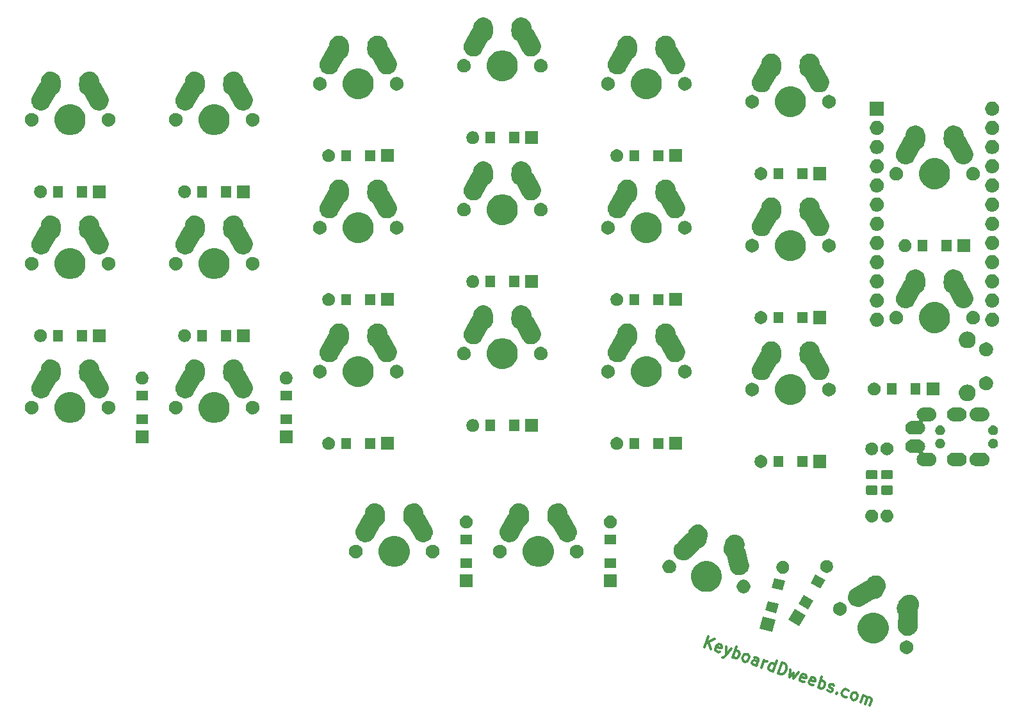
<source format=gts>
G04 #@! TF.GenerationSoftware,KiCad,Pcbnew,(5.0.2)-1*
G04 #@! TF.CreationDate,2019-10-01T11:10:32-07:00*
G04 #@! TF.ProjectId,alexshatesu,616c6578-7368-4617-9465-73752e6b6963,rev?*
G04 #@! TF.SameCoordinates,Original*
G04 #@! TF.FileFunction,Soldermask,Top*
G04 #@! TF.FilePolarity,Negative*
%FSLAX46Y46*%
G04 Gerber Fmt 4.6, Leading zero omitted, Abs format (unit mm)*
G04 Created by KiCad (PCBNEW (5.0.2)-1) date 2019-10-01 11:10:32 AM*
%MOMM*%
%LPD*%
G01*
G04 APERTURE LIST*
%ADD10C,0.300000*%
%ADD11C,0.100000*%
G04 APERTURE END LIST*
D10*
X83895779Y-69837027D02*
X84396489Y-68423065D01*
X84703757Y-70123147D02*
X84383894Y-69100578D01*
X85204468Y-68709185D02*
X84110369Y-69231043D01*
X85872237Y-70461152D02*
X85713730Y-70480797D01*
X85444404Y-70385424D01*
X85333585Y-70270406D01*
X85313940Y-70111899D01*
X85504687Y-69573247D01*
X85619705Y-69462427D01*
X85778211Y-69442782D01*
X86047537Y-69538156D01*
X86158357Y-69653174D01*
X86178002Y-69811680D01*
X86130315Y-69946343D01*
X85409313Y-69842573D01*
X86720853Y-69776589D02*
X86723703Y-70838447D01*
X87394168Y-70015023D02*
X86723703Y-70838447D01*
X86469824Y-71127418D01*
X86378649Y-71170907D01*
X86220142Y-71190551D01*
X87599013Y-71148411D02*
X88099724Y-69734449D01*
X87908977Y-70273101D02*
X88067483Y-70253456D01*
X88336810Y-70348830D01*
X88447629Y-70463848D01*
X88491117Y-70555023D01*
X88510762Y-70713529D01*
X88367702Y-71117518D01*
X88252684Y-71228338D01*
X88161509Y-71271826D01*
X88003003Y-71291471D01*
X87733677Y-71196098D01*
X87622857Y-71081079D01*
X89080307Y-71672965D02*
X88969487Y-71557946D01*
X88925999Y-71466771D01*
X88906354Y-71308265D01*
X89049415Y-70904276D01*
X89164433Y-70793456D01*
X89255608Y-70749968D01*
X89414114Y-70730323D01*
X89616109Y-70801853D01*
X89726928Y-70916871D01*
X89770417Y-71008046D01*
X89790061Y-71166553D01*
X89647001Y-71570542D01*
X89531983Y-71681362D01*
X89440808Y-71724850D01*
X89282302Y-71744495D01*
X89080307Y-71672965D01*
X90763596Y-72269048D02*
X91025872Y-71528401D01*
X91006228Y-71369895D01*
X90895408Y-71254877D01*
X90626082Y-71159503D01*
X90467575Y-71179148D01*
X90787439Y-72201717D02*
X90628933Y-72221362D01*
X90292275Y-72102145D01*
X90181455Y-71987127D01*
X90161810Y-71828620D01*
X90209497Y-71693957D01*
X90324515Y-71583137D01*
X90483022Y-71563493D01*
X90819679Y-71682709D01*
X90978186Y-71663064D01*
X91436911Y-72507482D02*
X91770718Y-71564840D01*
X91675344Y-71834166D02*
X91790363Y-71723347D01*
X91881538Y-71679858D01*
X92040044Y-71660214D01*
X92174707Y-71707900D01*
X92918205Y-73032035D02*
X93418915Y-71618073D01*
X92942048Y-72964704D02*
X92783542Y-72984349D01*
X92514216Y-72888975D01*
X92403396Y-72773957D01*
X92359908Y-72682782D01*
X92340263Y-72524276D01*
X92483323Y-72120287D01*
X92598341Y-72009467D01*
X92689516Y-71965979D01*
X92848022Y-71946334D01*
X93117349Y-72041707D01*
X93228168Y-72156725D01*
X93591520Y-73270469D02*
X94092230Y-71856507D01*
X94428888Y-71975723D01*
X94607039Y-72114585D01*
X94694016Y-72296935D01*
X94713661Y-72455441D01*
X94685619Y-72748611D01*
X94614089Y-72950605D01*
X94451384Y-73196088D01*
X94336365Y-73306908D01*
X94154016Y-73393884D01*
X93928178Y-73389686D01*
X93591520Y-73270469D01*
X95204626Y-72780851D02*
X95140145Y-73818866D01*
X95647905Y-73240924D01*
X95678798Y-74009613D01*
X96281931Y-73162344D01*
X97049272Y-74419148D02*
X96890765Y-74438793D01*
X96621439Y-74343419D01*
X96510619Y-74228401D01*
X96490975Y-74069895D01*
X96681721Y-73531243D01*
X96796740Y-73420423D01*
X96955246Y-73400778D01*
X97224572Y-73496151D01*
X97335392Y-73611170D01*
X97355037Y-73769676D01*
X97307350Y-73904339D01*
X96586348Y-73800569D01*
X98261239Y-74848328D02*
X98102733Y-74867973D01*
X97833407Y-74772600D01*
X97722587Y-74657581D01*
X97702942Y-74499075D01*
X97893689Y-73960423D01*
X98008707Y-73849603D01*
X98167214Y-73829958D01*
X98436540Y-73925332D01*
X98547360Y-74040350D01*
X98567004Y-74198856D01*
X98519318Y-74333519D01*
X97798316Y-74229749D01*
X98910711Y-75154093D02*
X99411422Y-73740131D01*
X99220675Y-74278783D02*
X99379181Y-74259138D01*
X99648507Y-74354512D01*
X99759327Y-74469530D01*
X99802815Y-74560705D01*
X99822460Y-74719211D01*
X99679400Y-75123201D01*
X99564382Y-75234020D01*
X99473207Y-75277508D01*
X99314701Y-75297153D01*
X99045374Y-75201780D01*
X98934555Y-75086762D01*
X100146522Y-75515942D02*
X100257342Y-75630960D01*
X100526668Y-75726334D01*
X100685175Y-75706689D01*
X100800193Y-75595869D01*
X100824036Y-75528537D01*
X100804391Y-75370031D01*
X100693572Y-75255013D01*
X100491577Y-75183483D01*
X100380757Y-75068465D01*
X100361112Y-74909958D01*
X100384956Y-74842627D01*
X100499974Y-74731807D01*
X100658480Y-74712162D01*
X100860475Y-74783692D01*
X100971295Y-74898710D01*
X101382333Y-75877791D02*
X101425821Y-75968966D01*
X101334647Y-76012454D01*
X101291158Y-75921279D01*
X101382333Y-75877791D01*
X101334647Y-76012454D01*
X102637789Y-76398146D02*
X102479283Y-76417791D01*
X102209957Y-76322417D01*
X102099137Y-76207399D01*
X102055649Y-76116224D01*
X102036004Y-75957718D01*
X102179064Y-75553729D01*
X102294082Y-75442909D01*
X102385257Y-75399421D01*
X102543763Y-75379776D01*
X102813090Y-75475149D01*
X102923909Y-75590167D01*
X103421924Y-76751598D02*
X103311104Y-76636579D01*
X103267616Y-76545404D01*
X103247971Y-76386898D01*
X103391032Y-75982909D01*
X103506050Y-75872089D01*
X103597225Y-75828601D01*
X103755731Y-75808956D01*
X103957726Y-75880486D01*
X104068545Y-75995504D01*
X104112034Y-76086679D01*
X104131678Y-76245186D01*
X103988618Y-76649175D01*
X103873600Y-76759995D01*
X103782425Y-76803483D01*
X103623919Y-76823128D01*
X103421924Y-76751598D01*
X104499229Y-77133091D02*
X104833036Y-76190450D01*
X104785349Y-76325113D02*
X104876524Y-76281624D01*
X105035030Y-76261980D01*
X105237025Y-76333510D01*
X105347845Y-76448528D01*
X105367489Y-76607034D01*
X105105213Y-77347681D01*
X105367489Y-76607034D02*
X105482508Y-76496215D01*
X105641014Y-76476570D01*
X105843009Y-76548100D01*
X105953828Y-76663118D01*
X105973473Y-76821624D01*
X105711196Y-77562271D01*
D11*
G36*
X110800202Y-68953574D02*
X110858284Y-68965127D01*
X110906358Y-68985040D01*
X111022419Y-69033114D01*
X111170140Y-69131818D01*
X111295759Y-69257437D01*
X111394463Y-69405158D01*
X111462450Y-69569294D01*
X111497109Y-69743537D01*
X111497109Y-69921199D01*
X111462450Y-70095442D01*
X111394463Y-70259578D01*
X111295759Y-70407299D01*
X111170140Y-70532918D01*
X111022419Y-70631622D01*
X110906358Y-70679696D01*
X110858284Y-70699609D01*
X110800202Y-70711162D01*
X110684040Y-70734268D01*
X110506378Y-70734268D01*
X110390216Y-70711162D01*
X110332134Y-70699609D01*
X110284060Y-70679696D01*
X110167999Y-70631622D01*
X110020278Y-70532918D01*
X109894659Y-70407299D01*
X109795955Y-70259578D01*
X109727968Y-70095442D01*
X109693309Y-69921199D01*
X109693309Y-69743537D01*
X109727968Y-69569294D01*
X109795955Y-69405158D01*
X109894659Y-69257437D01*
X110020278Y-69131818D01*
X110167999Y-69033114D01*
X110284060Y-68985040D01*
X110332134Y-68965127D01*
X110390216Y-68953574D01*
X110506378Y-68930468D01*
X110684040Y-68930468D01*
X110800202Y-68953574D01*
X110800202Y-68953574D01*
G37*
G36*
X106792272Y-65326052D02*
X106792274Y-65326053D01*
X106792275Y-65326053D01*
X107164423Y-65480201D01*
X107499348Y-65703991D01*
X107784177Y-65988820D01*
X108007967Y-66323745D01*
X108162115Y-66695893D01*
X108162116Y-66695896D01*
X108240700Y-67090962D01*
X108240700Y-67493774D01*
X108175935Y-67819369D01*
X108162115Y-67888843D01*
X108007967Y-68260991D01*
X107784177Y-68595916D01*
X107499348Y-68880745D01*
X107164423Y-69104535D01*
X106792275Y-69258683D01*
X106792274Y-69258683D01*
X106792272Y-69258684D01*
X106397206Y-69337268D01*
X105994394Y-69337268D01*
X105599328Y-69258684D01*
X105599326Y-69258683D01*
X105599325Y-69258683D01*
X105227177Y-69104535D01*
X104892252Y-68880745D01*
X104607423Y-68595916D01*
X104383633Y-68260991D01*
X104229485Y-67888843D01*
X104215666Y-67819369D01*
X104150900Y-67493774D01*
X104150900Y-67090962D01*
X104229484Y-66695896D01*
X104229485Y-66695893D01*
X104383633Y-66323745D01*
X104607423Y-65988820D01*
X104892252Y-65703991D01*
X105227177Y-65480201D01*
X105599325Y-65326053D01*
X105599326Y-65326053D01*
X105599328Y-65326052D01*
X105994394Y-65247468D01*
X106397206Y-65247468D01*
X106792272Y-65326052D01*
X106792272Y-65326052D01*
G37*
G36*
X111193327Y-62881899D02*
X111315847Y-62919416D01*
X111438369Y-62956933D01*
X111664065Y-63078331D01*
X111664066Y-63078332D01*
X111664068Y-63078333D01*
X111861743Y-63241429D01*
X112023801Y-63439954D01*
X112144017Y-63666285D01*
X112217768Y-63911717D01*
X112242219Y-64166823D01*
X112216433Y-64421798D01*
X112198458Y-64480499D01*
X112141399Y-64666840D01*
X112065555Y-64807844D01*
X112047510Y-64841392D01*
X112047694Y-64841491D01*
X112039996Y-64855800D01*
X112032820Y-64879230D01*
X112030352Y-64903609D01*
X112035149Y-64938241D01*
X112079687Y-65094334D01*
X112095138Y-65283277D01*
X112095340Y-65285754D01*
X112087893Y-65734853D01*
X112065533Y-67083316D01*
X112043541Y-67274117D01*
X111965094Y-67518085D01*
X111840557Y-67742063D01*
X111674714Y-67937447D01*
X111540867Y-68043626D01*
X111473944Y-68096717D01*
X111323298Y-68174056D01*
X111245959Y-68213760D01*
X110999518Y-68284077D01*
X110744100Y-68304964D01*
X110744098Y-68304964D01*
X110489510Y-68275620D01*
X110489507Y-68275619D01*
X110489506Y-68275619D01*
X110245537Y-68197172D01*
X110021559Y-68072635D01*
X109826175Y-67906792D01*
X109719996Y-67772945D01*
X109666905Y-67706022D01*
X109570422Y-67518085D01*
X109549862Y-67478037D01*
X109479545Y-67231596D01*
X109463892Y-67040178D01*
X109492018Y-65343985D01*
X109490021Y-65319563D01*
X109483297Y-65295999D01*
X109477429Y-65283277D01*
X109402351Y-65141927D01*
X109328600Y-64896495D01*
X109304149Y-64641390D01*
X109329935Y-64386414D01*
X109392995Y-64180480D01*
X109404970Y-64141371D01*
X109495949Y-63972227D01*
X109571548Y-63859724D01*
X109890725Y-63384737D01*
X110008964Y-63241429D01*
X110012956Y-63236590D01*
X110149474Y-63125149D01*
X110211485Y-63074529D01*
X110437813Y-62954315D01*
X110683245Y-62880564D01*
X110917832Y-62858080D01*
X110938350Y-62856113D01*
X110938351Y-62856113D01*
X111193327Y-62881899D01*
X111193327Y-62881899D01*
G37*
G36*
X93262864Y-66175363D02*
X92822354Y-67819369D01*
X91178348Y-67378859D01*
X91618858Y-65734853D01*
X93262864Y-66175363D01*
X93262864Y-66175363D01*
G37*
G36*
X97292488Y-65576011D02*
X96441488Y-67049987D01*
X94967512Y-66198987D01*
X95818512Y-64725011D01*
X97292488Y-65576011D01*
X97292488Y-65576011D01*
G37*
G36*
X102001384Y-63873574D02*
X102059466Y-63885127D01*
X102107540Y-63905040D01*
X102223601Y-63953114D01*
X102371322Y-64051818D01*
X102496941Y-64177437D01*
X102595645Y-64325158D01*
X102634174Y-64418175D01*
X102659990Y-64480500D01*
X102663632Y-64489294D01*
X102698291Y-64663537D01*
X102698291Y-64841199D01*
X102663632Y-65015442D01*
X102595645Y-65179578D01*
X102496941Y-65327299D01*
X102371322Y-65452918D01*
X102223601Y-65551622D01*
X102107540Y-65599696D01*
X102059466Y-65619609D01*
X102001384Y-65631162D01*
X101885222Y-65654268D01*
X101707560Y-65654268D01*
X101591398Y-65631162D01*
X101533316Y-65619609D01*
X101485242Y-65599696D01*
X101369181Y-65551622D01*
X101221460Y-65452918D01*
X101095841Y-65327299D01*
X100997137Y-65179578D01*
X100929150Y-65015442D01*
X100894491Y-64841199D01*
X100894491Y-64663537D01*
X100929150Y-64489294D01*
X100932793Y-64480500D01*
X100958608Y-64418175D01*
X100997137Y-64325158D01*
X101095841Y-64177437D01*
X101221460Y-64051818D01*
X101369181Y-63953114D01*
X101485242Y-63905040D01*
X101533316Y-63885127D01*
X101591398Y-63873574D01*
X101707560Y-63850468D01*
X101885222Y-63850468D01*
X102001384Y-63873574D01*
X102001384Y-63873574D01*
G37*
G36*
X93716262Y-64096888D02*
X93379279Y-65354524D01*
X91928458Y-64965778D01*
X92265441Y-63708142D01*
X93716262Y-64096888D01*
X93716262Y-64096888D01*
G37*
G36*
X98268385Y-63685707D02*
X97617385Y-64813273D01*
X96316615Y-64062273D01*
X96967615Y-62934707D01*
X98268385Y-63685707D01*
X98268385Y-63685707D01*
G37*
G36*
X106744562Y-60339505D02*
X106871042Y-60360047D01*
X106936314Y-60384419D01*
X107111126Y-60449691D01*
X107245831Y-60532968D01*
X107329108Y-60584451D01*
X107516613Y-60759148D01*
X107568074Y-60830567D01*
X107666435Y-60967073D01*
X107772808Y-61200218D01*
X107831656Y-61449648D01*
X107840712Y-61705764D01*
X107799629Y-61958723D01*
X107732450Y-62138642D01*
X107647592Y-62311858D01*
X107421054Y-62774282D01*
X107320061Y-62937644D01*
X107320060Y-62937645D01*
X107145363Y-63125149D01*
X106937439Y-63274971D01*
X106704294Y-63381344D01*
X106504749Y-63428422D01*
X106454864Y-63440192D01*
X106409173Y-63441808D01*
X106294909Y-63445848D01*
X106270623Y-63449110D01*
X106247439Y-63457048D01*
X106235040Y-63463568D01*
X104780160Y-64336021D01*
X104606554Y-64418176D01*
X104357976Y-64480500D01*
X104113508Y-64492563D01*
X104102013Y-64493130D01*
X104102012Y-64493130D01*
X103848504Y-64455583D01*
X103607191Y-64369298D01*
X103387351Y-64237596D01*
X103197425Y-64065533D01*
X103187249Y-64051818D01*
X103044718Y-63859724D01*
X102935096Y-63628079D01*
X102935095Y-63628077D01*
X102872771Y-63379499D01*
X102860141Y-63123535D01*
X102897688Y-62870027D01*
X102983973Y-62628714D01*
X103115675Y-62408874D01*
X103287738Y-62218948D01*
X103287739Y-62218947D01*
X103441978Y-62104504D01*
X104983808Y-61179909D01*
X105157410Y-61097755D01*
X105314859Y-61058280D01*
X105337928Y-61050020D01*
X105358943Y-61037418D01*
X105377096Y-61020958D01*
X105392076Y-60998860D01*
X105392550Y-60999153D01*
X105395774Y-60993937D01*
X105395778Y-60993930D01*
X105496771Y-60830567D01*
X105671469Y-60643063D01*
X105824520Y-60532781D01*
X105879391Y-60493242D01*
X106112540Y-60386866D01*
X106340235Y-60333147D01*
X106361967Y-60328020D01*
X106618082Y-60318964D01*
X106618083Y-60318964D01*
X106744562Y-60339505D01*
X106744562Y-60339505D01*
G37*
G36*
X89245403Y-60902164D02*
X89303485Y-60913717D01*
X89351559Y-60933630D01*
X89467620Y-60981704D01*
X89615341Y-61080408D01*
X89740960Y-61206027D01*
X89839664Y-61353748D01*
X89907651Y-61517884D01*
X89942310Y-61692127D01*
X89942310Y-61869789D01*
X89907651Y-62044032D01*
X89839664Y-62208168D01*
X89740960Y-62355889D01*
X89615341Y-62481508D01*
X89467620Y-62580212D01*
X89351559Y-62628286D01*
X89303485Y-62648199D01*
X89245403Y-62659752D01*
X89129241Y-62682858D01*
X88951579Y-62682858D01*
X88835417Y-62659752D01*
X88777335Y-62648199D01*
X88729261Y-62628286D01*
X88613200Y-62580212D01*
X88465479Y-62481508D01*
X88339860Y-62355889D01*
X88241156Y-62208168D01*
X88173169Y-62044032D01*
X88138510Y-61869789D01*
X88138510Y-61692127D01*
X88173169Y-61517884D01*
X88241156Y-61353748D01*
X88339860Y-61206027D01*
X88465479Y-61080408D01*
X88613200Y-60981704D01*
X88729261Y-60933630D01*
X88777335Y-60913717D01*
X88835417Y-60902164D01*
X88951579Y-60879058D01*
X89129241Y-60879058D01*
X89245403Y-60902164D01*
X89245403Y-60902164D01*
G37*
G36*
X84729979Y-58499841D02*
X84729981Y-58499842D01*
X84729982Y-58499842D01*
X85102130Y-58653990D01*
X85437055Y-58877780D01*
X85721884Y-59162609D01*
X85945674Y-59497534D01*
X86068273Y-59793516D01*
X86099823Y-59869685D01*
X86178407Y-60264751D01*
X86178407Y-60667563D01*
X86100277Y-61060349D01*
X86099822Y-61062632D01*
X85945674Y-61434780D01*
X85721884Y-61769705D01*
X85437055Y-62054534D01*
X85102130Y-62278324D01*
X84729982Y-62432472D01*
X84729981Y-62432472D01*
X84729979Y-62432473D01*
X84334913Y-62511057D01*
X83932101Y-62511057D01*
X83537035Y-62432473D01*
X83537033Y-62432472D01*
X83537032Y-62432472D01*
X83164884Y-62278324D01*
X82829959Y-62054534D01*
X82545130Y-61769705D01*
X82321340Y-61434780D01*
X82167192Y-61062632D01*
X82166738Y-61060349D01*
X82088607Y-60667563D01*
X82088607Y-60264751D01*
X82167191Y-59869685D01*
X82198741Y-59793516D01*
X82321340Y-59497534D01*
X82545130Y-59162609D01*
X82829959Y-58877780D01*
X83164884Y-58653990D01*
X83537032Y-58499842D01*
X83537033Y-58499842D01*
X83537035Y-58499841D01*
X83932101Y-58421257D01*
X84334913Y-58421257D01*
X84729979Y-58499841D01*
X84729979Y-58499841D01*
G37*
G36*
X94531542Y-61054222D02*
X94194559Y-62311858D01*
X92743738Y-61923112D01*
X93080721Y-60665476D01*
X94531542Y-61054222D01*
X94531542Y-61054222D01*
G37*
G36*
X99843385Y-60957727D02*
X99192385Y-62085293D01*
X97891615Y-61334293D01*
X98542615Y-60206727D01*
X99843385Y-60957727D01*
X99843385Y-60957727D01*
G37*
G36*
X53238500Y-61901000D02*
X51536500Y-61901000D01*
X51536500Y-60199000D01*
X53238500Y-60199000D01*
X53238500Y-61901000D01*
X53238500Y-61901000D01*
G37*
G36*
X72288500Y-61901000D02*
X70586500Y-61901000D01*
X70586500Y-60199000D01*
X72288500Y-60199000D01*
X72288500Y-61901000D01*
X72288500Y-61901000D01*
G37*
G36*
X88065959Y-54921241D02*
X88075347Y-54921573D01*
X88324773Y-54980420D01*
X88324777Y-54980421D01*
X88557925Y-55086796D01*
X88765847Y-55236616D01*
X88940543Y-55424118D01*
X89075305Y-55642102D01*
X89164950Y-55882187D01*
X89202055Y-56110653D01*
X89206033Y-56135145D01*
X89196977Y-56391261D01*
X89152876Y-56578188D01*
X89152873Y-56578196D01*
X89151465Y-56584165D01*
X89151668Y-56584213D01*
X89147935Y-56600033D01*
X89147070Y-56624522D01*
X89150998Y-56648709D01*
X89164593Y-56680911D01*
X89248013Y-56820158D01*
X89293937Y-56948594D01*
X89312676Y-57001003D01*
X89749128Y-58745028D01*
X89777268Y-58935015D01*
X89771659Y-59048685D01*
X89764638Y-59190980D01*
X89702314Y-59439558D01*
X89592694Y-59671202D01*
X89478762Y-59824750D01*
X89439984Y-59877013D01*
X89439982Y-59877014D01*
X89439982Y-59877015D01*
X89250059Y-60049076D01*
X89030219Y-60180778D01*
X89030217Y-60180779D01*
X88979257Y-60199000D01*
X88788905Y-60267063D01*
X88535396Y-60304610D01*
X88279431Y-60291980D01*
X88030853Y-60229656D01*
X87799212Y-60120038D01*
X87593397Y-59967325D01*
X87421336Y-59777402D01*
X87318939Y-59606477D01*
X87289634Y-59557560D01*
X87247441Y-59439558D01*
X87224971Y-59376717D01*
X87171389Y-59162607D01*
X86813129Y-57731032D01*
X86804882Y-57707968D01*
X86792289Y-57686948D01*
X86783328Y-57676178D01*
X86674221Y-57559073D01*
X86539461Y-57341093D01*
X86449816Y-57101006D01*
X86408733Y-56848049D01*
X86417789Y-56591933D01*
X86461889Y-56405008D01*
X86461890Y-56405005D01*
X86691162Y-55735356D01*
X86770884Y-55560624D01*
X86770884Y-55560623D01*
X86870144Y-55422870D01*
X86920704Y-55352703D01*
X86970911Y-55305925D01*
X87108205Y-55178007D01*
X87326189Y-55043245D01*
X87566274Y-54953601D01*
X87819230Y-54912517D01*
X88065959Y-54921241D01*
X88065959Y-54921241D01*
G37*
G36*
X94487622Y-58424592D02*
X94642494Y-58488742D01*
X94781875Y-58581874D01*
X94900409Y-58700408D01*
X94993541Y-58839789D01*
X95057691Y-58994661D01*
X95090394Y-59159073D01*
X95090394Y-59326705D01*
X95057691Y-59491117D01*
X94993541Y-59645989D01*
X94900409Y-59785370D01*
X94781875Y-59903904D01*
X94642494Y-59997036D01*
X94487622Y-60061186D01*
X94323210Y-60093889D01*
X94155578Y-60093889D01*
X93991166Y-60061186D01*
X93836294Y-59997036D01*
X93696913Y-59903904D01*
X93578379Y-59785370D01*
X93485247Y-59645989D01*
X93421097Y-59491117D01*
X93388394Y-59326705D01*
X93388394Y-59159073D01*
X93421097Y-58994661D01*
X93485247Y-58839789D01*
X93578379Y-58700408D01*
X93696913Y-58581874D01*
X93836294Y-58488742D01*
X93991166Y-58424592D01*
X94155578Y-58391889D01*
X94323210Y-58391889D01*
X94487622Y-58424592D01*
X94487622Y-58424592D01*
G37*
G36*
X79431597Y-58272562D02*
X79489679Y-58284115D01*
X79537753Y-58304028D01*
X79653814Y-58352102D01*
X79801535Y-58450806D01*
X79927154Y-58576425D01*
X80025858Y-58724146D01*
X80073759Y-58839789D01*
X80092185Y-58884273D01*
X80093845Y-58888282D01*
X80128504Y-59062525D01*
X80128504Y-59240187D01*
X80093845Y-59414430D01*
X80025858Y-59578566D01*
X79927154Y-59726287D01*
X79801535Y-59851906D01*
X79653814Y-59950610D01*
X79541731Y-59997036D01*
X79489679Y-60018597D01*
X79431597Y-60030150D01*
X79315435Y-60053256D01*
X79137773Y-60053256D01*
X79021611Y-60030150D01*
X78963529Y-60018597D01*
X78911477Y-59997036D01*
X78799394Y-59950610D01*
X78651673Y-59851906D01*
X78526054Y-59726287D01*
X78427350Y-59578566D01*
X78359363Y-59414430D01*
X78324704Y-59240187D01*
X78324704Y-59062525D01*
X78359363Y-58888282D01*
X78361024Y-58884273D01*
X78379449Y-58839789D01*
X78427350Y-58724146D01*
X78526054Y-58576425D01*
X78651673Y-58450806D01*
X78799394Y-58352102D01*
X78915455Y-58304028D01*
X78963529Y-58284115D01*
X79021611Y-58272562D01*
X79137773Y-58249456D01*
X79315435Y-58249456D01*
X79431597Y-58272562D01*
X79431597Y-58272562D01*
G37*
G36*
X100278228Y-58314204D02*
X100433100Y-58378354D01*
X100572481Y-58471486D01*
X100691015Y-58590020D01*
X100784147Y-58729401D01*
X100848297Y-58884273D01*
X100881000Y-59048685D01*
X100881000Y-59216317D01*
X100848297Y-59380729D01*
X100784147Y-59535601D01*
X100691015Y-59674982D01*
X100572481Y-59793516D01*
X100433100Y-59886648D01*
X100278228Y-59950798D01*
X100113816Y-59983501D01*
X99946184Y-59983501D01*
X99781772Y-59950798D01*
X99626900Y-59886648D01*
X99487519Y-59793516D01*
X99368985Y-59674982D01*
X99275853Y-59535601D01*
X99211703Y-59380729D01*
X99179000Y-59216317D01*
X99179000Y-59048685D01*
X99211703Y-58884273D01*
X99275853Y-58729401D01*
X99368985Y-58590020D01*
X99487519Y-58471486D01*
X99626900Y-58378354D01*
X99781772Y-58314204D01*
X99946184Y-58281501D01*
X100113816Y-58281501D01*
X100278228Y-58314204D01*
X100278228Y-58314204D01*
G37*
G36*
X53138500Y-59376000D02*
X51636500Y-59376000D01*
X51636500Y-58074000D01*
X53138500Y-58074000D01*
X53138500Y-59376000D01*
X53138500Y-59376000D01*
G37*
G36*
X72188500Y-59376000D02*
X70686500Y-59376000D01*
X70686500Y-58074000D01*
X72188500Y-58074000D01*
X72188500Y-59376000D01*
X72188500Y-59376000D01*
G37*
G36*
X43458972Y-55183684D02*
X43458974Y-55183685D01*
X43458975Y-55183685D01*
X43831123Y-55337833D01*
X44166048Y-55561623D01*
X44450877Y-55846452D01*
X44674667Y-56181377D01*
X44828815Y-56553525D01*
X44828816Y-56553528D01*
X44907400Y-56948594D01*
X44907400Y-57351406D01*
X44833101Y-57724931D01*
X44828815Y-57746475D01*
X44674667Y-58118623D01*
X44450877Y-58453548D01*
X44166048Y-58738377D01*
X43831123Y-58962167D01*
X43458975Y-59116315D01*
X43458974Y-59116315D01*
X43458972Y-59116316D01*
X43063906Y-59194900D01*
X42661094Y-59194900D01*
X42266028Y-59116316D01*
X42266026Y-59116315D01*
X42266025Y-59116315D01*
X41893877Y-58962167D01*
X41558952Y-58738377D01*
X41274123Y-58453548D01*
X41050333Y-58118623D01*
X40896185Y-57746475D01*
X40891900Y-57724931D01*
X40817600Y-57351406D01*
X40817600Y-56948594D01*
X40896184Y-56553528D01*
X40896185Y-56553525D01*
X41050333Y-56181377D01*
X41274123Y-55846452D01*
X41558952Y-55561623D01*
X41893877Y-55337833D01*
X42266025Y-55183685D01*
X42266026Y-55183685D01*
X42266028Y-55183684D01*
X42661094Y-55105100D01*
X43063906Y-55105100D01*
X43458972Y-55183684D01*
X43458972Y-55183684D01*
G37*
G36*
X62508972Y-55183684D02*
X62508974Y-55183685D01*
X62508975Y-55183685D01*
X62881123Y-55337833D01*
X63216048Y-55561623D01*
X63500877Y-55846452D01*
X63724667Y-56181377D01*
X63878815Y-56553525D01*
X63878816Y-56553528D01*
X63957400Y-56948594D01*
X63957400Y-57351406D01*
X63883101Y-57724931D01*
X63878815Y-57746475D01*
X63724667Y-58118623D01*
X63500877Y-58453548D01*
X63216048Y-58738377D01*
X62881123Y-58962167D01*
X62508975Y-59116315D01*
X62508974Y-59116315D01*
X62508972Y-59116316D01*
X62113906Y-59194900D01*
X61711094Y-59194900D01*
X61316028Y-59116316D01*
X61316026Y-59116315D01*
X61316025Y-59116315D01*
X60943877Y-58962167D01*
X60608952Y-58738377D01*
X60324123Y-58453548D01*
X60100333Y-58118623D01*
X59946185Y-57746475D01*
X59941900Y-57724931D01*
X59867600Y-57351406D01*
X59867600Y-56948594D01*
X59946184Y-56553528D01*
X59946185Y-56553525D01*
X60100333Y-56181377D01*
X60324123Y-55846452D01*
X60608952Y-55561623D01*
X60943877Y-55337833D01*
X61316025Y-55183685D01*
X61316026Y-55183685D01*
X61316028Y-55183684D01*
X61711094Y-55105100D01*
X62113906Y-55105100D01*
X62508972Y-55183684D01*
X62508972Y-55183684D01*
G37*
G36*
X83246629Y-53619735D02*
X83492062Y-53693485D01*
X83718392Y-53813700D01*
X83916920Y-53975759D01*
X83916922Y-53975762D01*
X84080016Y-54173432D01*
X84201416Y-54399134D01*
X84276450Y-54644173D01*
X84276450Y-54644175D01*
X84302237Y-54899150D01*
X84283913Y-55090333D01*
X84147645Y-55784901D01*
X84092374Y-55968837D01*
X83972159Y-56195167D01*
X83972158Y-56195168D01*
X83810101Y-56393695D01*
X83612427Y-56556791D01*
X83441537Y-56648709D01*
X83386728Y-56678190D01*
X83386725Y-56678191D01*
X83233687Y-56725053D01*
X83211073Y-56734490D01*
X83190734Y-56748157D01*
X83180445Y-56757663D01*
X82000943Y-57976941D01*
X82000937Y-57976946D01*
X81854522Y-58101225D01*
X81854520Y-58101226D01*
X81854519Y-58101227D01*
X81823232Y-58118623D01*
X81630540Y-58225764D01*
X81467890Y-58278063D01*
X81386566Y-58304213D01*
X81353399Y-58308036D01*
X81131976Y-58333557D01*
X80876558Y-58312670D01*
X80630118Y-58242353D01*
X80597805Y-58225764D01*
X80402132Y-58125310D01*
X80201361Y-57966038D01*
X80103333Y-57850550D01*
X80035522Y-57770661D01*
X79910983Y-57546679D01*
X79848194Y-57351406D01*
X79832534Y-57302705D01*
X79819168Y-57186737D01*
X79803190Y-57048115D01*
X79824077Y-56792697D01*
X79894394Y-56546257D01*
X79900516Y-56534332D01*
X80011437Y-56318271D01*
X80109096Y-56195167D01*
X80130798Y-56167810D01*
X80377439Y-55912851D01*
X81380792Y-54875661D01*
X81402064Y-54857605D01*
X81527213Y-54751377D01*
X81527215Y-54751376D01*
X81527216Y-54751375D01*
X81568720Y-54728298D01*
X81669081Y-54672495D01*
X81689227Y-54658545D01*
X81706264Y-54640933D01*
X81719538Y-54620335D01*
X81728291Y-54595116D01*
X81728822Y-54595276D01*
X81769221Y-54460832D01*
X81785860Y-54405459D01*
X81906075Y-54179129D01*
X81996548Y-54068296D01*
X82068133Y-53980601D01*
X82265807Y-53817505D01*
X82441420Y-53723047D01*
X82491506Y-53696106D01*
X82529777Y-53684387D01*
X82736548Y-53621071D01*
X82779445Y-53616733D01*
X82991524Y-53595284D01*
X83246629Y-53619735D01*
X83246629Y-53619735D01*
G37*
G36*
X37987493Y-56271206D02*
X38045575Y-56282759D01*
X38093649Y-56302672D01*
X38209710Y-56350746D01*
X38357431Y-56449450D01*
X38483050Y-56575069D01*
X38581754Y-56722790D01*
X38649741Y-56886926D01*
X38684400Y-57061169D01*
X38684400Y-57238831D01*
X38671695Y-57302704D01*
X38649741Y-57413075D01*
X38637470Y-57442700D01*
X38581754Y-57577210D01*
X38483050Y-57724931D01*
X38357431Y-57850550D01*
X38209710Y-57949254D01*
X38093649Y-57997328D01*
X38045575Y-58017241D01*
X37987493Y-58028794D01*
X37871331Y-58051900D01*
X37693669Y-58051900D01*
X37577507Y-58028794D01*
X37519425Y-58017241D01*
X37471351Y-57997328D01*
X37355290Y-57949254D01*
X37207569Y-57850550D01*
X37081950Y-57724931D01*
X36983246Y-57577210D01*
X36927530Y-57442700D01*
X36915259Y-57413075D01*
X36893305Y-57302704D01*
X36880600Y-57238831D01*
X36880600Y-57061169D01*
X36915259Y-56886926D01*
X36983246Y-56722790D01*
X37081950Y-56575069D01*
X37207569Y-56449450D01*
X37355290Y-56350746D01*
X37471351Y-56302672D01*
X37519425Y-56282759D01*
X37577507Y-56271206D01*
X37693669Y-56248100D01*
X37871331Y-56248100D01*
X37987493Y-56271206D01*
X37987493Y-56271206D01*
G37*
G36*
X48147493Y-56271206D02*
X48205575Y-56282759D01*
X48253649Y-56302672D01*
X48369710Y-56350746D01*
X48517431Y-56449450D01*
X48643050Y-56575069D01*
X48741754Y-56722790D01*
X48809741Y-56886926D01*
X48844400Y-57061169D01*
X48844400Y-57238831D01*
X48831695Y-57302704D01*
X48809741Y-57413075D01*
X48797470Y-57442700D01*
X48741754Y-57577210D01*
X48643050Y-57724931D01*
X48517431Y-57850550D01*
X48369710Y-57949254D01*
X48253649Y-57997328D01*
X48205575Y-58017241D01*
X48147493Y-58028794D01*
X48031331Y-58051900D01*
X47853669Y-58051900D01*
X47737507Y-58028794D01*
X47679425Y-58017241D01*
X47631351Y-57997328D01*
X47515290Y-57949254D01*
X47367569Y-57850550D01*
X47241950Y-57724931D01*
X47143246Y-57577210D01*
X47087530Y-57442700D01*
X47075259Y-57413075D01*
X47053305Y-57302704D01*
X47040600Y-57238831D01*
X47040600Y-57061169D01*
X47075259Y-56886926D01*
X47143246Y-56722790D01*
X47241950Y-56575069D01*
X47367569Y-56449450D01*
X47515290Y-56350746D01*
X47631351Y-56302672D01*
X47679425Y-56282759D01*
X47737507Y-56271206D01*
X47853669Y-56248100D01*
X48031331Y-56248100D01*
X48147493Y-56271206D01*
X48147493Y-56271206D01*
G37*
G36*
X57037493Y-56271206D02*
X57095575Y-56282759D01*
X57143649Y-56302672D01*
X57259710Y-56350746D01*
X57407431Y-56449450D01*
X57533050Y-56575069D01*
X57631754Y-56722790D01*
X57699741Y-56886926D01*
X57734400Y-57061169D01*
X57734400Y-57238831D01*
X57721695Y-57302704D01*
X57699741Y-57413075D01*
X57687470Y-57442700D01*
X57631754Y-57577210D01*
X57533050Y-57724931D01*
X57407431Y-57850550D01*
X57259710Y-57949254D01*
X57143649Y-57997328D01*
X57095575Y-58017241D01*
X57037493Y-58028794D01*
X56921331Y-58051900D01*
X56743669Y-58051900D01*
X56627507Y-58028794D01*
X56569425Y-58017241D01*
X56521351Y-57997328D01*
X56405290Y-57949254D01*
X56257569Y-57850550D01*
X56131950Y-57724931D01*
X56033246Y-57577210D01*
X55977530Y-57442700D01*
X55965259Y-57413075D01*
X55943305Y-57302704D01*
X55930600Y-57238831D01*
X55930600Y-57061169D01*
X55965259Y-56886926D01*
X56033246Y-56722790D01*
X56131950Y-56575069D01*
X56257569Y-56449450D01*
X56405290Y-56350746D01*
X56521351Y-56302672D01*
X56569425Y-56282759D01*
X56627507Y-56271206D01*
X56743669Y-56248100D01*
X56921331Y-56248100D01*
X57037493Y-56271206D01*
X57037493Y-56271206D01*
G37*
G36*
X67197493Y-56271206D02*
X67255575Y-56282759D01*
X67303649Y-56302672D01*
X67419710Y-56350746D01*
X67567431Y-56449450D01*
X67693050Y-56575069D01*
X67791754Y-56722790D01*
X67859741Y-56886926D01*
X67894400Y-57061169D01*
X67894400Y-57238831D01*
X67881695Y-57302704D01*
X67859741Y-57413075D01*
X67847470Y-57442700D01*
X67791754Y-57577210D01*
X67693050Y-57724931D01*
X67567431Y-57850550D01*
X67419710Y-57949254D01*
X67303649Y-57997328D01*
X67255575Y-58017241D01*
X67197493Y-58028794D01*
X67081331Y-58051900D01*
X66903669Y-58051900D01*
X66787507Y-58028794D01*
X66729425Y-58017241D01*
X66681351Y-57997328D01*
X66565290Y-57949254D01*
X66417569Y-57850550D01*
X66291950Y-57724931D01*
X66193246Y-57577210D01*
X66137530Y-57442700D01*
X66125259Y-57413075D01*
X66103305Y-57302704D01*
X66090600Y-57238831D01*
X66090600Y-57061169D01*
X66125259Y-56886926D01*
X66193246Y-56722790D01*
X66291950Y-56575069D01*
X66417569Y-56449450D01*
X66565290Y-56350746D01*
X66681351Y-56302672D01*
X66729425Y-56282759D01*
X66787507Y-56271206D01*
X66903669Y-56248100D01*
X67081331Y-56248100D01*
X67197493Y-56271206D01*
X67197493Y-56271206D01*
G37*
G36*
X53138500Y-56226000D02*
X51636500Y-56226000D01*
X51636500Y-54924000D01*
X53138500Y-54924000D01*
X53138500Y-56226000D01*
X53138500Y-56226000D01*
G37*
G36*
X72188500Y-56226000D02*
X70686500Y-56226000D01*
X70686500Y-54924000D01*
X72188500Y-54924000D01*
X72188500Y-56226000D01*
X72188500Y-56226000D01*
G37*
G36*
X64793879Y-50808813D02*
X65033491Y-50899713D01*
X65033492Y-50899714D01*
X65033493Y-50899714D01*
X65250766Y-51035613D01*
X65437352Y-51211287D01*
X65557586Y-51380007D01*
X65586080Y-51419990D01*
X65669915Y-51606314D01*
X65691236Y-51653700D01*
X65748776Y-51903427D01*
X65754743Y-52101540D01*
X65754951Y-52101534D01*
X65755442Y-52117793D01*
X65760946Y-52141671D01*
X65771003Y-52164016D01*
X65792463Y-52191591D01*
X65909077Y-52304500D01*
X65909079Y-52304503D01*
X66018346Y-52462451D01*
X66891313Y-54034089D01*
X66967666Y-54210320D01*
X66967666Y-54210321D01*
X66967667Y-54210324D01*
X67021714Y-54460826D01*
X67023127Y-54548389D01*
X67025851Y-54717072D01*
X67004801Y-54832610D01*
X66979918Y-54969197D01*
X66885680Y-55207517D01*
X66746764Y-55422867D01*
X66568496Y-55606986D01*
X66357740Y-55752785D01*
X66238410Y-55804485D01*
X66122586Y-55854667D01*
X66122583Y-55854668D01*
X66122582Y-55854668D01*
X65872080Y-55908715D01*
X65738985Y-55910863D01*
X65615834Y-55912852D01*
X65500296Y-55891802D01*
X65363709Y-55866919D01*
X65125392Y-55772683D01*
X64910038Y-55633763D01*
X64725921Y-55455497D01*
X64703348Y-55422867D01*
X64616654Y-55297549D01*
X63792913Y-53814534D01*
X63778977Y-53794389D01*
X63761372Y-53777344D01*
X63749929Y-53769261D01*
X63614234Y-53684387D01*
X63427648Y-53508713D01*
X63278922Y-53300013D01*
X63278922Y-53300012D01*
X63278920Y-53300010D01*
X63173765Y-53066303D01*
X63116224Y-52816571D01*
X63114889Y-52772239D01*
X63110442Y-52624607D01*
X63158584Y-51918428D01*
X63189530Y-51733996D01*
X63190365Y-51729017D01*
X63281265Y-51489405D01*
X63281266Y-51489403D01*
X63417165Y-51272130D01*
X63592839Y-51085544D01*
X63801539Y-50936818D01*
X63801540Y-50936818D01*
X63801542Y-50936816D01*
X64035249Y-50831661D01*
X64035251Y-50831661D01*
X64035252Y-50831660D01*
X64284979Y-50774120D01*
X64541135Y-50766406D01*
X64541138Y-50766406D01*
X64793879Y-50808813D01*
X64793879Y-50808813D01*
G37*
G36*
X45743879Y-50808813D02*
X45983491Y-50899713D01*
X45983492Y-50899714D01*
X45983493Y-50899714D01*
X46200766Y-51035613D01*
X46387352Y-51211287D01*
X46507586Y-51380007D01*
X46536080Y-51419990D01*
X46619915Y-51606314D01*
X46641236Y-51653700D01*
X46698776Y-51903427D01*
X46704743Y-52101540D01*
X46704951Y-52101534D01*
X46705442Y-52117793D01*
X46710946Y-52141671D01*
X46721003Y-52164016D01*
X46742463Y-52191591D01*
X46859077Y-52304500D01*
X46859079Y-52304503D01*
X46968346Y-52462451D01*
X47841313Y-54034089D01*
X47917666Y-54210320D01*
X47917666Y-54210321D01*
X47917667Y-54210324D01*
X47971714Y-54460826D01*
X47973127Y-54548389D01*
X47975851Y-54717072D01*
X47954801Y-54832610D01*
X47929918Y-54969197D01*
X47835680Y-55207517D01*
X47696764Y-55422867D01*
X47518496Y-55606986D01*
X47307740Y-55752785D01*
X47188410Y-55804485D01*
X47072586Y-55854667D01*
X47072583Y-55854668D01*
X47072582Y-55854668D01*
X46822080Y-55908715D01*
X46688985Y-55910863D01*
X46565834Y-55912852D01*
X46450296Y-55891802D01*
X46313709Y-55866919D01*
X46075392Y-55772683D01*
X45860038Y-55633763D01*
X45675921Y-55455497D01*
X45653348Y-55422867D01*
X45566654Y-55297549D01*
X44742913Y-53814534D01*
X44728977Y-53794389D01*
X44711372Y-53777344D01*
X44699929Y-53769261D01*
X44564234Y-53684387D01*
X44377648Y-53508713D01*
X44228922Y-53300013D01*
X44228922Y-53300012D01*
X44228920Y-53300010D01*
X44123765Y-53066303D01*
X44066224Y-52816571D01*
X44064889Y-52772239D01*
X44060442Y-52624607D01*
X44108584Y-51918428D01*
X44139530Y-51733996D01*
X44140365Y-51729017D01*
X44231265Y-51489405D01*
X44231266Y-51489403D01*
X44367165Y-51272130D01*
X44542839Y-51085544D01*
X44751539Y-50936818D01*
X44751540Y-50936818D01*
X44751542Y-50936816D01*
X44985249Y-50831661D01*
X44985251Y-50831661D01*
X44985252Y-50831660D01*
X45234979Y-50774120D01*
X45491135Y-50766406D01*
X45491138Y-50766406D01*
X45743879Y-50808813D01*
X45743879Y-50808813D01*
G37*
G36*
X40490021Y-50774120D02*
X40739748Y-50831660D01*
X40739749Y-50831661D01*
X40739751Y-50831661D01*
X40973458Y-50936816D01*
X40973460Y-50936818D01*
X40973461Y-50936818D01*
X41182161Y-51085544D01*
X41357835Y-51272130D01*
X41493734Y-51489403D01*
X41493735Y-51489405D01*
X41584635Y-51729017D01*
X41585470Y-51733996D01*
X41616416Y-51918428D01*
X41664558Y-52624606D01*
X41660111Y-52772239D01*
X41658776Y-52816571D01*
X41601235Y-53066303D01*
X41496080Y-53300010D01*
X41471988Y-53333816D01*
X41347352Y-53508713D01*
X41160766Y-53684387D01*
X41025071Y-53769261D01*
X41005669Y-53784229D01*
X40989561Y-53802694D01*
X40982094Y-53814522D01*
X40158346Y-55297549D01*
X40071652Y-55422867D01*
X40049079Y-55455497D01*
X39864960Y-55633765D01*
X39680453Y-55752785D01*
X39649608Y-55772682D01*
X39649605Y-55772683D01*
X39411290Y-55866919D01*
X39274703Y-55891802D01*
X39159165Y-55912852D01*
X39036014Y-55910863D01*
X38902920Y-55908715D01*
X38652418Y-55854668D01*
X38652417Y-55854668D01*
X38652414Y-55854667D01*
X38536590Y-55804485D01*
X38417260Y-55752785D01*
X38206504Y-55606986D01*
X38028236Y-55422867D01*
X37889320Y-55207517D01*
X37795082Y-54969197D01*
X37770199Y-54832610D01*
X37749149Y-54717072D01*
X37751873Y-54548389D01*
X37753286Y-54460827D01*
X37807333Y-54210325D01*
X37807333Y-54210324D01*
X37807334Y-54210321D01*
X37883687Y-54034090D01*
X38756654Y-52462451D01*
X38865921Y-52304503D01*
X38982539Y-52191591D01*
X38998387Y-52172903D01*
X39010286Y-52151482D01*
X39017776Y-52128150D01*
X39019701Y-52101522D01*
X39020257Y-52101539D01*
X39026224Y-51903428D01*
X39083764Y-51653700D01*
X39105085Y-51606314D01*
X39188920Y-51419990D01*
X39188922Y-51419987D01*
X39337648Y-51211287D01*
X39524234Y-51035613D01*
X39741507Y-50899714D01*
X39741508Y-50899714D01*
X39741509Y-50899713D01*
X39981121Y-50808813D01*
X40233862Y-50766406D01*
X40233865Y-50766406D01*
X40490021Y-50774120D01*
X40490021Y-50774120D01*
G37*
G36*
X59540021Y-50774120D02*
X59789748Y-50831660D01*
X59789749Y-50831661D01*
X59789751Y-50831661D01*
X60023458Y-50936816D01*
X60023460Y-50936818D01*
X60023461Y-50936818D01*
X60232161Y-51085544D01*
X60407835Y-51272130D01*
X60543734Y-51489403D01*
X60543735Y-51489405D01*
X60634635Y-51729017D01*
X60635470Y-51733996D01*
X60666416Y-51918428D01*
X60714558Y-52624606D01*
X60710111Y-52772239D01*
X60708776Y-52816571D01*
X60651235Y-53066303D01*
X60546080Y-53300010D01*
X60521988Y-53333816D01*
X60397352Y-53508713D01*
X60210766Y-53684387D01*
X60075071Y-53769261D01*
X60055669Y-53784229D01*
X60039561Y-53802694D01*
X60032094Y-53814522D01*
X59208346Y-55297549D01*
X59121652Y-55422867D01*
X59099079Y-55455497D01*
X58914960Y-55633765D01*
X58730453Y-55752785D01*
X58699608Y-55772682D01*
X58699605Y-55772683D01*
X58461290Y-55866919D01*
X58324703Y-55891802D01*
X58209165Y-55912852D01*
X58086014Y-55910863D01*
X57952920Y-55908715D01*
X57702418Y-55854668D01*
X57702417Y-55854668D01*
X57702414Y-55854667D01*
X57586590Y-55804485D01*
X57467260Y-55752785D01*
X57256504Y-55606986D01*
X57078236Y-55422867D01*
X56939320Y-55207517D01*
X56845082Y-54969197D01*
X56820199Y-54832610D01*
X56799149Y-54717072D01*
X56801873Y-54548389D01*
X56803286Y-54460827D01*
X56857333Y-54210325D01*
X56857333Y-54210324D01*
X56857334Y-54210321D01*
X56933687Y-54034090D01*
X57806654Y-52462451D01*
X57915921Y-52304503D01*
X58032539Y-52191591D01*
X58048387Y-52172903D01*
X58060286Y-52151482D01*
X58067776Y-52128150D01*
X58069701Y-52101522D01*
X58070257Y-52101539D01*
X58076224Y-51903428D01*
X58133764Y-51653700D01*
X58155085Y-51606314D01*
X58238920Y-51419990D01*
X58238922Y-51419987D01*
X58387648Y-51211287D01*
X58574234Y-51035613D01*
X58791507Y-50899714D01*
X58791508Y-50899714D01*
X58791509Y-50899713D01*
X59031121Y-50808813D01*
X59283862Y-50766406D01*
X59283865Y-50766406D01*
X59540021Y-50774120D01*
X59540021Y-50774120D01*
G37*
G36*
X52635728Y-52431703D02*
X52790600Y-52495853D01*
X52929981Y-52588985D01*
X53048515Y-52707519D01*
X53141647Y-52846900D01*
X53205797Y-53001772D01*
X53238500Y-53166184D01*
X53238500Y-53333816D01*
X53205797Y-53498228D01*
X53141647Y-53653100D01*
X53048515Y-53792481D01*
X52929981Y-53911015D01*
X52790600Y-54004147D01*
X52635728Y-54068297D01*
X52471316Y-54101000D01*
X52303684Y-54101000D01*
X52139272Y-54068297D01*
X51984400Y-54004147D01*
X51845019Y-53911015D01*
X51726485Y-53792481D01*
X51633353Y-53653100D01*
X51569203Y-53498228D01*
X51536500Y-53333816D01*
X51536500Y-53166184D01*
X51569203Y-53001772D01*
X51633353Y-52846900D01*
X51726485Y-52707519D01*
X51845019Y-52588985D01*
X51984400Y-52495853D01*
X52139272Y-52431703D01*
X52303684Y-52399000D01*
X52471316Y-52399000D01*
X52635728Y-52431703D01*
X52635728Y-52431703D01*
G37*
G36*
X71685728Y-52431703D02*
X71840600Y-52495853D01*
X71979981Y-52588985D01*
X72098515Y-52707519D01*
X72191647Y-52846900D01*
X72255797Y-53001772D01*
X72288500Y-53166184D01*
X72288500Y-53333816D01*
X72255797Y-53498228D01*
X72191647Y-53653100D01*
X72098515Y-53792481D01*
X71979981Y-53911015D01*
X71840600Y-54004147D01*
X71685728Y-54068297D01*
X71521316Y-54101000D01*
X71353684Y-54101000D01*
X71189272Y-54068297D01*
X71034400Y-54004147D01*
X70895019Y-53911015D01*
X70776485Y-53792481D01*
X70683353Y-53653100D01*
X70619203Y-53498228D01*
X70586500Y-53333816D01*
X70586500Y-53166184D01*
X70619203Y-53001772D01*
X70683353Y-52846900D01*
X70776485Y-52707519D01*
X70895019Y-52588985D01*
X71034400Y-52495853D01*
X71189272Y-52431703D01*
X71353684Y-52399000D01*
X71521316Y-52399000D01*
X71685728Y-52431703D01*
X71685728Y-52431703D01*
G37*
G36*
X108166821Y-51606313D02*
X108166824Y-51606314D01*
X108166825Y-51606314D01*
X108327239Y-51654975D01*
X108327241Y-51654976D01*
X108327244Y-51654977D01*
X108475078Y-51733995D01*
X108604659Y-51840341D01*
X108711005Y-51969922D01*
X108790023Y-52117756D01*
X108790024Y-52117759D01*
X108790025Y-52117761D01*
X108804056Y-52164016D01*
X108838687Y-52278179D01*
X108855117Y-52445000D01*
X108838687Y-52611821D01*
X108838686Y-52611824D01*
X108838686Y-52611825D01*
X108809658Y-52707519D01*
X108790023Y-52772244D01*
X108711005Y-52920078D01*
X108604659Y-53049659D01*
X108475078Y-53156005D01*
X108327244Y-53235023D01*
X108327241Y-53235024D01*
X108327239Y-53235025D01*
X108166825Y-53283686D01*
X108166824Y-53283686D01*
X108166821Y-53283687D01*
X108041804Y-53296000D01*
X107958196Y-53296000D01*
X107833179Y-53283687D01*
X107833176Y-53283686D01*
X107833175Y-53283686D01*
X107672761Y-53235025D01*
X107672759Y-53235024D01*
X107672756Y-53235023D01*
X107524922Y-53156005D01*
X107395341Y-53049659D01*
X107288995Y-52920078D01*
X107209977Y-52772244D01*
X107190343Y-52707519D01*
X107161314Y-52611825D01*
X107161314Y-52611824D01*
X107161313Y-52611821D01*
X107144883Y-52445000D01*
X107161313Y-52278179D01*
X107195944Y-52164016D01*
X107209975Y-52117761D01*
X107209976Y-52117759D01*
X107209977Y-52117756D01*
X107288995Y-51969922D01*
X107395341Y-51840341D01*
X107524922Y-51733995D01*
X107672756Y-51654977D01*
X107672759Y-51654976D01*
X107672761Y-51654975D01*
X107833175Y-51606314D01*
X107833176Y-51606314D01*
X107833179Y-51606313D01*
X107958196Y-51594000D01*
X108041804Y-51594000D01*
X108166821Y-51606313D01*
X108166821Y-51606313D01*
G37*
G36*
X106166821Y-51606313D02*
X106166824Y-51606314D01*
X106166825Y-51606314D01*
X106327239Y-51654975D01*
X106327241Y-51654976D01*
X106327244Y-51654977D01*
X106475078Y-51733995D01*
X106604659Y-51840341D01*
X106711005Y-51969922D01*
X106790023Y-52117756D01*
X106790024Y-52117759D01*
X106790025Y-52117761D01*
X106804056Y-52164016D01*
X106838687Y-52278179D01*
X106855117Y-52445000D01*
X106838687Y-52611821D01*
X106838686Y-52611824D01*
X106838686Y-52611825D01*
X106809658Y-52707519D01*
X106790023Y-52772244D01*
X106711005Y-52920078D01*
X106604659Y-53049659D01*
X106475078Y-53156005D01*
X106327244Y-53235023D01*
X106327241Y-53235024D01*
X106327239Y-53235025D01*
X106166825Y-53283686D01*
X106166824Y-53283686D01*
X106166821Y-53283687D01*
X106041804Y-53296000D01*
X105958196Y-53296000D01*
X105833179Y-53283687D01*
X105833176Y-53283686D01*
X105833175Y-53283686D01*
X105672761Y-53235025D01*
X105672759Y-53235024D01*
X105672756Y-53235023D01*
X105524922Y-53156005D01*
X105395341Y-53049659D01*
X105288995Y-52920078D01*
X105209977Y-52772244D01*
X105190343Y-52707519D01*
X105161314Y-52611825D01*
X105161314Y-52611824D01*
X105161313Y-52611821D01*
X105144883Y-52445000D01*
X105161313Y-52278179D01*
X105195944Y-52164016D01*
X105209975Y-52117761D01*
X105209976Y-52117759D01*
X105209977Y-52117756D01*
X105288995Y-51969922D01*
X105395341Y-51840341D01*
X105524922Y-51733995D01*
X105672756Y-51654977D01*
X105672759Y-51654976D01*
X105672761Y-51654975D01*
X105833175Y-51606314D01*
X105833176Y-51606314D01*
X105833179Y-51606313D01*
X105958196Y-51594000D01*
X106041804Y-51594000D01*
X106166821Y-51606313D01*
X106166821Y-51606313D01*
G37*
G36*
X106588677Y-48403465D02*
X106626364Y-48414898D01*
X106661103Y-48433466D01*
X106691548Y-48458452D01*
X106716534Y-48488897D01*
X106735102Y-48523636D01*
X106746535Y-48561323D01*
X106751000Y-48606661D01*
X106751000Y-49443339D01*
X106746535Y-49488677D01*
X106735102Y-49526364D01*
X106716534Y-49561103D01*
X106691548Y-49591548D01*
X106661103Y-49616534D01*
X106626364Y-49635102D01*
X106588677Y-49646535D01*
X106543339Y-49651000D01*
X105456661Y-49651000D01*
X105411323Y-49646535D01*
X105373636Y-49635102D01*
X105338897Y-49616534D01*
X105308452Y-49591548D01*
X105283466Y-49561103D01*
X105264898Y-49526364D01*
X105253465Y-49488677D01*
X105249000Y-49443339D01*
X105249000Y-48606661D01*
X105253465Y-48561323D01*
X105264898Y-48523636D01*
X105283466Y-48488897D01*
X105308452Y-48458452D01*
X105338897Y-48433466D01*
X105373636Y-48414898D01*
X105411323Y-48403465D01*
X105456661Y-48399000D01*
X106543339Y-48399000D01*
X106588677Y-48403465D01*
X106588677Y-48403465D01*
G37*
G36*
X108588677Y-48403465D02*
X108626364Y-48414898D01*
X108661103Y-48433466D01*
X108691548Y-48458452D01*
X108716534Y-48488897D01*
X108735102Y-48523636D01*
X108746535Y-48561323D01*
X108751000Y-48606661D01*
X108751000Y-49443339D01*
X108746535Y-49488677D01*
X108735102Y-49526364D01*
X108716534Y-49561103D01*
X108691548Y-49591548D01*
X108661103Y-49616534D01*
X108626364Y-49635102D01*
X108588677Y-49646535D01*
X108543339Y-49651000D01*
X107456661Y-49651000D01*
X107411323Y-49646535D01*
X107373636Y-49635102D01*
X107338897Y-49616534D01*
X107308452Y-49591548D01*
X107283466Y-49561103D01*
X107264898Y-49526364D01*
X107253465Y-49488677D01*
X107249000Y-49443339D01*
X107249000Y-48606661D01*
X107253465Y-48561323D01*
X107264898Y-48523636D01*
X107283466Y-48488897D01*
X107308452Y-48458452D01*
X107338897Y-48433466D01*
X107373636Y-48414898D01*
X107411323Y-48403465D01*
X107456661Y-48399000D01*
X108543339Y-48399000D01*
X108588677Y-48403465D01*
X108588677Y-48403465D01*
G37*
G36*
X108588677Y-46353465D02*
X108626364Y-46364898D01*
X108661103Y-46383466D01*
X108691548Y-46408452D01*
X108716534Y-46438897D01*
X108735102Y-46473636D01*
X108746535Y-46511323D01*
X108751000Y-46556661D01*
X108751000Y-47393339D01*
X108746535Y-47438677D01*
X108735102Y-47476364D01*
X108716534Y-47511103D01*
X108691548Y-47541548D01*
X108661103Y-47566534D01*
X108626364Y-47585102D01*
X108588677Y-47596535D01*
X108543339Y-47601000D01*
X107456661Y-47601000D01*
X107411323Y-47596535D01*
X107373636Y-47585102D01*
X107338897Y-47566534D01*
X107308452Y-47541548D01*
X107283466Y-47511103D01*
X107264898Y-47476364D01*
X107253465Y-47438677D01*
X107249000Y-47393339D01*
X107249000Y-46556661D01*
X107253465Y-46511323D01*
X107264898Y-46473636D01*
X107283466Y-46438897D01*
X107308452Y-46408452D01*
X107338897Y-46383466D01*
X107373636Y-46364898D01*
X107411323Y-46353465D01*
X107456661Y-46349000D01*
X108543339Y-46349000D01*
X108588677Y-46353465D01*
X108588677Y-46353465D01*
G37*
G36*
X106588677Y-46353465D02*
X106626364Y-46364898D01*
X106661103Y-46383466D01*
X106691548Y-46408452D01*
X106716534Y-46438897D01*
X106735102Y-46473636D01*
X106746535Y-46511323D01*
X106751000Y-46556661D01*
X106751000Y-47393339D01*
X106746535Y-47438677D01*
X106735102Y-47476364D01*
X106716534Y-47511103D01*
X106691548Y-47541548D01*
X106661103Y-47566534D01*
X106626364Y-47585102D01*
X106588677Y-47596535D01*
X106543339Y-47601000D01*
X105456661Y-47601000D01*
X105411323Y-47596535D01*
X105373636Y-47585102D01*
X105338897Y-47566534D01*
X105308452Y-47541548D01*
X105283466Y-47511103D01*
X105264898Y-47476364D01*
X105253465Y-47438677D01*
X105249000Y-47393339D01*
X105249000Y-46556661D01*
X105253465Y-46511323D01*
X105264898Y-46473636D01*
X105283466Y-46438897D01*
X105308452Y-46408452D01*
X105338897Y-46383466D01*
X105373636Y-46364898D01*
X105411323Y-46353465D01*
X105456661Y-46349000D01*
X106543339Y-46349000D01*
X106588677Y-46353465D01*
X106588677Y-46353465D01*
G37*
G36*
X100001000Y-46094750D02*
X98299000Y-46094750D01*
X98299000Y-44392750D01*
X100001000Y-44392750D01*
X100001000Y-46094750D01*
X100001000Y-46094750D01*
G37*
G36*
X91598228Y-44425453D02*
X91753100Y-44489603D01*
X91892481Y-44582735D01*
X92011015Y-44701269D01*
X92104147Y-44840650D01*
X92168297Y-44995522D01*
X92201000Y-45159934D01*
X92201000Y-45327566D01*
X92168297Y-45491978D01*
X92104147Y-45646850D01*
X92011015Y-45786231D01*
X91892481Y-45904765D01*
X91753100Y-45997897D01*
X91598228Y-46062047D01*
X91433816Y-46094750D01*
X91266184Y-46094750D01*
X91101772Y-46062047D01*
X90946900Y-45997897D01*
X90807519Y-45904765D01*
X90688985Y-45786231D01*
X90595853Y-45646850D01*
X90531703Y-45491978D01*
X90499000Y-45327566D01*
X90499000Y-45159934D01*
X90531703Y-44995522D01*
X90595853Y-44840650D01*
X90688985Y-44701269D01*
X90807519Y-44582735D01*
X90946900Y-44489603D01*
X91101772Y-44425453D01*
X91266184Y-44392750D01*
X91433816Y-44392750D01*
X91598228Y-44425453D01*
X91598228Y-44425453D01*
G37*
G36*
X94326000Y-45994750D02*
X93024000Y-45994750D01*
X93024000Y-44492750D01*
X94326000Y-44492750D01*
X94326000Y-45994750D01*
X94326000Y-45994750D01*
G37*
G36*
X97476000Y-45994750D02*
X96174000Y-45994750D01*
X96174000Y-44492750D01*
X97476000Y-44492750D01*
X97476000Y-45994750D01*
X97476000Y-45994750D01*
G37*
G36*
X120750442Y-44068018D02*
X120816627Y-44074537D01*
X120929853Y-44108884D01*
X120986467Y-44126057D01*
X121125087Y-44200152D01*
X121142991Y-44209722D01*
X121178729Y-44239052D01*
X121280186Y-44322314D01*
X121337990Y-44392750D01*
X121392778Y-44459509D01*
X121392779Y-44459511D01*
X121476443Y-44616033D01*
X121476443Y-44616034D01*
X121527963Y-44785873D01*
X121545359Y-44962500D01*
X121527963Y-45139127D01*
X121521651Y-45159934D01*
X121476443Y-45308967D01*
X121466501Y-45327566D01*
X121392778Y-45465491D01*
X121363448Y-45501229D01*
X121280186Y-45602686D01*
X121178729Y-45685948D01*
X121142991Y-45715278D01*
X121142989Y-45715279D01*
X120986467Y-45798943D01*
X120929853Y-45816116D01*
X120816627Y-45850463D01*
X120750442Y-45856982D01*
X120684260Y-45863500D01*
X119795740Y-45863500D01*
X119729557Y-45856981D01*
X119663373Y-45850463D01*
X119550147Y-45816116D01*
X119493533Y-45798943D01*
X119337011Y-45715279D01*
X119337009Y-45715278D01*
X119301271Y-45685948D01*
X119199814Y-45602686D01*
X119116552Y-45501229D01*
X119087222Y-45465491D01*
X119013499Y-45327566D01*
X119003557Y-45308967D01*
X118958349Y-45159934D01*
X118952037Y-45139127D01*
X118934641Y-44962500D01*
X118952037Y-44785873D01*
X119003557Y-44616034D01*
X119003557Y-44616033D01*
X119087221Y-44459511D01*
X119087222Y-44459509D01*
X119142010Y-44392750D01*
X119199814Y-44322314D01*
X119301271Y-44239052D01*
X119337009Y-44209722D01*
X119354913Y-44200152D01*
X119493533Y-44126057D01*
X119550147Y-44108884D01*
X119663373Y-44074537D01*
X119729557Y-44068019D01*
X119795740Y-44061500D01*
X120684260Y-44061500D01*
X120750442Y-44068018D01*
X120750442Y-44068018D01*
G37*
G36*
X117750442Y-44068018D02*
X117816627Y-44074537D01*
X117929853Y-44108884D01*
X117986467Y-44126057D01*
X118125087Y-44200152D01*
X118142991Y-44209722D01*
X118178729Y-44239052D01*
X118280186Y-44322314D01*
X118337990Y-44392750D01*
X118392778Y-44459509D01*
X118392779Y-44459511D01*
X118476443Y-44616033D01*
X118476443Y-44616034D01*
X118527963Y-44785873D01*
X118545359Y-44962500D01*
X118527963Y-45139127D01*
X118521651Y-45159934D01*
X118476443Y-45308967D01*
X118466501Y-45327566D01*
X118392778Y-45465491D01*
X118363448Y-45501229D01*
X118280186Y-45602686D01*
X118178729Y-45685948D01*
X118142991Y-45715278D01*
X118142989Y-45715279D01*
X117986467Y-45798943D01*
X117929853Y-45816116D01*
X117816627Y-45850463D01*
X117750442Y-45856982D01*
X117684260Y-45863500D01*
X116795740Y-45863500D01*
X116729557Y-45856981D01*
X116663373Y-45850463D01*
X116550147Y-45816116D01*
X116493533Y-45798943D01*
X116337011Y-45715279D01*
X116337009Y-45715278D01*
X116301271Y-45685948D01*
X116199814Y-45602686D01*
X116116552Y-45501229D01*
X116087222Y-45465491D01*
X116013499Y-45327566D01*
X116003557Y-45308967D01*
X115958349Y-45159934D01*
X115952037Y-45139127D01*
X115934641Y-44962500D01*
X115952037Y-44785873D01*
X116003557Y-44616034D01*
X116003557Y-44616033D01*
X116087221Y-44459511D01*
X116087222Y-44459509D01*
X116142010Y-44392750D01*
X116199814Y-44322314D01*
X116301271Y-44239052D01*
X116337009Y-44209722D01*
X116354913Y-44200152D01*
X116493533Y-44126057D01*
X116550147Y-44108884D01*
X116663373Y-44074537D01*
X116729557Y-44068019D01*
X116795740Y-44061500D01*
X117684260Y-44061500D01*
X117750442Y-44068018D01*
X117750442Y-44068018D01*
G37*
G36*
X112250443Y-42318019D02*
X112316627Y-42324537D01*
X112423099Y-42356835D01*
X112486467Y-42376057D01*
X112620140Y-42447508D01*
X112642991Y-42459722D01*
X112678729Y-42489052D01*
X112780186Y-42572314D01*
X112862496Y-42672610D01*
X112892778Y-42709509D01*
X112892779Y-42709511D01*
X112976443Y-42866033D01*
X112976443Y-42866034D01*
X113027963Y-43035873D01*
X113045359Y-43212500D01*
X113027963Y-43389127D01*
X113003071Y-43471184D01*
X112976443Y-43558967D01*
X112902348Y-43697587D01*
X112892778Y-43715491D01*
X112852523Y-43764541D01*
X112776480Y-43857201D01*
X112762867Y-43877576D01*
X112753489Y-43900215D01*
X112748709Y-43924248D01*
X112748709Y-43948753D01*
X112753490Y-43972786D01*
X112762867Y-43995425D01*
X112776481Y-44015799D01*
X112793808Y-44033127D01*
X112814183Y-44046740D01*
X112836822Y-44056118D01*
X112873107Y-44061500D01*
X113684260Y-44061500D01*
X113750442Y-44068018D01*
X113816627Y-44074537D01*
X113929853Y-44108884D01*
X113986467Y-44126057D01*
X114125087Y-44200152D01*
X114142991Y-44209722D01*
X114178729Y-44239052D01*
X114280186Y-44322314D01*
X114337990Y-44392750D01*
X114392778Y-44459509D01*
X114392779Y-44459511D01*
X114476443Y-44616033D01*
X114476443Y-44616034D01*
X114527963Y-44785873D01*
X114545359Y-44962500D01*
X114527963Y-45139127D01*
X114521651Y-45159934D01*
X114476443Y-45308967D01*
X114466501Y-45327566D01*
X114392778Y-45465491D01*
X114363448Y-45501229D01*
X114280186Y-45602686D01*
X114178729Y-45685948D01*
X114142991Y-45715278D01*
X114142989Y-45715279D01*
X113986467Y-45798943D01*
X113929853Y-45816116D01*
X113816627Y-45850463D01*
X113750442Y-45856982D01*
X113684260Y-45863500D01*
X112795740Y-45863500D01*
X112729557Y-45856981D01*
X112663373Y-45850463D01*
X112550147Y-45816116D01*
X112493533Y-45798943D01*
X112337011Y-45715279D01*
X112337009Y-45715278D01*
X112301271Y-45685948D01*
X112199814Y-45602686D01*
X112116552Y-45501229D01*
X112087222Y-45465491D01*
X112013499Y-45327566D01*
X112003557Y-45308967D01*
X111958349Y-45159934D01*
X111952037Y-45139127D01*
X111934641Y-44962500D01*
X111952037Y-44785873D01*
X112003557Y-44616034D01*
X112003557Y-44616033D01*
X112087221Y-44459511D01*
X112087222Y-44459509D01*
X112142010Y-44392750D01*
X112203520Y-44317799D01*
X112217133Y-44297424D01*
X112226511Y-44274785D01*
X112231291Y-44250752D01*
X112231291Y-44226247D01*
X112226510Y-44202214D01*
X112217133Y-44179575D01*
X112203519Y-44159201D01*
X112186192Y-44141873D01*
X112165817Y-44128260D01*
X112143178Y-44118882D01*
X112106893Y-44113500D01*
X111295740Y-44113500D01*
X111229557Y-44106981D01*
X111163373Y-44100463D01*
X111034929Y-44061500D01*
X110993533Y-44048943D01*
X110837011Y-43965279D01*
X110837009Y-43965278D01*
X110787014Y-43924248D01*
X110699814Y-43852686D01*
X110616552Y-43751229D01*
X110587222Y-43715491D01*
X110577652Y-43697587D01*
X110503557Y-43558967D01*
X110476929Y-43471184D01*
X110452037Y-43389127D01*
X110434641Y-43212500D01*
X110452037Y-43035873D01*
X110503557Y-42866034D01*
X110503557Y-42866033D01*
X110587221Y-42709511D01*
X110587222Y-42709509D01*
X110617504Y-42672610D01*
X110699814Y-42572314D01*
X110801271Y-42489052D01*
X110837009Y-42459722D01*
X110859860Y-42447508D01*
X110993533Y-42376057D01*
X111056901Y-42356835D01*
X111163373Y-42324537D01*
X111229557Y-42318019D01*
X111295740Y-42311500D01*
X112184260Y-42311500D01*
X112250443Y-42318019D01*
X112250443Y-42318019D01*
G37*
G36*
X106248228Y-42736703D02*
X106403100Y-42800853D01*
X106542481Y-42893985D01*
X106661015Y-43012519D01*
X106754147Y-43151900D01*
X106818297Y-43306772D01*
X106851000Y-43471184D01*
X106851000Y-43638816D01*
X106818297Y-43803228D01*
X106754147Y-43958100D01*
X106661015Y-44097481D01*
X106542481Y-44216015D01*
X106403100Y-44309147D01*
X106248228Y-44373297D01*
X106083816Y-44406000D01*
X105916184Y-44406000D01*
X105751772Y-44373297D01*
X105596900Y-44309147D01*
X105457519Y-44216015D01*
X105338985Y-44097481D01*
X105245853Y-43958100D01*
X105181703Y-43803228D01*
X105149000Y-43638816D01*
X105149000Y-43471184D01*
X105181703Y-43306772D01*
X105245853Y-43151900D01*
X105338985Y-43012519D01*
X105457519Y-42893985D01*
X105596900Y-42800853D01*
X105751772Y-42736703D01*
X105916184Y-42704000D01*
X106083816Y-42704000D01*
X106248228Y-42736703D01*
X106248228Y-42736703D01*
G37*
G36*
X108248228Y-42736703D02*
X108403100Y-42800853D01*
X108542481Y-42893985D01*
X108661015Y-43012519D01*
X108754147Y-43151900D01*
X108818297Y-43306772D01*
X108851000Y-43471184D01*
X108851000Y-43638816D01*
X108818297Y-43803228D01*
X108754147Y-43958100D01*
X108661015Y-44097481D01*
X108542481Y-44216015D01*
X108403100Y-44309147D01*
X108248228Y-44373297D01*
X108083816Y-44406000D01*
X107916184Y-44406000D01*
X107751772Y-44373297D01*
X107596900Y-44309147D01*
X107457519Y-44216015D01*
X107338985Y-44097481D01*
X107245853Y-43958100D01*
X107181703Y-43803228D01*
X107149000Y-43638816D01*
X107149000Y-43471184D01*
X107181703Y-43306772D01*
X107245853Y-43151900D01*
X107338985Y-43012519D01*
X107457519Y-42893985D01*
X107596900Y-42800853D01*
X107751772Y-42736703D01*
X107916184Y-42704000D01*
X108083816Y-42704000D01*
X108248228Y-42736703D01*
X108248228Y-42736703D01*
G37*
G36*
X80951000Y-43713500D02*
X79249000Y-43713500D01*
X79249000Y-42011500D01*
X80951000Y-42011500D01*
X80951000Y-43713500D01*
X80951000Y-43713500D01*
G37*
G36*
X34448228Y-42044203D02*
X34603100Y-42108353D01*
X34742481Y-42201485D01*
X34861015Y-42320019D01*
X34954147Y-42459400D01*
X35018297Y-42614272D01*
X35051000Y-42778684D01*
X35051000Y-42946316D01*
X35018297Y-43110728D01*
X34954147Y-43265600D01*
X34861015Y-43404981D01*
X34742481Y-43523515D01*
X34603100Y-43616647D01*
X34448228Y-43680797D01*
X34283816Y-43713500D01*
X34116184Y-43713500D01*
X33951772Y-43680797D01*
X33796900Y-43616647D01*
X33657519Y-43523515D01*
X33538985Y-43404981D01*
X33445853Y-43265600D01*
X33381703Y-43110728D01*
X33349000Y-42946316D01*
X33349000Y-42778684D01*
X33381703Y-42614272D01*
X33445853Y-42459400D01*
X33538985Y-42320019D01*
X33657519Y-42201485D01*
X33796900Y-42108353D01*
X33951772Y-42044203D01*
X34116184Y-42011500D01*
X34283816Y-42011500D01*
X34448228Y-42044203D01*
X34448228Y-42044203D01*
G37*
G36*
X72548228Y-42044203D02*
X72703100Y-42108353D01*
X72842481Y-42201485D01*
X72961015Y-42320019D01*
X73054147Y-42459400D01*
X73118297Y-42614272D01*
X73151000Y-42778684D01*
X73151000Y-42946316D01*
X73118297Y-43110728D01*
X73054147Y-43265600D01*
X72961015Y-43404981D01*
X72842481Y-43523515D01*
X72703100Y-43616647D01*
X72548228Y-43680797D01*
X72383816Y-43713500D01*
X72216184Y-43713500D01*
X72051772Y-43680797D01*
X71896900Y-43616647D01*
X71757519Y-43523515D01*
X71638985Y-43404981D01*
X71545853Y-43265600D01*
X71481703Y-43110728D01*
X71449000Y-42946316D01*
X71449000Y-42778684D01*
X71481703Y-42614272D01*
X71545853Y-42459400D01*
X71638985Y-42320019D01*
X71757519Y-42201485D01*
X71896900Y-42108353D01*
X72051772Y-42044203D01*
X72216184Y-42011500D01*
X72383816Y-42011500D01*
X72548228Y-42044203D01*
X72548228Y-42044203D01*
G37*
G36*
X42851000Y-43713500D02*
X41149000Y-43713500D01*
X41149000Y-42011500D01*
X42851000Y-42011500D01*
X42851000Y-43713500D01*
X42851000Y-43713500D01*
G37*
G36*
X78426000Y-43613500D02*
X77124000Y-43613500D01*
X77124000Y-42111500D01*
X78426000Y-42111500D01*
X78426000Y-43613500D01*
X78426000Y-43613500D01*
G37*
G36*
X75276000Y-43613500D02*
X73974000Y-43613500D01*
X73974000Y-42111500D01*
X75276000Y-42111500D01*
X75276000Y-43613500D01*
X75276000Y-43613500D01*
G37*
G36*
X37176000Y-43613500D02*
X35874000Y-43613500D01*
X35874000Y-42111500D01*
X37176000Y-42111500D01*
X37176000Y-43613500D01*
X37176000Y-43613500D01*
G37*
G36*
X40326000Y-43613500D02*
X39024000Y-43613500D01*
X39024000Y-42111500D01*
X40326000Y-42111500D01*
X40326000Y-43613500D01*
X40326000Y-43613500D01*
G37*
G36*
X115229890Y-42236517D02*
X115348361Y-42285589D01*
X115348364Y-42285591D01*
X115406651Y-42324537D01*
X115454992Y-42356838D01*
X115545662Y-42447508D01*
X115616911Y-42554139D01*
X115665983Y-42672610D01*
X115691000Y-42798381D01*
X115691000Y-42926619D01*
X115665983Y-43052390D01*
X115616911Y-43170861D01*
X115545662Y-43277492D01*
X115454992Y-43368162D01*
X115348361Y-43439411D01*
X115229890Y-43488483D01*
X115104119Y-43513500D01*
X114975881Y-43513500D01*
X114850110Y-43488483D01*
X114731639Y-43439411D01*
X114625008Y-43368162D01*
X114534338Y-43277492D01*
X114463089Y-43170861D01*
X114414017Y-43052390D01*
X114389000Y-42926619D01*
X114389000Y-42798381D01*
X114414017Y-42672610D01*
X114463089Y-42554139D01*
X114534338Y-42447508D01*
X114625008Y-42356838D01*
X114673350Y-42324537D01*
X114731636Y-42285591D01*
X114731639Y-42285589D01*
X114850110Y-42236517D01*
X114975881Y-42211500D01*
X115104119Y-42211500D01*
X115229890Y-42236517D01*
X115229890Y-42236517D01*
G37*
G36*
X122229890Y-42236517D02*
X122348361Y-42285589D01*
X122348364Y-42285591D01*
X122406651Y-42324537D01*
X122454992Y-42356838D01*
X122545662Y-42447508D01*
X122616911Y-42554139D01*
X122665983Y-42672610D01*
X122691000Y-42798381D01*
X122691000Y-42926619D01*
X122665983Y-43052390D01*
X122616911Y-43170861D01*
X122545662Y-43277492D01*
X122454992Y-43368162D01*
X122348361Y-43439411D01*
X122229890Y-43488483D01*
X122104119Y-43513500D01*
X121975881Y-43513500D01*
X121850110Y-43488483D01*
X121731639Y-43439411D01*
X121625008Y-43368162D01*
X121534338Y-43277492D01*
X121463089Y-43170861D01*
X121414017Y-43052390D01*
X121389000Y-42926619D01*
X121389000Y-42798381D01*
X121414017Y-42672610D01*
X121463089Y-42554139D01*
X121534338Y-42447508D01*
X121625008Y-42356838D01*
X121673350Y-42324537D01*
X121731636Y-42285591D01*
X121731639Y-42285589D01*
X121850110Y-42236517D01*
X121975881Y-42211500D01*
X122104119Y-42211500D01*
X122229890Y-42236517D01*
X122229890Y-42236517D01*
G37*
G36*
X10376000Y-42851000D02*
X8674000Y-42851000D01*
X8674000Y-41149000D01*
X10376000Y-41149000D01*
X10376000Y-42851000D01*
X10376000Y-42851000D01*
G37*
G36*
X29426000Y-42851000D02*
X27724000Y-42851000D01*
X27724000Y-41149000D01*
X29426000Y-41149000D01*
X29426000Y-42851000D01*
X29426000Y-42851000D01*
G37*
G36*
X122229890Y-40486517D02*
X122348361Y-40535589D01*
X122454992Y-40606838D01*
X122545662Y-40697508D01*
X122616911Y-40804139D01*
X122665983Y-40922610D01*
X122691000Y-41048381D01*
X122691000Y-41176619D01*
X122665983Y-41302390D01*
X122616911Y-41420861D01*
X122545662Y-41527492D01*
X122454992Y-41618162D01*
X122454989Y-41618164D01*
X122454988Y-41618165D01*
X122387139Y-41663500D01*
X122348361Y-41689411D01*
X122229890Y-41738483D01*
X122104119Y-41763500D01*
X121975881Y-41763500D01*
X121850110Y-41738483D01*
X121731639Y-41689411D01*
X121692861Y-41663500D01*
X121625012Y-41618165D01*
X121625011Y-41618164D01*
X121625008Y-41618162D01*
X121534338Y-41527492D01*
X121463089Y-41420861D01*
X121414017Y-41302390D01*
X121389000Y-41176619D01*
X121389000Y-41048381D01*
X121414017Y-40922610D01*
X121463089Y-40804139D01*
X121534338Y-40697508D01*
X121625008Y-40606838D01*
X121731639Y-40535589D01*
X121850110Y-40486517D01*
X121975881Y-40461500D01*
X122104119Y-40461500D01*
X122229890Y-40486517D01*
X122229890Y-40486517D01*
G37*
G36*
X115229890Y-40486517D02*
X115348361Y-40535589D01*
X115454992Y-40606838D01*
X115545662Y-40697508D01*
X115616911Y-40804139D01*
X115665983Y-40922610D01*
X115691000Y-41048381D01*
X115691000Y-41176619D01*
X115665983Y-41302390D01*
X115616911Y-41420861D01*
X115545662Y-41527492D01*
X115454992Y-41618162D01*
X115454989Y-41618164D01*
X115454988Y-41618165D01*
X115387139Y-41663500D01*
X115348361Y-41689411D01*
X115229890Y-41738483D01*
X115104119Y-41763500D01*
X114975881Y-41763500D01*
X114850110Y-41738483D01*
X114731639Y-41689411D01*
X114692861Y-41663500D01*
X114625012Y-41618165D01*
X114625011Y-41618164D01*
X114625008Y-41618162D01*
X114534338Y-41527492D01*
X114463089Y-41420861D01*
X114414017Y-41302390D01*
X114389000Y-41176619D01*
X114389000Y-41048381D01*
X114414017Y-40922610D01*
X114463089Y-40804139D01*
X114534338Y-40697508D01*
X114625008Y-40606838D01*
X114731639Y-40535589D01*
X114850110Y-40486517D01*
X114975881Y-40461500D01*
X115104119Y-40461500D01*
X115229890Y-40486517D01*
X115229890Y-40486517D01*
G37*
G36*
X113750443Y-38118019D02*
X113816627Y-38124537D01*
X113929853Y-38158884D01*
X113986467Y-38176057D01*
X114125087Y-38250152D01*
X114142991Y-38259722D01*
X114178729Y-38289052D01*
X114280186Y-38372314D01*
X114363448Y-38473771D01*
X114392778Y-38509509D01*
X114392779Y-38509511D01*
X114476443Y-38666033D01*
X114476443Y-38666034D01*
X114527963Y-38835873D01*
X114545359Y-39012500D01*
X114527963Y-39189127D01*
X114493616Y-39302353D01*
X114476443Y-39358967D01*
X114402348Y-39497587D01*
X114392778Y-39515491D01*
X114363448Y-39551229D01*
X114280186Y-39652686D01*
X114178729Y-39735948D01*
X114142991Y-39765278D01*
X114142989Y-39765279D01*
X113986467Y-39848943D01*
X113945071Y-39861500D01*
X113816627Y-39900463D01*
X113750443Y-39906981D01*
X113684260Y-39913500D01*
X112873107Y-39913500D01*
X112848721Y-39915902D01*
X112825272Y-39923015D01*
X112803661Y-39934566D01*
X112784719Y-39950112D01*
X112769173Y-39969054D01*
X112757622Y-39990665D01*
X112750509Y-40014114D01*
X112748107Y-40038500D01*
X112750509Y-40062886D01*
X112757622Y-40086335D01*
X112776480Y-40117799D01*
X112852523Y-40210459D01*
X112892778Y-40259509D01*
X112892779Y-40259511D01*
X112976443Y-40416033D01*
X112976443Y-40416034D01*
X113027963Y-40585873D01*
X113045359Y-40762500D01*
X113027963Y-40939127D01*
X113002299Y-41023731D01*
X112976443Y-41108967D01*
X112910546Y-41232250D01*
X112892778Y-41265491D01*
X112864830Y-41299546D01*
X112780186Y-41402686D01*
X112678729Y-41485948D01*
X112642991Y-41515278D01*
X112642989Y-41515279D01*
X112486467Y-41598943D01*
X112429853Y-41616116D01*
X112316627Y-41650463D01*
X112250443Y-41656981D01*
X112184260Y-41663500D01*
X111295740Y-41663500D01*
X111229557Y-41656981D01*
X111163373Y-41650463D01*
X111050147Y-41616116D01*
X110993533Y-41598943D01*
X110837011Y-41515279D01*
X110837009Y-41515278D01*
X110801271Y-41485948D01*
X110699814Y-41402686D01*
X110615170Y-41299546D01*
X110587222Y-41265491D01*
X110569454Y-41232250D01*
X110503557Y-41108967D01*
X110477701Y-41023731D01*
X110452037Y-40939127D01*
X110434641Y-40762500D01*
X110452037Y-40585873D01*
X110503557Y-40416034D01*
X110503557Y-40416033D01*
X110587221Y-40259511D01*
X110587222Y-40259509D01*
X110616552Y-40223771D01*
X110699814Y-40122314D01*
X110801943Y-40038500D01*
X110837009Y-40009722D01*
X110872662Y-39990665D01*
X110993533Y-39926057D01*
X111050147Y-39908884D01*
X111163373Y-39874537D01*
X111229557Y-39868019D01*
X111295740Y-39861500D01*
X112106893Y-39861500D01*
X112131279Y-39859098D01*
X112154728Y-39851985D01*
X112176339Y-39840434D01*
X112195281Y-39824888D01*
X112210827Y-39805946D01*
X112222378Y-39784335D01*
X112229491Y-39760886D01*
X112231893Y-39736500D01*
X112229491Y-39712114D01*
X112222378Y-39688665D01*
X112203520Y-39657201D01*
X112127477Y-39564541D01*
X112087222Y-39515491D01*
X112077652Y-39497587D01*
X112003557Y-39358967D01*
X111986384Y-39302353D01*
X111952037Y-39189127D01*
X111934641Y-39012500D01*
X111952037Y-38835873D01*
X112003557Y-38666034D01*
X112003557Y-38666033D01*
X112087221Y-38509511D01*
X112087222Y-38509509D01*
X112116552Y-38473771D01*
X112199814Y-38372314D01*
X112301271Y-38289052D01*
X112337009Y-38259722D01*
X112354913Y-38250152D01*
X112493533Y-38176057D01*
X112550147Y-38158884D01*
X112663373Y-38124537D01*
X112729557Y-38118019D01*
X112795740Y-38111500D01*
X113684260Y-38111500D01*
X113750443Y-38118019D01*
X113750443Y-38118019D01*
G37*
G36*
X53498228Y-39662953D02*
X53653100Y-39727103D01*
X53792481Y-39820235D01*
X53911015Y-39938769D01*
X54004147Y-40078150D01*
X54068297Y-40233022D01*
X54101000Y-40397434D01*
X54101000Y-40565066D01*
X54068297Y-40729478D01*
X54004147Y-40884350D01*
X53911015Y-41023731D01*
X53792481Y-41142265D01*
X53653100Y-41235397D01*
X53498228Y-41299547D01*
X53333816Y-41332250D01*
X53166184Y-41332250D01*
X53001772Y-41299547D01*
X52846900Y-41235397D01*
X52707519Y-41142265D01*
X52588985Y-41023731D01*
X52495853Y-40884350D01*
X52431703Y-40729478D01*
X52399000Y-40565066D01*
X52399000Y-40397434D01*
X52431703Y-40233022D01*
X52495853Y-40078150D01*
X52588985Y-39938769D01*
X52707519Y-39820235D01*
X52846900Y-39727103D01*
X53001772Y-39662953D01*
X53166184Y-39630250D01*
X53333816Y-39630250D01*
X53498228Y-39662953D01*
X53498228Y-39662953D01*
G37*
G36*
X61901000Y-41332250D02*
X60199000Y-41332250D01*
X60199000Y-39630250D01*
X61901000Y-39630250D01*
X61901000Y-41332250D01*
X61901000Y-41332250D01*
G37*
G36*
X59376000Y-41232250D02*
X58074000Y-41232250D01*
X58074000Y-39730250D01*
X59376000Y-39730250D01*
X59376000Y-41232250D01*
X59376000Y-41232250D01*
G37*
G36*
X56226000Y-41232250D02*
X54924000Y-41232250D01*
X54924000Y-39730250D01*
X56226000Y-39730250D01*
X56226000Y-41232250D01*
X56226000Y-41232250D01*
G37*
G36*
X10276000Y-40326000D02*
X8774000Y-40326000D01*
X8774000Y-39024000D01*
X10276000Y-39024000D01*
X10276000Y-40326000D01*
X10276000Y-40326000D01*
G37*
G36*
X29326000Y-40326000D02*
X27824000Y-40326000D01*
X27824000Y-39024000D01*
X29326000Y-39024000D01*
X29326000Y-40326000D01*
X29326000Y-40326000D01*
G37*
G36*
X19646472Y-36133684D02*
X19646474Y-36133685D01*
X19646475Y-36133685D01*
X20018623Y-36287833D01*
X20353548Y-36511623D01*
X20638377Y-36796452D01*
X20862167Y-37131377D01*
X20973205Y-37399448D01*
X21016316Y-37503528D01*
X21094900Y-37898594D01*
X21094900Y-38301406D01*
X21020601Y-38674931D01*
X21016315Y-38696475D01*
X20862167Y-39068623D01*
X20638377Y-39403548D01*
X20353548Y-39688377D01*
X20018623Y-39912167D01*
X19646475Y-40066315D01*
X19646474Y-40066315D01*
X19646472Y-40066316D01*
X19251406Y-40144900D01*
X18848594Y-40144900D01*
X18453528Y-40066316D01*
X18453526Y-40066315D01*
X18453525Y-40066315D01*
X18081377Y-39912167D01*
X17746452Y-39688377D01*
X17461623Y-39403548D01*
X17237833Y-39068623D01*
X17083685Y-38696475D01*
X17079400Y-38674931D01*
X17005100Y-38301406D01*
X17005100Y-37898594D01*
X17083684Y-37503528D01*
X17126795Y-37399448D01*
X17237833Y-37131377D01*
X17461623Y-36796452D01*
X17746452Y-36511623D01*
X18081377Y-36287833D01*
X18453525Y-36133685D01*
X18453526Y-36133685D01*
X18453528Y-36133684D01*
X18848594Y-36055100D01*
X19251406Y-36055100D01*
X19646472Y-36133684D01*
X19646472Y-36133684D01*
G37*
G36*
X596472Y-36133684D02*
X596474Y-36133685D01*
X596475Y-36133685D01*
X968623Y-36287833D01*
X1303548Y-36511623D01*
X1588377Y-36796452D01*
X1812167Y-37131377D01*
X1923205Y-37399448D01*
X1966316Y-37503528D01*
X2044900Y-37898594D01*
X2044900Y-38301406D01*
X1970601Y-38674931D01*
X1966315Y-38696475D01*
X1812167Y-39068623D01*
X1588377Y-39403548D01*
X1303548Y-39688377D01*
X968623Y-39912167D01*
X596475Y-40066315D01*
X596474Y-40066315D01*
X596472Y-40066316D01*
X201406Y-40144900D01*
X-201406Y-40144900D01*
X-596472Y-40066316D01*
X-596474Y-40066315D01*
X-596475Y-40066315D01*
X-968623Y-39912167D01*
X-1303548Y-39688377D01*
X-1588377Y-39403548D01*
X-1812167Y-39068623D01*
X-1966315Y-38696475D01*
X-1970600Y-38674931D01*
X-2044900Y-38301406D01*
X-2044900Y-37898594D01*
X-1966316Y-37503528D01*
X-1923205Y-37399448D01*
X-1812167Y-37131377D01*
X-1588377Y-36796452D01*
X-1303548Y-36511623D01*
X-968623Y-36287833D01*
X-596475Y-36133685D01*
X-596474Y-36133685D01*
X-596472Y-36133684D01*
X-201406Y-36055100D01*
X201406Y-36055100D01*
X596472Y-36133684D01*
X596472Y-36133684D01*
G37*
G36*
X120750443Y-38118019D02*
X120816627Y-38124537D01*
X120929853Y-38158884D01*
X120986467Y-38176057D01*
X121125087Y-38250152D01*
X121142991Y-38259722D01*
X121178729Y-38289052D01*
X121280186Y-38372314D01*
X121363448Y-38473771D01*
X121392778Y-38509509D01*
X121392779Y-38509511D01*
X121476443Y-38666033D01*
X121476443Y-38666034D01*
X121527963Y-38835873D01*
X121545359Y-39012500D01*
X121527963Y-39189127D01*
X121493616Y-39302353D01*
X121476443Y-39358967D01*
X121402348Y-39497587D01*
X121392778Y-39515491D01*
X121363448Y-39551229D01*
X121280186Y-39652686D01*
X121178729Y-39735948D01*
X121142991Y-39765278D01*
X121142989Y-39765279D01*
X120986467Y-39848943D01*
X120945071Y-39861500D01*
X120816627Y-39900463D01*
X120750443Y-39906981D01*
X120684260Y-39913500D01*
X119795740Y-39913500D01*
X119729557Y-39906981D01*
X119663373Y-39900463D01*
X119534929Y-39861500D01*
X119493533Y-39848943D01*
X119337011Y-39765279D01*
X119337009Y-39765278D01*
X119301271Y-39735948D01*
X119199814Y-39652686D01*
X119116552Y-39551229D01*
X119087222Y-39515491D01*
X119077652Y-39497587D01*
X119003557Y-39358967D01*
X118986384Y-39302353D01*
X118952037Y-39189127D01*
X118934641Y-39012500D01*
X118952037Y-38835873D01*
X119003557Y-38666034D01*
X119003557Y-38666033D01*
X119087221Y-38509511D01*
X119087222Y-38509509D01*
X119116552Y-38473771D01*
X119199814Y-38372314D01*
X119301271Y-38289052D01*
X119337009Y-38259722D01*
X119354913Y-38250152D01*
X119493533Y-38176057D01*
X119550147Y-38158884D01*
X119663373Y-38124537D01*
X119729557Y-38118019D01*
X119795740Y-38111500D01*
X120684260Y-38111500D01*
X120750443Y-38118019D01*
X120750443Y-38118019D01*
G37*
G36*
X117750443Y-38118019D02*
X117816627Y-38124537D01*
X117929853Y-38158884D01*
X117986467Y-38176057D01*
X118125087Y-38250152D01*
X118142991Y-38259722D01*
X118178729Y-38289052D01*
X118280186Y-38372314D01*
X118363448Y-38473771D01*
X118392778Y-38509509D01*
X118392779Y-38509511D01*
X118476443Y-38666033D01*
X118476443Y-38666034D01*
X118527963Y-38835873D01*
X118545359Y-39012500D01*
X118527963Y-39189127D01*
X118493616Y-39302353D01*
X118476443Y-39358967D01*
X118402348Y-39497587D01*
X118392778Y-39515491D01*
X118363448Y-39551229D01*
X118280186Y-39652686D01*
X118178729Y-39735948D01*
X118142991Y-39765278D01*
X118142989Y-39765279D01*
X117986467Y-39848943D01*
X117945071Y-39861500D01*
X117816627Y-39900463D01*
X117750443Y-39906981D01*
X117684260Y-39913500D01*
X116795740Y-39913500D01*
X116729557Y-39906981D01*
X116663373Y-39900463D01*
X116534929Y-39861500D01*
X116493533Y-39848943D01*
X116337011Y-39765279D01*
X116337009Y-39765278D01*
X116301271Y-39735948D01*
X116199814Y-39652686D01*
X116116552Y-39551229D01*
X116087222Y-39515491D01*
X116077652Y-39497587D01*
X116003557Y-39358967D01*
X115986384Y-39302353D01*
X115952037Y-39189127D01*
X115934641Y-39012500D01*
X115952037Y-38835873D01*
X116003557Y-38666034D01*
X116003557Y-38666033D01*
X116087221Y-38509511D01*
X116087222Y-38509509D01*
X116116552Y-38473771D01*
X116199814Y-38372314D01*
X116301271Y-38289052D01*
X116337009Y-38259722D01*
X116354913Y-38250152D01*
X116493533Y-38176057D01*
X116550147Y-38158884D01*
X116663373Y-38124537D01*
X116729557Y-38118019D01*
X116795740Y-38111500D01*
X117684260Y-38111500D01*
X117750443Y-38118019D01*
X117750443Y-38118019D01*
G37*
G36*
X14162339Y-37218689D02*
X14233075Y-37232759D01*
X14281149Y-37252672D01*
X14397210Y-37300746D01*
X14544931Y-37399450D01*
X14670550Y-37525069D01*
X14769254Y-37672790D01*
X14806889Y-37763650D01*
X14837241Y-37836925D01*
X14871900Y-38011171D01*
X14871900Y-38188829D01*
X14837241Y-38363075D01*
X14817328Y-38411149D01*
X14769254Y-38527210D01*
X14670550Y-38674931D01*
X14544931Y-38800550D01*
X14397210Y-38899254D01*
X14281149Y-38947328D01*
X14233075Y-38967241D01*
X14174993Y-38978794D01*
X14058831Y-39001900D01*
X13881169Y-39001900D01*
X13765007Y-38978794D01*
X13706925Y-38967241D01*
X13658851Y-38947328D01*
X13542790Y-38899254D01*
X13395069Y-38800550D01*
X13269450Y-38674931D01*
X13170746Y-38527210D01*
X13122672Y-38411149D01*
X13102759Y-38363075D01*
X13068100Y-38188829D01*
X13068100Y-38011171D01*
X13102759Y-37836925D01*
X13133111Y-37763650D01*
X13170746Y-37672790D01*
X13269450Y-37525069D01*
X13395069Y-37399450D01*
X13542790Y-37300746D01*
X13658851Y-37252672D01*
X13706925Y-37232759D01*
X13777661Y-37218689D01*
X13881169Y-37198100D01*
X14058831Y-37198100D01*
X14162339Y-37218689D01*
X14162339Y-37218689D01*
G37*
G36*
X24322339Y-37218689D02*
X24393075Y-37232759D01*
X24441149Y-37252672D01*
X24557210Y-37300746D01*
X24704931Y-37399450D01*
X24830550Y-37525069D01*
X24929254Y-37672790D01*
X24966889Y-37763650D01*
X24997241Y-37836925D01*
X25031900Y-38011171D01*
X25031900Y-38188829D01*
X24997241Y-38363075D01*
X24977328Y-38411149D01*
X24929254Y-38527210D01*
X24830550Y-38674931D01*
X24704931Y-38800550D01*
X24557210Y-38899254D01*
X24441149Y-38947328D01*
X24393075Y-38967241D01*
X24334993Y-38978794D01*
X24218831Y-39001900D01*
X24041169Y-39001900D01*
X23925007Y-38978794D01*
X23866925Y-38967241D01*
X23818851Y-38947328D01*
X23702790Y-38899254D01*
X23555069Y-38800550D01*
X23429450Y-38674931D01*
X23330746Y-38527210D01*
X23282672Y-38411149D01*
X23262759Y-38363075D01*
X23228100Y-38188829D01*
X23228100Y-38011171D01*
X23262759Y-37836925D01*
X23293111Y-37763650D01*
X23330746Y-37672790D01*
X23429450Y-37525069D01*
X23555069Y-37399450D01*
X23702790Y-37300746D01*
X23818851Y-37252672D01*
X23866925Y-37232759D01*
X23937661Y-37218689D01*
X24041169Y-37198100D01*
X24218831Y-37198100D01*
X24322339Y-37218689D01*
X24322339Y-37218689D01*
G37*
G36*
X5272339Y-37218689D02*
X5343075Y-37232759D01*
X5391149Y-37252672D01*
X5507210Y-37300746D01*
X5654931Y-37399450D01*
X5780550Y-37525069D01*
X5879254Y-37672790D01*
X5916889Y-37763650D01*
X5947241Y-37836925D01*
X5981900Y-38011171D01*
X5981900Y-38188829D01*
X5947241Y-38363075D01*
X5927328Y-38411149D01*
X5879254Y-38527210D01*
X5780550Y-38674931D01*
X5654931Y-38800550D01*
X5507210Y-38899254D01*
X5391149Y-38947328D01*
X5343075Y-38967241D01*
X5284993Y-38978794D01*
X5168831Y-39001900D01*
X4991169Y-39001900D01*
X4875007Y-38978794D01*
X4816925Y-38967241D01*
X4768851Y-38947328D01*
X4652790Y-38899254D01*
X4505069Y-38800550D01*
X4379450Y-38674931D01*
X4280746Y-38527210D01*
X4232672Y-38411149D01*
X4212759Y-38363075D01*
X4178100Y-38188829D01*
X4178100Y-38011171D01*
X4212759Y-37836925D01*
X4243111Y-37763650D01*
X4280746Y-37672790D01*
X4379450Y-37525069D01*
X4505069Y-37399450D01*
X4652790Y-37300746D01*
X4768851Y-37252672D01*
X4816925Y-37232759D01*
X4887661Y-37218689D01*
X4991169Y-37198100D01*
X5168831Y-37198100D01*
X5272339Y-37218689D01*
X5272339Y-37218689D01*
G37*
G36*
X-4887661Y-37218689D02*
X-4816925Y-37232759D01*
X-4768851Y-37252672D01*
X-4652790Y-37300746D01*
X-4505069Y-37399450D01*
X-4379450Y-37525069D01*
X-4280746Y-37672790D01*
X-4243111Y-37763650D01*
X-4212759Y-37836925D01*
X-4178100Y-38011171D01*
X-4178100Y-38188829D01*
X-4212759Y-38363075D01*
X-4232672Y-38411149D01*
X-4280746Y-38527210D01*
X-4379450Y-38674931D01*
X-4505069Y-38800550D01*
X-4652790Y-38899254D01*
X-4768851Y-38947328D01*
X-4816925Y-38967241D01*
X-4875007Y-38978794D01*
X-4991169Y-39001900D01*
X-5168831Y-39001900D01*
X-5284993Y-38978794D01*
X-5343075Y-38967241D01*
X-5391149Y-38947328D01*
X-5507210Y-38899254D01*
X-5654931Y-38800550D01*
X-5780550Y-38674931D01*
X-5879254Y-38527210D01*
X-5927328Y-38411149D01*
X-5947241Y-38363075D01*
X-5981900Y-38188829D01*
X-5981900Y-38011171D01*
X-5947241Y-37836925D01*
X-5916889Y-37763650D01*
X-5879254Y-37672790D01*
X-5780550Y-37525069D01*
X-5654931Y-37399450D01*
X-5507210Y-37300746D01*
X-5391149Y-37252672D01*
X-5343075Y-37232759D01*
X-5272339Y-37218689D01*
X-5168831Y-37198100D01*
X-4991169Y-37198100D01*
X-4887661Y-37218689D01*
X-4887661Y-37218689D01*
G37*
G36*
X95846472Y-33752434D02*
X95846474Y-33752435D01*
X95846475Y-33752435D01*
X96218623Y-33906583D01*
X96553548Y-34130373D01*
X96838377Y-34415202D01*
X97062167Y-34750127D01*
X97207631Y-35101311D01*
X97216316Y-35122278D01*
X97294900Y-35517344D01*
X97294900Y-35920156D01*
X97217153Y-36311015D01*
X97216315Y-36315225D01*
X97062167Y-36687373D01*
X96838377Y-37022298D01*
X96553548Y-37307127D01*
X96218623Y-37530917D01*
X95846475Y-37685065D01*
X95846474Y-37685065D01*
X95846472Y-37685066D01*
X95451406Y-37763650D01*
X95048594Y-37763650D01*
X94653528Y-37685066D01*
X94653526Y-37685065D01*
X94653525Y-37685065D01*
X94281377Y-37530917D01*
X93946452Y-37307127D01*
X93661623Y-37022298D01*
X93437833Y-36687373D01*
X93283685Y-36315225D01*
X93282848Y-36311015D01*
X93205100Y-35920156D01*
X93205100Y-35517344D01*
X93283684Y-35122278D01*
X93292369Y-35101311D01*
X93437833Y-34750127D01*
X93661623Y-34415202D01*
X93946452Y-34130373D01*
X94281377Y-33906583D01*
X94653525Y-33752435D01*
X94653526Y-33752435D01*
X94653528Y-33752434D01*
X95048594Y-33673850D01*
X95451406Y-33673850D01*
X95846472Y-33752434D01*
X95846472Y-33752434D01*
G37*
G36*
X118844794Y-35080155D02*
X118951150Y-35101311D01*
X119021990Y-35130654D01*
X119151516Y-35184305D01*
X119151519Y-35184307D01*
X119330375Y-35303815D01*
X119331850Y-35304801D01*
X119485199Y-35458150D01*
X119485201Y-35458153D01*
X119485202Y-35458154D01*
X119592856Y-35619269D01*
X119605695Y-35638484D01*
X119617536Y-35667072D01*
X119688689Y-35838850D01*
X119731000Y-36051561D01*
X119731000Y-36268439D01*
X119688689Y-36481150D01*
X119676066Y-36511625D01*
X119605695Y-36681516D01*
X119605693Y-36681519D01*
X119487295Y-36858714D01*
X119485199Y-36861850D01*
X119331850Y-37015199D01*
X119151516Y-37135695D01*
X119054210Y-37176000D01*
X118951150Y-37218689D01*
X118844795Y-37239844D01*
X118738440Y-37261000D01*
X118521560Y-37261000D01*
X118415206Y-37239845D01*
X118308850Y-37218689D01*
X118205790Y-37176000D01*
X118108484Y-37135695D01*
X117928150Y-37015199D01*
X117774801Y-36861850D01*
X117772706Y-36858714D01*
X117654307Y-36681519D01*
X117654305Y-36681516D01*
X117583934Y-36511625D01*
X117571311Y-36481150D01*
X117529000Y-36268439D01*
X117529000Y-36051561D01*
X117571311Y-35838850D01*
X117642464Y-35667072D01*
X117654305Y-35638484D01*
X117667144Y-35619269D01*
X117774798Y-35458154D01*
X117774799Y-35458153D01*
X117774801Y-35458150D01*
X117928150Y-35304801D01*
X117929626Y-35303815D01*
X118108481Y-35184307D01*
X118108484Y-35184305D01*
X118238010Y-35130654D01*
X118308850Y-35101311D01*
X118415206Y-35080155D01*
X118521560Y-35059000D01*
X118738440Y-35059000D01*
X118844794Y-35080155D01*
X118844794Y-35080155D01*
G37*
G36*
X29326000Y-37176000D02*
X27824000Y-37176000D01*
X27824000Y-35874000D01*
X29326000Y-35874000D01*
X29326000Y-37176000D01*
X29326000Y-37176000D01*
G37*
G36*
X10276000Y-37176000D02*
X8774000Y-37176000D01*
X8774000Y-35874000D01*
X10276000Y-35874000D01*
X10276000Y-37176000D01*
X10276000Y-37176000D01*
G37*
G36*
X2881379Y-31758813D02*
X3120991Y-31849713D01*
X3120992Y-31849714D01*
X3120993Y-31849714D01*
X3338266Y-31985613D01*
X3524852Y-32161287D01*
X3645086Y-32330007D01*
X3673580Y-32369990D01*
X3778735Y-32603697D01*
X3778736Y-32603700D01*
X3836276Y-32853427D01*
X3842243Y-33051540D01*
X3842451Y-33051534D01*
X3842942Y-33067793D01*
X3848446Y-33091671D01*
X3858503Y-33114016D01*
X3879963Y-33141591D01*
X3996577Y-33254500D01*
X3996579Y-33254503D01*
X4105846Y-33412451D01*
X4978813Y-34984089D01*
X5055166Y-35160320D01*
X5055166Y-35160321D01*
X5055167Y-35160324D01*
X5109214Y-35410826D01*
X5110933Y-35517344D01*
X5113351Y-35667072D01*
X5101191Y-35733816D01*
X5067418Y-35919197D01*
X4973180Y-36157517D01*
X4834264Y-36372867D01*
X4655996Y-36556986D01*
X4445240Y-36702785D01*
X4317849Y-36757977D01*
X4210086Y-36804667D01*
X4210083Y-36804668D01*
X4210082Y-36804668D01*
X3959580Y-36858715D01*
X3826485Y-36860863D01*
X3703334Y-36862852D01*
X3587796Y-36841802D01*
X3451209Y-36816919D01*
X3212892Y-36722683D01*
X2997538Y-36583763D01*
X2813421Y-36405497D01*
X2750970Y-36315222D01*
X2704154Y-36247549D01*
X1880413Y-34764534D01*
X1866477Y-34744389D01*
X1848872Y-34727344D01*
X1837429Y-34719261D01*
X1701734Y-34634387D01*
X1515148Y-34458713D01*
X1366422Y-34250013D01*
X1366422Y-34250012D01*
X1366420Y-34250010D01*
X1261265Y-34016303D01*
X1255578Y-33991620D01*
X1203724Y-33766572D01*
X1197942Y-33574607D01*
X1246084Y-32868428D01*
X1261077Y-32779071D01*
X1277865Y-32679017D01*
X1368765Y-32439405D01*
X1411273Y-32371444D01*
X1504665Y-32222130D01*
X1680339Y-32035544D01*
X1889039Y-31886818D01*
X1889040Y-31886818D01*
X1889042Y-31886816D01*
X2122749Y-31781661D01*
X2122751Y-31781661D01*
X2122752Y-31781660D01*
X2372479Y-31724120D01*
X2628635Y-31716406D01*
X2628638Y-31716406D01*
X2881379Y-31758813D01*
X2881379Y-31758813D01*
G37*
G36*
X21931379Y-31758813D02*
X22170991Y-31849713D01*
X22170992Y-31849714D01*
X22170993Y-31849714D01*
X22388266Y-31985613D01*
X22574852Y-32161287D01*
X22695086Y-32330007D01*
X22723580Y-32369990D01*
X22828735Y-32603697D01*
X22828736Y-32603700D01*
X22886276Y-32853427D01*
X22892243Y-33051540D01*
X22892451Y-33051534D01*
X22892942Y-33067793D01*
X22898446Y-33091671D01*
X22908503Y-33114016D01*
X22929963Y-33141591D01*
X23046577Y-33254500D01*
X23046579Y-33254503D01*
X23155846Y-33412451D01*
X24028813Y-34984089D01*
X24105166Y-35160320D01*
X24105166Y-35160321D01*
X24105167Y-35160324D01*
X24159214Y-35410826D01*
X24160933Y-35517344D01*
X24163351Y-35667072D01*
X24151191Y-35733816D01*
X24117418Y-35919197D01*
X24023180Y-36157517D01*
X23884264Y-36372867D01*
X23705996Y-36556986D01*
X23495240Y-36702785D01*
X23367849Y-36757977D01*
X23260086Y-36804667D01*
X23260083Y-36804668D01*
X23260082Y-36804668D01*
X23009580Y-36858715D01*
X22876485Y-36860863D01*
X22753334Y-36862852D01*
X22637796Y-36841802D01*
X22501209Y-36816919D01*
X22262892Y-36722683D01*
X22047538Y-36583763D01*
X21863421Y-36405497D01*
X21800970Y-36315222D01*
X21754154Y-36247549D01*
X20930413Y-34764534D01*
X20916477Y-34744389D01*
X20898872Y-34727344D01*
X20887429Y-34719261D01*
X20751734Y-34634387D01*
X20565148Y-34458713D01*
X20416422Y-34250013D01*
X20416422Y-34250012D01*
X20416420Y-34250010D01*
X20311265Y-34016303D01*
X20305578Y-33991620D01*
X20253724Y-33766572D01*
X20247942Y-33574607D01*
X20296084Y-32868428D01*
X20311077Y-32779071D01*
X20327865Y-32679017D01*
X20418765Y-32439405D01*
X20461273Y-32371444D01*
X20554665Y-32222130D01*
X20730339Y-32035544D01*
X20939039Y-31886818D01*
X20939040Y-31886818D01*
X20939042Y-31886816D01*
X21172749Y-31781661D01*
X21172751Y-31781661D01*
X21172752Y-31781660D01*
X21422479Y-31724120D01*
X21678635Y-31716406D01*
X21678638Y-31716406D01*
X21931379Y-31758813D01*
X21931379Y-31758813D01*
G37*
G36*
X16677521Y-31724120D02*
X16927248Y-31781660D01*
X16927249Y-31781661D01*
X16927251Y-31781661D01*
X17160958Y-31886816D01*
X17160960Y-31886818D01*
X17160961Y-31886818D01*
X17369661Y-32035544D01*
X17545335Y-32222130D01*
X17638727Y-32371444D01*
X17681235Y-32439405D01*
X17772135Y-32679017D01*
X17788923Y-32779071D01*
X17803916Y-32868428D01*
X17852058Y-33574606D01*
X17846276Y-33766573D01*
X17794121Y-33992928D01*
X17788735Y-34016303D01*
X17683580Y-34250010D01*
X17659488Y-34283816D01*
X17534852Y-34458713D01*
X17348266Y-34634387D01*
X17212571Y-34719261D01*
X17193169Y-34734229D01*
X17177061Y-34752694D01*
X17169594Y-34764522D01*
X16345846Y-36247549D01*
X16299030Y-36315222D01*
X16236579Y-36405497D01*
X16052460Y-36583765D01*
X15867953Y-36702785D01*
X15837108Y-36722682D01*
X15837105Y-36722683D01*
X15598790Y-36816919D01*
X15462203Y-36841802D01*
X15346665Y-36862852D01*
X15223514Y-36860863D01*
X15090420Y-36858715D01*
X14839918Y-36804668D01*
X14839917Y-36804668D01*
X14839914Y-36804667D01*
X14732151Y-36757977D01*
X14604760Y-36702785D01*
X14394004Y-36556986D01*
X14215736Y-36372867D01*
X14076820Y-36157517D01*
X13982582Y-35919197D01*
X13948809Y-35733816D01*
X13936649Y-35667072D01*
X13939067Y-35517344D01*
X13940786Y-35410827D01*
X13994833Y-35160325D01*
X13994833Y-35160324D01*
X13994834Y-35160321D01*
X14071187Y-34984090D01*
X14944154Y-33412451D01*
X15053421Y-33254503D01*
X15170039Y-33141591D01*
X15185887Y-33122903D01*
X15197786Y-33101482D01*
X15205276Y-33078150D01*
X15207201Y-33051522D01*
X15207757Y-33051539D01*
X15213724Y-32853428D01*
X15271264Y-32603700D01*
X15271265Y-32603697D01*
X15376420Y-32369990D01*
X15381302Y-32363139D01*
X15525148Y-32161287D01*
X15711734Y-31985613D01*
X15929007Y-31849714D01*
X15929008Y-31849714D01*
X15929009Y-31849713D01*
X16168621Y-31758813D01*
X16421362Y-31716406D01*
X16421365Y-31716406D01*
X16677521Y-31724120D01*
X16677521Y-31724120D01*
G37*
G36*
X-2372479Y-31724120D02*
X-2122752Y-31781660D01*
X-2122751Y-31781661D01*
X-2122749Y-31781661D01*
X-1889042Y-31886816D01*
X-1889040Y-31886818D01*
X-1889039Y-31886818D01*
X-1680339Y-32035544D01*
X-1504665Y-32222130D01*
X-1411273Y-32371444D01*
X-1368765Y-32439405D01*
X-1277865Y-32679017D01*
X-1261077Y-32779071D01*
X-1246084Y-32868428D01*
X-1197942Y-33574606D01*
X-1203724Y-33766573D01*
X-1255879Y-33992928D01*
X-1261265Y-34016303D01*
X-1366420Y-34250010D01*
X-1390512Y-34283816D01*
X-1515148Y-34458713D01*
X-1701734Y-34634387D01*
X-1837429Y-34719261D01*
X-1856831Y-34734229D01*
X-1872939Y-34752694D01*
X-1880406Y-34764522D01*
X-2704154Y-36247549D01*
X-2750970Y-36315222D01*
X-2813421Y-36405497D01*
X-2997540Y-36583765D01*
X-3182047Y-36702785D01*
X-3212892Y-36722682D01*
X-3212895Y-36722683D01*
X-3451210Y-36816919D01*
X-3587797Y-36841802D01*
X-3703335Y-36862852D01*
X-3826486Y-36860863D01*
X-3959580Y-36858715D01*
X-4210082Y-36804668D01*
X-4210083Y-36804668D01*
X-4210086Y-36804667D01*
X-4317849Y-36757977D01*
X-4445240Y-36702785D01*
X-4655996Y-36556986D01*
X-4834264Y-36372867D01*
X-4973180Y-36157517D01*
X-5067418Y-35919197D01*
X-5101191Y-35733816D01*
X-5113351Y-35667072D01*
X-5110933Y-35517344D01*
X-5109214Y-35410827D01*
X-5055167Y-35160325D01*
X-5055167Y-35160324D01*
X-5055166Y-35160321D01*
X-4978813Y-34984090D01*
X-4105846Y-33412451D01*
X-3996579Y-33254503D01*
X-3879961Y-33141591D01*
X-3864113Y-33122903D01*
X-3852214Y-33101482D01*
X-3844724Y-33078150D01*
X-3842799Y-33051522D01*
X-3842243Y-33051539D01*
X-3836276Y-32853428D01*
X-3778736Y-32603700D01*
X-3778735Y-32603697D01*
X-3673580Y-32369990D01*
X-3668698Y-32363139D01*
X-3524852Y-32161287D01*
X-3338266Y-31985613D01*
X-3120993Y-31849714D01*
X-3120992Y-31849714D01*
X-3120991Y-31849713D01*
X-2881379Y-31758813D01*
X-2628638Y-31716406D01*
X-2628635Y-31716406D01*
X-2372479Y-31724120D01*
X-2372479Y-31724120D01*
G37*
G36*
X100493502Y-34831703D02*
X100593075Y-34851509D01*
X100616024Y-34861015D01*
X100757210Y-34919496D01*
X100904931Y-35018200D01*
X101030550Y-35143819D01*
X101129254Y-35291540D01*
X101197241Y-35455676D01*
X101231900Y-35629919D01*
X101231900Y-35807581D01*
X101197241Y-35981824D01*
X101129254Y-36145960D01*
X101030550Y-36293681D01*
X100904931Y-36419300D01*
X100757210Y-36518004D01*
X100641149Y-36566078D01*
X100593075Y-36585991D01*
X100534993Y-36597544D01*
X100418831Y-36620650D01*
X100241169Y-36620650D01*
X100125007Y-36597544D01*
X100066925Y-36585991D01*
X100018851Y-36566078D01*
X99902790Y-36518004D01*
X99755069Y-36419300D01*
X99629450Y-36293681D01*
X99530746Y-36145960D01*
X99462759Y-35981824D01*
X99428100Y-35807581D01*
X99428100Y-35629919D01*
X99462759Y-35455676D01*
X99530746Y-35291540D01*
X99629450Y-35143819D01*
X99755069Y-35018200D01*
X99902790Y-34919496D01*
X100043976Y-34861015D01*
X100066925Y-34851509D01*
X100166498Y-34831703D01*
X100241169Y-34816850D01*
X100418831Y-34816850D01*
X100493502Y-34831703D01*
X100493502Y-34831703D01*
G37*
G36*
X90333502Y-34831703D02*
X90433075Y-34851509D01*
X90456024Y-34861015D01*
X90597210Y-34919496D01*
X90744931Y-35018200D01*
X90870550Y-35143819D01*
X90969254Y-35291540D01*
X91037241Y-35455676D01*
X91071900Y-35629919D01*
X91071900Y-35807581D01*
X91037241Y-35981824D01*
X90969254Y-36145960D01*
X90870550Y-36293681D01*
X90744931Y-36419300D01*
X90597210Y-36518004D01*
X90481149Y-36566078D01*
X90433075Y-36585991D01*
X90374993Y-36597544D01*
X90258831Y-36620650D01*
X90081169Y-36620650D01*
X89965007Y-36597544D01*
X89906925Y-36585991D01*
X89858851Y-36566078D01*
X89742790Y-36518004D01*
X89595069Y-36419300D01*
X89469450Y-36293681D01*
X89370746Y-36145960D01*
X89302759Y-35981824D01*
X89268100Y-35807581D01*
X89268100Y-35629919D01*
X89302759Y-35455676D01*
X89370746Y-35291540D01*
X89469450Y-35143819D01*
X89595069Y-35018200D01*
X89742790Y-34919496D01*
X89883976Y-34861015D01*
X89906925Y-34851509D01*
X90006498Y-34831703D01*
X90081169Y-34816850D01*
X90258831Y-34816850D01*
X90333502Y-34831703D01*
X90333502Y-34831703D01*
G37*
G36*
X114971000Y-36501000D02*
X113269000Y-36501000D01*
X113269000Y-34799000D01*
X114971000Y-34799000D01*
X114971000Y-36501000D01*
X114971000Y-36501000D01*
G37*
G36*
X106568228Y-34831703D02*
X106723100Y-34895853D01*
X106862481Y-34988985D01*
X106981015Y-35107519D01*
X107074147Y-35246900D01*
X107138297Y-35401772D01*
X107171000Y-35566184D01*
X107171000Y-35733816D01*
X107138297Y-35898228D01*
X107074147Y-36053100D01*
X106981015Y-36192481D01*
X106862481Y-36311015D01*
X106723100Y-36404147D01*
X106568228Y-36468297D01*
X106403816Y-36501000D01*
X106236184Y-36501000D01*
X106071772Y-36468297D01*
X105916900Y-36404147D01*
X105777519Y-36311015D01*
X105658985Y-36192481D01*
X105565853Y-36053100D01*
X105501703Y-35898228D01*
X105469000Y-35733816D01*
X105469000Y-35566184D01*
X105501703Y-35401772D01*
X105565853Y-35246900D01*
X105658985Y-35107519D01*
X105777519Y-34988985D01*
X105916900Y-34895853D01*
X106071772Y-34831703D01*
X106236184Y-34799000D01*
X106403816Y-34799000D01*
X106568228Y-34831703D01*
X106568228Y-34831703D01*
G37*
G36*
X109296000Y-36401000D02*
X107994000Y-36401000D01*
X107994000Y-34899000D01*
X109296000Y-34899000D01*
X109296000Y-36401000D01*
X109296000Y-36401000D01*
G37*
G36*
X112446000Y-36401000D02*
X111144000Y-36401000D01*
X111144000Y-34899000D01*
X112446000Y-34899000D01*
X112446000Y-36401000D01*
X112446000Y-36401000D01*
G37*
G36*
X121390104Y-34009585D02*
X121558626Y-34079389D01*
X121710291Y-34180728D01*
X121839272Y-34309709D01*
X121940611Y-34461374D01*
X122010415Y-34629896D01*
X122046000Y-34808797D01*
X122046000Y-34991203D01*
X122010415Y-35170104D01*
X121940611Y-35338626D01*
X121839272Y-35490291D01*
X121710291Y-35619272D01*
X121558626Y-35720611D01*
X121390104Y-35790415D01*
X121211203Y-35826000D01*
X121028797Y-35826000D01*
X120849896Y-35790415D01*
X120681374Y-35720611D01*
X120529709Y-35619272D01*
X120400728Y-35490291D01*
X120299389Y-35338626D01*
X120229585Y-35170104D01*
X120194000Y-34991203D01*
X120194000Y-34808797D01*
X120229585Y-34629896D01*
X120299389Y-34461374D01*
X120400728Y-34309709D01*
X120529709Y-34180728D01*
X120681374Y-34079389D01*
X120849896Y-34009585D01*
X121028797Y-33974000D01*
X121211203Y-33974000D01*
X121390104Y-34009585D01*
X121390104Y-34009585D01*
G37*
G36*
X76796472Y-31371184D02*
X76796474Y-31371185D01*
X76796475Y-31371185D01*
X77168623Y-31525333D01*
X77503548Y-31749123D01*
X77788377Y-32033952D01*
X78012167Y-32368877D01*
X78166315Y-32741025D01*
X78166316Y-32741028D01*
X78244900Y-33136094D01*
X78244900Y-33538906D01*
X78170601Y-33912431D01*
X78166315Y-33933975D01*
X78012167Y-34306123D01*
X77788377Y-34641048D01*
X77503548Y-34925877D01*
X77168623Y-35149667D01*
X76796475Y-35303815D01*
X76796474Y-35303815D01*
X76796472Y-35303816D01*
X76401406Y-35382400D01*
X75998594Y-35382400D01*
X75603528Y-35303816D01*
X75603526Y-35303815D01*
X75603525Y-35303815D01*
X75231377Y-35149667D01*
X74896452Y-34925877D01*
X74611623Y-34641048D01*
X74387833Y-34306123D01*
X74233685Y-33933975D01*
X74229400Y-33912431D01*
X74155100Y-33538906D01*
X74155100Y-33136094D01*
X74233684Y-32741028D01*
X74233685Y-32741025D01*
X74387833Y-32368877D01*
X74611623Y-32033952D01*
X74896452Y-31749123D01*
X75231377Y-31525333D01*
X75603525Y-31371185D01*
X75603526Y-31371185D01*
X75603528Y-31371184D01*
X75998594Y-31292600D01*
X76401406Y-31292600D01*
X76796472Y-31371184D01*
X76796472Y-31371184D01*
G37*
G36*
X38696472Y-31371184D02*
X38696474Y-31371185D01*
X38696475Y-31371185D01*
X39068623Y-31525333D01*
X39403548Y-31749123D01*
X39688377Y-32033952D01*
X39912167Y-32368877D01*
X40066315Y-32741025D01*
X40066316Y-32741028D01*
X40144900Y-33136094D01*
X40144900Y-33538906D01*
X40070601Y-33912431D01*
X40066315Y-33933975D01*
X39912167Y-34306123D01*
X39688377Y-34641048D01*
X39403548Y-34925877D01*
X39068623Y-35149667D01*
X38696475Y-35303815D01*
X38696474Y-35303815D01*
X38696472Y-35303816D01*
X38301406Y-35382400D01*
X37898594Y-35382400D01*
X37503528Y-35303816D01*
X37503526Y-35303815D01*
X37503525Y-35303815D01*
X37131377Y-35149667D01*
X36796452Y-34925877D01*
X36511623Y-34641048D01*
X36287833Y-34306123D01*
X36133685Y-33933975D01*
X36129400Y-33912431D01*
X36055100Y-33538906D01*
X36055100Y-33136094D01*
X36133684Y-32741028D01*
X36133685Y-32741025D01*
X36287833Y-32368877D01*
X36511623Y-32033952D01*
X36796452Y-31749123D01*
X37131377Y-31525333D01*
X37503525Y-31371185D01*
X37503526Y-31371185D01*
X37503528Y-31371184D01*
X37898594Y-31292600D01*
X38301406Y-31292600D01*
X38696472Y-31371184D01*
X38696472Y-31371184D01*
G37*
G36*
X9773228Y-33381703D02*
X9928100Y-33445853D01*
X10067481Y-33538985D01*
X10186015Y-33657519D01*
X10279147Y-33796900D01*
X10343297Y-33951772D01*
X10376000Y-34116184D01*
X10376000Y-34283816D01*
X10343297Y-34448228D01*
X10279147Y-34603100D01*
X10186015Y-34742481D01*
X10067481Y-34861015D01*
X9928100Y-34954147D01*
X9773228Y-35018297D01*
X9608816Y-35051000D01*
X9441184Y-35051000D01*
X9276772Y-35018297D01*
X9121900Y-34954147D01*
X8982519Y-34861015D01*
X8863985Y-34742481D01*
X8770853Y-34603100D01*
X8706703Y-34448228D01*
X8674000Y-34283816D01*
X8674000Y-34116184D01*
X8706703Y-33951772D01*
X8770853Y-33796900D01*
X8863985Y-33657519D01*
X8982519Y-33538985D01*
X9121900Y-33445853D01*
X9276772Y-33381703D01*
X9441184Y-33349000D01*
X9608816Y-33349000D01*
X9773228Y-33381703D01*
X9773228Y-33381703D01*
G37*
G36*
X28823228Y-33381703D02*
X28978100Y-33445853D01*
X29117481Y-33538985D01*
X29236015Y-33657519D01*
X29329147Y-33796900D01*
X29393297Y-33951772D01*
X29426000Y-34116184D01*
X29426000Y-34283816D01*
X29393297Y-34448228D01*
X29329147Y-34603100D01*
X29236015Y-34742481D01*
X29117481Y-34861015D01*
X28978100Y-34954147D01*
X28823228Y-35018297D01*
X28658816Y-35051000D01*
X28491184Y-35051000D01*
X28326772Y-35018297D01*
X28171900Y-34954147D01*
X28032519Y-34861015D01*
X27913985Y-34742481D01*
X27820853Y-34603100D01*
X27756703Y-34448228D01*
X27724000Y-34283816D01*
X27724000Y-34116184D01*
X27756703Y-33951772D01*
X27820853Y-33796900D01*
X27913985Y-33657519D01*
X28032519Y-33538985D01*
X28171900Y-33445853D01*
X28326772Y-33381703D01*
X28491184Y-33349000D01*
X28658816Y-33349000D01*
X28823228Y-33381703D01*
X28823228Y-33381703D01*
G37*
G36*
X98131379Y-29377563D02*
X98370991Y-29468463D01*
X98370992Y-29468464D01*
X98370993Y-29468464D01*
X98588266Y-29604363D01*
X98774852Y-29780037D01*
X98895086Y-29948757D01*
X98923580Y-29988740D01*
X99028735Y-30222447D01*
X99028736Y-30222450D01*
X99086276Y-30472177D01*
X99092243Y-30670290D01*
X99092451Y-30670284D01*
X99092942Y-30686543D01*
X99098446Y-30710421D01*
X99108503Y-30732766D01*
X99129963Y-30760341D01*
X99246577Y-30873250D01*
X99246579Y-30873253D01*
X99355846Y-31031201D01*
X100228813Y-32602839D01*
X100305166Y-32779070D01*
X100305166Y-32779071D01*
X100305167Y-32779074D01*
X100359214Y-33029576D01*
X100360399Y-33103014D01*
X100363351Y-33285822D01*
X100345882Y-33381704D01*
X100317418Y-33537947D01*
X100223180Y-33776267D01*
X100084264Y-33991617D01*
X99905996Y-34175736D01*
X99695240Y-34321535D01*
X99567849Y-34376727D01*
X99460086Y-34423417D01*
X99460083Y-34423418D01*
X99460082Y-34423418D01*
X99209580Y-34477465D01*
X99076485Y-34479613D01*
X98953334Y-34481602D01*
X98827689Y-34458711D01*
X98701209Y-34435669D01*
X98462892Y-34341433D01*
X98247538Y-34202513D01*
X98063421Y-34024247D01*
X98028661Y-33974000D01*
X97954154Y-33866299D01*
X97130413Y-32383284D01*
X97116477Y-32363139D01*
X97098872Y-32346094D01*
X97087429Y-32338011D01*
X96951734Y-32253137D01*
X96765148Y-32077463D01*
X96616422Y-31868763D01*
X96616422Y-31868762D01*
X96616420Y-31868760D01*
X96511265Y-31635053D01*
X96505578Y-31610370D01*
X96453724Y-31385322D01*
X96447942Y-31193357D01*
X96496084Y-30487178D01*
X96511077Y-30397821D01*
X96527865Y-30297767D01*
X96618765Y-30058155D01*
X96651886Y-30005202D01*
X96754665Y-29840880D01*
X96930339Y-29654294D01*
X97139039Y-29505568D01*
X97139040Y-29505568D01*
X97139042Y-29505566D01*
X97372749Y-29400411D01*
X97372751Y-29400411D01*
X97372752Y-29400410D01*
X97622479Y-29342870D01*
X97878635Y-29335156D01*
X97878638Y-29335156D01*
X98131379Y-29377563D01*
X98131379Y-29377563D01*
G37*
G36*
X92877521Y-29342870D02*
X93127248Y-29400410D01*
X93127249Y-29400411D01*
X93127251Y-29400411D01*
X93360958Y-29505566D01*
X93360960Y-29505568D01*
X93360961Y-29505568D01*
X93569661Y-29654294D01*
X93745335Y-29840880D01*
X93848114Y-30005202D01*
X93881235Y-30058155D01*
X93972135Y-30297767D01*
X93988923Y-30397821D01*
X94003916Y-30487178D01*
X94052058Y-31193356D01*
X94046276Y-31385323D01*
X93994121Y-31611678D01*
X93988735Y-31635053D01*
X93883580Y-31868760D01*
X93870711Y-31886818D01*
X93734852Y-32077463D01*
X93548266Y-32253137D01*
X93412571Y-32338011D01*
X93393169Y-32352979D01*
X93377061Y-32371444D01*
X93369594Y-32383272D01*
X92545846Y-33866299D01*
X92471339Y-33974000D01*
X92436579Y-34024247D01*
X92252460Y-34202515D01*
X92067953Y-34321535D01*
X92037108Y-34341432D01*
X92037105Y-34341433D01*
X91798790Y-34435669D01*
X91672310Y-34458711D01*
X91546665Y-34481602D01*
X91423514Y-34479613D01*
X91290420Y-34477465D01*
X91039918Y-34423418D01*
X91039917Y-34423418D01*
X91039914Y-34423417D01*
X90932151Y-34376727D01*
X90804760Y-34321535D01*
X90594004Y-34175736D01*
X90415736Y-33991617D01*
X90276820Y-33776267D01*
X90182582Y-33537947D01*
X90154118Y-33381704D01*
X90136649Y-33285822D01*
X90139601Y-33103014D01*
X90140786Y-33029577D01*
X90194833Y-32779075D01*
X90194833Y-32779074D01*
X90194834Y-32779071D01*
X90271187Y-32602840D01*
X91144154Y-31031201D01*
X91253421Y-30873253D01*
X91370039Y-30760341D01*
X91385887Y-30741653D01*
X91397786Y-30720232D01*
X91405276Y-30696900D01*
X91407201Y-30670272D01*
X91407757Y-30670289D01*
X91413724Y-30472178D01*
X91471264Y-30222450D01*
X91471265Y-30222447D01*
X91576420Y-29988740D01*
X91581302Y-29981889D01*
X91725148Y-29780037D01*
X91911734Y-29604363D01*
X92129007Y-29468464D01*
X92129008Y-29468464D01*
X92129009Y-29468463D01*
X92368621Y-29377563D01*
X92621362Y-29335156D01*
X92621365Y-29335156D01*
X92877521Y-29342870D01*
X92877521Y-29342870D01*
G37*
G36*
X33216864Y-32457089D02*
X33283075Y-32470259D01*
X33306439Y-32479937D01*
X33447210Y-32538246D01*
X33594931Y-32636950D01*
X33720550Y-32762569D01*
X33819254Y-32910290D01*
X33856889Y-33001150D01*
X33887241Y-33074425D01*
X33895116Y-33114016D01*
X33921900Y-33248669D01*
X33921900Y-33426331D01*
X33887241Y-33600574D01*
X33819254Y-33764710D01*
X33720550Y-33912431D01*
X33594931Y-34038050D01*
X33447210Y-34136754D01*
X33331149Y-34184828D01*
X33283075Y-34204741D01*
X33224993Y-34216294D01*
X33108831Y-34239400D01*
X32931169Y-34239400D01*
X32815007Y-34216294D01*
X32756925Y-34204741D01*
X32708851Y-34184828D01*
X32592790Y-34136754D01*
X32445069Y-34038050D01*
X32319450Y-33912431D01*
X32220746Y-33764710D01*
X32152759Y-33600574D01*
X32118100Y-33426331D01*
X32118100Y-33248669D01*
X32144884Y-33114016D01*
X32152759Y-33074425D01*
X32183111Y-33001150D01*
X32220746Y-32910290D01*
X32319450Y-32762569D01*
X32445069Y-32636950D01*
X32592790Y-32538246D01*
X32733561Y-32479937D01*
X32756925Y-32470259D01*
X32823136Y-32457089D01*
X32931169Y-32435600D01*
X33108831Y-32435600D01*
X33216864Y-32457089D01*
X33216864Y-32457089D01*
G37*
G36*
X81476864Y-32457089D02*
X81543075Y-32470259D01*
X81566439Y-32479937D01*
X81707210Y-32538246D01*
X81854931Y-32636950D01*
X81980550Y-32762569D01*
X82079254Y-32910290D01*
X82116889Y-33001150D01*
X82147241Y-33074425D01*
X82155116Y-33114016D01*
X82181900Y-33248669D01*
X82181900Y-33426331D01*
X82147241Y-33600574D01*
X82079254Y-33764710D01*
X81980550Y-33912431D01*
X81854931Y-34038050D01*
X81707210Y-34136754D01*
X81591149Y-34184828D01*
X81543075Y-34204741D01*
X81484993Y-34216294D01*
X81368831Y-34239400D01*
X81191169Y-34239400D01*
X81075007Y-34216294D01*
X81016925Y-34204741D01*
X80968851Y-34184828D01*
X80852790Y-34136754D01*
X80705069Y-34038050D01*
X80579450Y-33912431D01*
X80480746Y-33764710D01*
X80412759Y-33600574D01*
X80378100Y-33426331D01*
X80378100Y-33248669D01*
X80404884Y-33114016D01*
X80412759Y-33074425D01*
X80443111Y-33001150D01*
X80480746Y-32910290D01*
X80579450Y-32762569D01*
X80705069Y-32636950D01*
X80852790Y-32538246D01*
X80993561Y-32479937D01*
X81016925Y-32470259D01*
X81083136Y-32457089D01*
X81191169Y-32435600D01*
X81368831Y-32435600D01*
X81476864Y-32457089D01*
X81476864Y-32457089D01*
G37*
G36*
X43376864Y-32457089D02*
X43443075Y-32470259D01*
X43466439Y-32479937D01*
X43607210Y-32538246D01*
X43754931Y-32636950D01*
X43880550Y-32762569D01*
X43979254Y-32910290D01*
X44016889Y-33001150D01*
X44047241Y-33074425D01*
X44055116Y-33114016D01*
X44081900Y-33248669D01*
X44081900Y-33426331D01*
X44047241Y-33600574D01*
X43979254Y-33764710D01*
X43880550Y-33912431D01*
X43754931Y-34038050D01*
X43607210Y-34136754D01*
X43491149Y-34184828D01*
X43443075Y-34204741D01*
X43384993Y-34216294D01*
X43268831Y-34239400D01*
X43091169Y-34239400D01*
X42975007Y-34216294D01*
X42916925Y-34204741D01*
X42868851Y-34184828D01*
X42752790Y-34136754D01*
X42605069Y-34038050D01*
X42479450Y-33912431D01*
X42380746Y-33764710D01*
X42312759Y-33600574D01*
X42278100Y-33426331D01*
X42278100Y-33248669D01*
X42304884Y-33114016D01*
X42312759Y-33074425D01*
X42343111Y-33001150D01*
X42380746Y-32910290D01*
X42479450Y-32762569D01*
X42605069Y-32636950D01*
X42752790Y-32538246D01*
X42893561Y-32479937D01*
X42916925Y-32470259D01*
X42983136Y-32457089D01*
X43091169Y-32435600D01*
X43268831Y-32435600D01*
X43376864Y-32457089D01*
X43376864Y-32457089D01*
G37*
G36*
X71316864Y-32457089D02*
X71383075Y-32470259D01*
X71406439Y-32479937D01*
X71547210Y-32538246D01*
X71694931Y-32636950D01*
X71820550Y-32762569D01*
X71919254Y-32910290D01*
X71956889Y-33001150D01*
X71987241Y-33074425D01*
X71995116Y-33114016D01*
X72021900Y-33248669D01*
X72021900Y-33426331D01*
X71987241Y-33600574D01*
X71919254Y-33764710D01*
X71820550Y-33912431D01*
X71694931Y-34038050D01*
X71547210Y-34136754D01*
X71431149Y-34184828D01*
X71383075Y-34204741D01*
X71324993Y-34216294D01*
X71208831Y-34239400D01*
X71031169Y-34239400D01*
X70915007Y-34216294D01*
X70856925Y-34204741D01*
X70808851Y-34184828D01*
X70692790Y-34136754D01*
X70545069Y-34038050D01*
X70419450Y-33912431D01*
X70320746Y-33764710D01*
X70252759Y-33600574D01*
X70218100Y-33426331D01*
X70218100Y-33248669D01*
X70244884Y-33114016D01*
X70252759Y-33074425D01*
X70283111Y-33001150D01*
X70320746Y-32910290D01*
X70419450Y-32762569D01*
X70545069Y-32636950D01*
X70692790Y-32538246D01*
X70833561Y-32479937D01*
X70856925Y-32470259D01*
X70923136Y-32457089D01*
X71031169Y-32435600D01*
X71208831Y-32435600D01*
X71316864Y-32457089D01*
X71316864Y-32457089D01*
G37*
G36*
X57746472Y-28989934D02*
X57746474Y-28989935D01*
X57746475Y-28989935D01*
X58118623Y-29144083D01*
X58453548Y-29367873D01*
X58738377Y-29652702D01*
X58962167Y-29987627D01*
X59116315Y-30359775D01*
X59116316Y-30359778D01*
X59194900Y-30754844D01*
X59194900Y-31157656D01*
X59120601Y-31531181D01*
X59116315Y-31552725D01*
X58962167Y-31924873D01*
X58738377Y-32259798D01*
X58453548Y-32544627D01*
X58118623Y-32768417D01*
X57746475Y-32922565D01*
X57746474Y-32922565D01*
X57746472Y-32922566D01*
X57351406Y-33001150D01*
X56948594Y-33001150D01*
X56553528Y-32922566D01*
X56553526Y-32922565D01*
X56553525Y-32922565D01*
X56181377Y-32768417D01*
X55846452Y-32544627D01*
X55561623Y-32259798D01*
X55337833Y-31924873D01*
X55183685Y-31552725D01*
X55179400Y-31531181D01*
X55105100Y-31157656D01*
X55105100Y-30754844D01*
X55183684Y-30359778D01*
X55183685Y-30359775D01*
X55337833Y-29987627D01*
X55561623Y-29652702D01*
X55846452Y-29367873D01*
X56181377Y-29144083D01*
X56553525Y-28989935D01*
X56553526Y-28989935D01*
X56553528Y-28989934D01*
X56948594Y-28911350D01*
X57351406Y-28911350D01*
X57746472Y-28989934D01*
X57746472Y-28989934D01*
G37*
G36*
X40981379Y-26996313D02*
X41220991Y-27087213D01*
X41220992Y-27087214D01*
X41220993Y-27087214D01*
X41438266Y-27223113D01*
X41624852Y-27398787D01*
X41745086Y-27567507D01*
X41773580Y-27607490D01*
X41878735Y-27841197D01*
X41878736Y-27841200D01*
X41936276Y-28090927D01*
X41942243Y-28289040D01*
X41942451Y-28289034D01*
X41942942Y-28305293D01*
X41948446Y-28329171D01*
X41958503Y-28351516D01*
X41979963Y-28379091D01*
X42096577Y-28492000D01*
X42096579Y-28492003D01*
X42205846Y-28649951D01*
X43078813Y-30221589D01*
X43155166Y-30397820D01*
X43155166Y-30397821D01*
X43155167Y-30397824D01*
X43209214Y-30648326D01*
X43210399Y-30721764D01*
X43213351Y-30904572D01*
X43192301Y-31020110D01*
X43167418Y-31156697D01*
X43073180Y-31395017D01*
X42934264Y-31610367D01*
X42755996Y-31794486D01*
X42545240Y-31940285D01*
X42417849Y-31995477D01*
X42310086Y-32042167D01*
X42310083Y-32042168D01*
X42310082Y-32042168D01*
X42059580Y-32096215D01*
X41926485Y-32098363D01*
X41803334Y-32100352D01*
X41677689Y-32077461D01*
X41551209Y-32054419D01*
X41312892Y-31960183D01*
X41097538Y-31821263D01*
X40913421Y-31642997D01*
X40832023Y-31525334D01*
X40804154Y-31485049D01*
X39980413Y-30002034D01*
X39966477Y-29981889D01*
X39948872Y-29964844D01*
X39937429Y-29956761D01*
X39801734Y-29871887D01*
X39615148Y-29696213D01*
X39466422Y-29487513D01*
X39466422Y-29487512D01*
X39466420Y-29487510D01*
X39361265Y-29253803D01*
X39355578Y-29229120D01*
X39303724Y-29004072D01*
X39297942Y-28812107D01*
X39346084Y-28105928D01*
X39358044Y-28034648D01*
X39377865Y-27916517D01*
X39468765Y-27676905D01*
X39511273Y-27608944D01*
X39604665Y-27459630D01*
X39780339Y-27273044D01*
X39989039Y-27124318D01*
X39989040Y-27124318D01*
X39989042Y-27124316D01*
X40222749Y-27019161D01*
X40222751Y-27019161D01*
X40222752Y-27019160D01*
X40472479Y-26961620D01*
X40728635Y-26953906D01*
X40728638Y-26953906D01*
X40981379Y-26996313D01*
X40981379Y-26996313D01*
G37*
G36*
X79081379Y-26996313D02*
X79320991Y-27087213D01*
X79320992Y-27087214D01*
X79320993Y-27087214D01*
X79538266Y-27223113D01*
X79724852Y-27398787D01*
X79845086Y-27567507D01*
X79873580Y-27607490D01*
X79978735Y-27841197D01*
X79978736Y-27841200D01*
X80036276Y-28090927D01*
X80042243Y-28289040D01*
X80042451Y-28289034D01*
X80042942Y-28305293D01*
X80048446Y-28329171D01*
X80058503Y-28351516D01*
X80079963Y-28379091D01*
X80196577Y-28492000D01*
X80196579Y-28492003D01*
X80305846Y-28649951D01*
X81178813Y-30221589D01*
X81255166Y-30397820D01*
X81255166Y-30397821D01*
X81255167Y-30397824D01*
X81309214Y-30648326D01*
X81310399Y-30721764D01*
X81313351Y-30904572D01*
X81292301Y-31020110D01*
X81267418Y-31156697D01*
X81173180Y-31395017D01*
X81034264Y-31610367D01*
X80855996Y-31794486D01*
X80645240Y-31940285D01*
X80517849Y-31995477D01*
X80410086Y-32042167D01*
X80410083Y-32042168D01*
X80410082Y-32042168D01*
X80159580Y-32096215D01*
X80026485Y-32098363D01*
X79903334Y-32100352D01*
X79777689Y-32077461D01*
X79651209Y-32054419D01*
X79412892Y-31960183D01*
X79197538Y-31821263D01*
X79013421Y-31642997D01*
X78932023Y-31525334D01*
X78904154Y-31485049D01*
X78080413Y-30002034D01*
X78066477Y-29981889D01*
X78048872Y-29964844D01*
X78037429Y-29956761D01*
X77901734Y-29871887D01*
X77715148Y-29696213D01*
X77566422Y-29487513D01*
X77566422Y-29487512D01*
X77566420Y-29487510D01*
X77461265Y-29253803D01*
X77455578Y-29229120D01*
X77403724Y-29004072D01*
X77397942Y-28812107D01*
X77446084Y-28105928D01*
X77458044Y-28034648D01*
X77477865Y-27916517D01*
X77568765Y-27676905D01*
X77611273Y-27608944D01*
X77704665Y-27459630D01*
X77880339Y-27273044D01*
X78089039Y-27124318D01*
X78089040Y-27124318D01*
X78089042Y-27124316D01*
X78322749Y-27019161D01*
X78322751Y-27019161D01*
X78322752Y-27019160D01*
X78572479Y-26961620D01*
X78828635Y-26953906D01*
X78828638Y-26953906D01*
X79081379Y-26996313D01*
X79081379Y-26996313D01*
G37*
G36*
X35727521Y-26961620D02*
X35977248Y-27019160D01*
X35977249Y-27019161D01*
X35977251Y-27019161D01*
X36210958Y-27124316D01*
X36210960Y-27124318D01*
X36210961Y-27124318D01*
X36419661Y-27273044D01*
X36595335Y-27459630D01*
X36688727Y-27608944D01*
X36731235Y-27676905D01*
X36822135Y-27916517D01*
X36841956Y-28034648D01*
X36853916Y-28105928D01*
X36902058Y-28812106D01*
X36896276Y-29004073D01*
X36844121Y-29230428D01*
X36838735Y-29253803D01*
X36733580Y-29487510D01*
X36705086Y-29527493D01*
X36584852Y-29696213D01*
X36398266Y-29871887D01*
X36262571Y-29956761D01*
X36243169Y-29971729D01*
X36227061Y-29990194D01*
X36219594Y-30002022D01*
X35395846Y-31485049D01*
X35367977Y-31525334D01*
X35286579Y-31642997D01*
X35102460Y-31821265D01*
X34917953Y-31940285D01*
X34887108Y-31960182D01*
X34887105Y-31960183D01*
X34648790Y-32054419D01*
X34522310Y-32077461D01*
X34396665Y-32100352D01*
X34273514Y-32098363D01*
X34140420Y-32096215D01*
X33889918Y-32042168D01*
X33889917Y-32042168D01*
X33889914Y-32042167D01*
X33782151Y-31995477D01*
X33654760Y-31940285D01*
X33444004Y-31794486D01*
X33265736Y-31610367D01*
X33126820Y-31395017D01*
X33032582Y-31156697D01*
X33007699Y-31020110D01*
X32986649Y-30904572D01*
X32989601Y-30721764D01*
X32990786Y-30648327D01*
X33044833Y-30397825D01*
X33044833Y-30397824D01*
X33044834Y-30397821D01*
X33121187Y-30221590D01*
X33994154Y-28649951D01*
X34103421Y-28492003D01*
X34220039Y-28379091D01*
X34235887Y-28360403D01*
X34247786Y-28338982D01*
X34255276Y-28315650D01*
X34257201Y-28289022D01*
X34257757Y-28289039D01*
X34263724Y-28090928D01*
X34321264Y-27841200D01*
X34321265Y-27841197D01*
X34426420Y-27607490D01*
X34431302Y-27600639D01*
X34575148Y-27398787D01*
X34761734Y-27223113D01*
X34979007Y-27087214D01*
X34979008Y-27087214D01*
X34979009Y-27087213D01*
X35218621Y-26996313D01*
X35471362Y-26953906D01*
X35471365Y-26953906D01*
X35727521Y-26961620D01*
X35727521Y-26961620D01*
G37*
G36*
X73827521Y-26961620D02*
X74077248Y-27019160D01*
X74077249Y-27019161D01*
X74077251Y-27019161D01*
X74310958Y-27124316D01*
X74310960Y-27124318D01*
X74310961Y-27124318D01*
X74519661Y-27273044D01*
X74695335Y-27459630D01*
X74788727Y-27608944D01*
X74831235Y-27676905D01*
X74922135Y-27916517D01*
X74941956Y-28034648D01*
X74953916Y-28105928D01*
X75002058Y-28812106D01*
X74996276Y-29004073D01*
X74944121Y-29230428D01*
X74938735Y-29253803D01*
X74833580Y-29487510D01*
X74805086Y-29527493D01*
X74684852Y-29696213D01*
X74498266Y-29871887D01*
X74362571Y-29956761D01*
X74343169Y-29971729D01*
X74327061Y-29990194D01*
X74319594Y-30002022D01*
X73495846Y-31485049D01*
X73467977Y-31525334D01*
X73386579Y-31642997D01*
X73202460Y-31821265D01*
X73017953Y-31940285D01*
X72987108Y-31960182D01*
X72987105Y-31960183D01*
X72748790Y-32054419D01*
X72622310Y-32077461D01*
X72496665Y-32100352D01*
X72373514Y-32098363D01*
X72240420Y-32096215D01*
X71989918Y-32042168D01*
X71989917Y-32042168D01*
X71989914Y-32042167D01*
X71882151Y-31995477D01*
X71754760Y-31940285D01*
X71544004Y-31794486D01*
X71365736Y-31610367D01*
X71226820Y-31395017D01*
X71132582Y-31156697D01*
X71107699Y-31020110D01*
X71086649Y-30904572D01*
X71089601Y-30721764D01*
X71090786Y-30648327D01*
X71144833Y-30397825D01*
X71144833Y-30397824D01*
X71144834Y-30397821D01*
X71221187Y-30221590D01*
X72094154Y-28649951D01*
X72203421Y-28492003D01*
X72320039Y-28379091D01*
X72335887Y-28360403D01*
X72347786Y-28338982D01*
X72355276Y-28315650D01*
X72357201Y-28289022D01*
X72357757Y-28289039D01*
X72363724Y-28090928D01*
X72421264Y-27841200D01*
X72421265Y-27841197D01*
X72526420Y-27607490D01*
X72531302Y-27600639D01*
X72675148Y-27398787D01*
X72861734Y-27223113D01*
X73079007Y-27087214D01*
X73079008Y-27087214D01*
X73079009Y-27087213D01*
X73318621Y-26996313D01*
X73571362Y-26953906D01*
X73571365Y-26953906D01*
X73827521Y-26961620D01*
X73827521Y-26961620D01*
G37*
G36*
X62426864Y-30075839D02*
X62493075Y-30089009D01*
X62516439Y-30098687D01*
X62657210Y-30156996D01*
X62804931Y-30255700D01*
X62930550Y-30381319D01*
X63029254Y-30529040D01*
X63077328Y-30645101D01*
X63097241Y-30693175D01*
X63105116Y-30732766D01*
X63131900Y-30867419D01*
X63131900Y-31045081D01*
X63097241Y-31219324D01*
X63029254Y-31383460D01*
X62930550Y-31531181D01*
X62804931Y-31656800D01*
X62657210Y-31755504D01*
X62551368Y-31799345D01*
X62493075Y-31823491D01*
X62434993Y-31835044D01*
X62318831Y-31858150D01*
X62141169Y-31858150D01*
X62025007Y-31835044D01*
X61966925Y-31823491D01*
X61908632Y-31799345D01*
X61802790Y-31755504D01*
X61655069Y-31656800D01*
X61529450Y-31531181D01*
X61430746Y-31383460D01*
X61362759Y-31219324D01*
X61328100Y-31045081D01*
X61328100Y-30867419D01*
X61354884Y-30732766D01*
X61362759Y-30693175D01*
X61382672Y-30645101D01*
X61430746Y-30529040D01*
X61529450Y-30381319D01*
X61655069Y-30255700D01*
X61802790Y-30156996D01*
X61943561Y-30098687D01*
X61966925Y-30089009D01*
X62033136Y-30075839D01*
X62141169Y-30054350D01*
X62318831Y-30054350D01*
X62426864Y-30075839D01*
X62426864Y-30075839D01*
G37*
G36*
X52266864Y-30075839D02*
X52333075Y-30089009D01*
X52356439Y-30098687D01*
X52497210Y-30156996D01*
X52644931Y-30255700D01*
X52770550Y-30381319D01*
X52869254Y-30529040D01*
X52917328Y-30645101D01*
X52937241Y-30693175D01*
X52945116Y-30732766D01*
X52971900Y-30867419D01*
X52971900Y-31045081D01*
X52937241Y-31219324D01*
X52869254Y-31383460D01*
X52770550Y-31531181D01*
X52644931Y-31656800D01*
X52497210Y-31755504D01*
X52391368Y-31799345D01*
X52333075Y-31823491D01*
X52274993Y-31835044D01*
X52158831Y-31858150D01*
X51981169Y-31858150D01*
X51865007Y-31835044D01*
X51806925Y-31823491D01*
X51748632Y-31799345D01*
X51642790Y-31755504D01*
X51495069Y-31656800D01*
X51369450Y-31531181D01*
X51270746Y-31383460D01*
X51202759Y-31219324D01*
X51168100Y-31045081D01*
X51168100Y-30867419D01*
X51194884Y-30732766D01*
X51202759Y-30693175D01*
X51222672Y-30645101D01*
X51270746Y-30529040D01*
X51369450Y-30381319D01*
X51495069Y-30255700D01*
X51642790Y-30156996D01*
X51783561Y-30098687D01*
X51806925Y-30089009D01*
X51873136Y-30075839D01*
X51981169Y-30054350D01*
X52158831Y-30054350D01*
X52266864Y-30075839D01*
X52266864Y-30075839D01*
G37*
G36*
X121390104Y-29509585D02*
X121558626Y-29579389D01*
X121710291Y-29680728D01*
X121839272Y-29809709D01*
X121940611Y-29961374D01*
X122010415Y-30129896D01*
X122046000Y-30308797D01*
X122046000Y-30491203D01*
X122010415Y-30670104D01*
X121940611Y-30838626D01*
X121839272Y-30990291D01*
X121710291Y-31119272D01*
X121558626Y-31220611D01*
X121390104Y-31290415D01*
X121211203Y-31326000D01*
X121028797Y-31326000D01*
X120849896Y-31290415D01*
X120681374Y-31220611D01*
X120529709Y-31119272D01*
X120400728Y-30990291D01*
X120299389Y-30838626D01*
X120229585Y-30670104D01*
X120194000Y-30491203D01*
X120194000Y-30308797D01*
X120229585Y-30129896D01*
X120299389Y-29961374D01*
X120400728Y-29809709D01*
X120529709Y-29680728D01*
X120681374Y-29579389D01*
X120849896Y-29509585D01*
X121028797Y-29474000D01*
X121211203Y-29474000D01*
X121390104Y-29509585D01*
X121390104Y-29509585D01*
G37*
G36*
X118844794Y-28070155D02*
X118951150Y-28091311D01*
X119021990Y-28120654D01*
X119151516Y-28174305D01*
X119151519Y-28174307D01*
X119323229Y-28289040D01*
X119331850Y-28294801D01*
X119485199Y-28448150D01*
X119605695Y-28628484D01*
X119651880Y-28739985D01*
X119681754Y-28812107D01*
X119688689Y-28828851D01*
X119731000Y-29041560D01*
X119731000Y-29258440D01*
X119716935Y-29329147D01*
X119688689Y-29471150D01*
X119672768Y-29509586D01*
X119605695Y-29671516D01*
X119605693Y-29671519D01*
X119492529Y-29840881D01*
X119485199Y-29851850D01*
X119331850Y-30005199D01*
X119331847Y-30005201D01*
X119331846Y-30005202D01*
X119206420Y-30089009D01*
X119151516Y-30125695D01*
X119021990Y-30179346D01*
X118951150Y-30208689D01*
X118886272Y-30221594D01*
X118738440Y-30251000D01*
X118521560Y-30251000D01*
X118373728Y-30221594D01*
X118308850Y-30208689D01*
X118238010Y-30179346D01*
X118108484Y-30125695D01*
X118053580Y-30089009D01*
X117928154Y-30005202D01*
X117928153Y-30005201D01*
X117928150Y-30005199D01*
X117774801Y-29851850D01*
X117767472Y-29840881D01*
X117654307Y-29671519D01*
X117654305Y-29671516D01*
X117587232Y-29509586D01*
X117571311Y-29471150D01*
X117543065Y-29329147D01*
X117529000Y-29258440D01*
X117529000Y-29041560D01*
X117571311Y-28828851D01*
X117578247Y-28812107D01*
X117608120Y-28739985D01*
X117654305Y-28628484D01*
X117774801Y-28448150D01*
X117928150Y-28294801D01*
X117936772Y-28289040D01*
X118108481Y-28174307D01*
X118108484Y-28174305D01*
X118238010Y-28120654D01*
X118308850Y-28091311D01*
X118415206Y-28070155D01*
X118521560Y-28049000D01*
X118738440Y-28049000D01*
X118844794Y-28070155D01*
X118844794Y-28070155D01*
G37*
G36*
X54777521Y-24580370D02*
X55027248Y-24637910D01*
X55027249Y-24637911D01*
X55027251Y-24637911D01*
X55260958Y-24743066D01*
X55260960Y-24743068D01*
X55260961Y-24743068D01*
X55469661Y-24891794D01*
X55645335Y-25078380D01*
X55778855Y-25291850D01*
X55781235Y-25295655D01*
X55872135Y-25535267D01*
X55891956Y-25653398D01*
X55903916Y-25724678D01*
X55952058Y-26430856D01*
X55946276Y-26622823D01*
X55906090Y-26797233D01*
X55888735Y-26872553D01*
X55783580Y-27106260D01*
X55770711Y-27124318D01*
X55634852Y-27314963D01*
X55448266Y-27490637D01*
X55312571Y-27575511D01*
X55293169Y-27590479D01*
X55277061Y-27608944D01*
X55269594Y-27620772D01*
X54445846Y-29103799D01*
X54417977Y-29144084D01*
X54336579Y-29261747D01*
X54152460Y-29440015D01*
X53967953Y-29559035D01*
X53937108Y-29578932D01*
X53937105Y-29578933D01*
X53698790Y-29673169D01*
X53572310Y-29696211D01*
X53446665Y-29719102D01*
X53323514Y-29717113D01*
X53190420Y-29714965D01*
X52939918Y-29660918D01*
X52939917Y-29660918D01*
X52939914Y-29660917D01*
X52832151Y-29614227D01*
X52704760Y-29559035D01*
X52494004Y-29413236D01*
X52315736Y-29229117D01*
X52176820Y-29013767D01*
X52082582Y-28775447D01*
X52055808Y-28628481D01*
X52036649Y-28523322D01*
X52039601Y-28340514D01*
X52040786Y-28267077D01*
X52094833Y-28016575D01*
X52094833Y-28016574D01*
X52094834Y-28016571D01*
X52171187Y-27840340D01*
X53044154Y-26268701D01*
X53153421Y-26110753D01*
X53270039Y-25997841D01*
X53285887Y-25979153D01*
X53297786Y-25957732D01*
X53305276Y-25934400D01*
X53307201Y-25907772D01*
X53307757Y-25907789D01*
X53313724Y-25709678D01*
X53371264Y-25459950D01*
X53379003Y-25442750D01*
X53476420Y-25226240D01*
X53477214Y-25225126D01*
X53625148Y-25017537D01*
X53811734Y-24841863D01*
X54029007Y-24705964D01*
X54029008Y-24705964D01*
X54029009Y-24705963D01*
X54268621Y-24615063D01*
X54521362Y-24572656D01*
X54521365Y-24572656D01*
X54777521Y-24580370D01*
X54777521Y-24580370D01*
G37*
G36*
X60031379Y-24615063D02*
X60270991Y-24705963D01*
X60270992Y-24705964D01*
X60270993Y-24705964D01*
X60488266Y-24841863D01*
X60674852Y-25017537D01*
X60795086Y-25186257D01*
X60823580Y-25226240D01*
X60920997Y-25442750D01*
X60928736Y-25459950D01*
X60986276Y-25709677D01*
X60992243Y-25907790D01*
X60992451Y-25907784D01*
X60992942Y-25924043D01*
X60998446Y-25947921D01*
X61008503Y-25970266D01*
X61029963Y-25997841D01*
X61146577Y-26110750D01*
X61146579Y-26110753D01*
X61255846Y-26268701D01*
X62128813Y-27840339D01*
X62205166Y-28016570D01*
X62205166Y-28016571D01*
X62205167Y-28016574D01*
X62259214Y-28267076D01*
X62260399Y-28340514D01*
X62263351Y-28523322D01*
X62244192Y-28628481D01*
X62217418Y-28775447D01*
X62123180Y-29013767D01*
X61984264Y-29229117D01*
X61805996Y-29413236D01*
X61595240Y-29559035D01*
X61467849Y-29614227D01*
X61360086Y-29660917D01*
X61360083Y-29660918D01*
X61360082Y-29660918D01*
X61109580Y-29714965D01*
X60976485Y-29717113D01*
X60853334Y-29719102D01*
X60727689Y-29696211D01*
X60601209Y-29673169D01*
X60362892Y-29578933D01*
X60147538Y-29440013D01*
X59963421Y-29261747D01*
X59882023Y-29144084D01*
X59854154Y-29103799D01*
X59030413Y-27620784D01*
X59016477Y-27600639D01*
X58998872Y-27583594D01*
X58987429Y-27575511D01*
X58851734Y-27490637D01*
X58665148Y-27314963D01*
X58516422Y-27106263D01*
X58516422Y-27106262D01*
X58516420Y-27106260D01*
X58411265Y-26872553D01*
X58392296Y-26790225D01*
X58353724Y-26622822D01*
X58347942Y-26430857D01*
X58396084Y-25724678D01*
X58408044Y-25653398D01*
X58427865Y-25535267D01*
X58518765Y-25295655D01*
X58521145Y-25291850D01*
X58654665Y-25078380D01*
X58830339Y-24891794D01*
X59039039Y-24743068D01*
X59039040Y-24743068D01*
X59039042Y-24743066D01*
X59272749Y-24637911D01*
X59272751Y-24637911D01*
X59272752Y-24637910D01*
X59522479Y-24580370D01*
X59778635Y-24572656D01*
X59778638Y-24572656D01*
X60031379Y-24615063D01*
X60031379Y-24615063D01*
G37*
G36*
X-3651772Y-27756703D02*
X-3496900Y-27820853D01*
X-3357519Y-27913985D01*
X-3238985Y-28032519D01*
X-3145853Y-28171900D01*
X-3081703Y-28326772D01*
X-3049000Y-28491184D01*
X-3049000Y-28658816D01*
X-3081703Y-28823228D01*
X-3145853Y-28978100D01*
X-3238985Y-29117481D01*
X-3357519Y-29236015D01*
X-3496900Y-29329147D01*
X-3651772Y-29393297D01*
X-3816184Y-29426000D01*
X-3983816Y-29426000D01*
X-4148228Y-29393297D01*
X-4303100Y-29329147D01*
X-4442481Y-29236015D01*
X-4561015Y-29117481D01*
X-4654147Y-28978100D01*
X-4718297Y-28823228D01*
X-4751000Y-28658816D01*
X-4751000Y-28491184D01*
X-4718297Y-28326772D01*
X-4654147Y-28171900D01*
X-4561015Y-28032519D01*
X-4442481Y-27913985D01*
X-4303100Y-27820853D01*
X-4148228Y-27756703D01*
X-3983816Y-27724000D01*
X-3816184Y-27724000D01*
X-3651772Y-27756703D01*
X-3651772Y-27756703D01*
G37*
G36*
X4751000Y-29426000D02*
X3049000Y-29426000D01*
X3049000Y-27724000D01*
X4751000Y-27724000D01*
X4751000Y-29426000D01*
X4751000Y-29426000D01*
G37*
G36*
X15398228Y-27756703D02*
X15553100Y-27820853D01*
X15692481Y-27913985D01*
X15811015Y-28032519D01*
X15904147Y-28171900D01*
X15968297Y-28326772D01*
X16001000Y-28491184D01*
X16001000Y-28658816D01*
X15968297Y-28823228D01*
X15904147Y-28978100D01*
X15811015Y-29117481D01*
X15692481Y-29236015D01*
X15553100Y-29329147D01*
X15398228Y-29393297D01*
X15233816Y-29426000D01*
X15066184Y-29426000D01*
X14901772Y-29393297D01*
X14746900Y-29329147D01*
X14607519Y-29236015D01*
X14488985Y-29117481D01*
X14395853Y-28978100D01*
X14331703Y-28823228D01*
X14299000Y-28658816D01*
X14299000Y-28491184D01*
X14331703Y-28326772D01*
X14395853Y-28171900D01*
X14488985Y-28032519D01*
X14607519Y-27913985D01*
X14746900Y-27820853D01*
X14901772Y-27756703D01*
X15066184Y-27724000D01*
X15233816Y-27724000D01*
X15398228Y-27756703D01*
X15398228Y-27756703D01*
G37*
G36*
X23801000Y-29426000D02*
X22099000Y-29426000D01*
X22099000Y-27724000D01*
X23801000Y-27724000D01*
X23801000Y-29426000D01*
X23801000Y-29426000D01*
G37*
G36*
X21276000Y-29326000D02*
X19974000Y-29326000D01*
X19974000Y-27824000D01*
X21276000Y-27824000D01*
X21276000Y-29326000D01*
X21276000Y-29326000D01*
G37*
G36*
X18126000Y-29326000D02*
X16824000Y-29326000D01*
X16824000Y-27824000D01*
X18126000Y-27824000D01*
X18126000Y-29326000D01*
X18126000Y-29326000D01*
G37*
G36*
X2226000Y-29326000D02*
X924000Y-29326000D01*
X924000Y-27824000D01*
X2226000Y-27824000D01*
X2226000Y-29326000D01*
X2226000Y-29326000D01*
G37*
G36*
X-924000Y-29326000D02*
X-2226000Y-29326000D01*
X-2226000Y-27824000D01*
X-924000Y-27824000D01*
X-924000Y-29326000D01*
X-924000Y-29326000D01*
G37*
G36*
X114896472Y-24227434D02*
X114896474Y-24227435D01*
X114896475Y-24227435D01*
X115268623Y-24381583D01*
X115603548Y-24605373D01*
X115888377Y-24890202D01*
X116112167Y-25225127D01*
X116243709Y-25542700D01*
X116266316Y-25597278D01*
X116344900Y-25992344D01*
X116344900Y-26395156D01*
X116270601Y-26768681D01*
X116266315Y-26790225D01*
X116112167Y-27162373D01*
X115888377Y-27497298D01*
X115603548Y-27782127D01*
X115268623Y-28005917D01*
X114896475Y-28160065D01*
X114896474Y-28160065D01*
X114896472Y-28160066D01*
X114501406Y-28238650D01*
X114098594Y-28238650D01*
X113703528Y-28160066D01*
X113703526Y-28160065D01*
X113703525Y-28160065D01*
X113331377Y-28005917D01*
X112996452Y-27782127D01*
X112711623Y-27497298D01*
X112487833Y-27162373D01*
X112333685Y-26790225D01*
X112329400Y-26768681D01*
X112255100Y-26395156D01*
X112255100Y-25992344D01*
X112333684Y-25597278D01*
X112356291Y-25542700D01*
X112487833Y-25225127D01*
X112711623Y-24890202D01*
X112996452Y-24605373D01*
X113331377Y-24381583D01*
X113703525Y-24227435D01*
X113703526Y-24227435D01*
X113703528Y-24227434D01*
X114098594Y-24148850D01*
X114501406Y-24148850D01*
X114896472Y-24227434D01*
X114896472Y-24227434D01*
G37*
G36*
X106860907Y-25560517D02*
X106950483Y-25578335D01*
X107119241Y-25648237D01*
X107233643Y-25724678D01*
X107271122Y-25749721D01*
X107400279Y-25878878D01*
X107400281Y-25878881D01*
X107501763Y-26030759D01*
X107571665Y-26199517D01*
X107571665Y-26199519D01*
X107607300Y-26378667D01*
X107607300Y-26561333D01*
X107598053Y-26607821D01*
X107571665Y-26740483D01*
X107501763Y-26909241D01*
X107416500Y-27036845D01*
X107400279Y-27061122D01*
X107271122Y-27190279D01*
X107271119Y-27190281D01*
X107119241Y-27291763D01*
X106950483Y-27361665D01*
X106860907Y-27379483D01*
X106771333Y-27397300D01*
X106588667Y-27397300D01*
X106499093Y-27379483D01*
X106409517Y-27361665D01*
X106240759Y-27291763D01*
X106088881Y-27190281D01*
X106088878Y-27190279D01*
X105959721Y-27061122D01*
X105943500Y-27036845D01*
X105858237Y-26909241D01*
X105788335Y-26740483D01*
X105761947Y-26607821D01*
X105752700Y-26561333D01*
X105752700Y-26378667D01*
X105788335Y-26199519D01*
X105788335Y-26199517D01*
X105858237Y-26030759D01*
X105959719Y-25878881D01*
X105959721Y-25878878D01*
X106088878Y-25749721D01*
X106126357Y-25724678D01*
X106240759Y-25648237D01*
X106409517Y-25578335D01*
X106499093Y-25560518D01*
X106588667Y-25542700D01*
X106771333Y-25542700D01*
X106860907Y-25560517D01*
X106860907Y-25560517D01*
G37*
G36*
X122100907Y-25560517D02*
X122190483Y-25578335D01*
X122359241Y-25648237D01*
X122473643Y-25724678D01*
X122511122Y-25749721D01*
X122640279Y-25878878D01*
X122640281Y-25878881D01*
X122741763Y-26030759D01*
X122811665Y-26199517D01*
X122811665Y-26199519D01*
X122847300Y-26378667D01*
X122847300Y-26561333D01*
X122838053Y-26607821D01*
X122811665Y-26740483D01*
X122741763Y-26909241D01*
X122656500Y-27036845D01*
X122640279Y-27061122D01*
X122511122Y-27190279D01*
X122511119Y-27190281D01*
X122359241Y-27291763D01*
X122190483Y-27361665D01*
X122100907Y-27379483D01*
X122011333Y-27397300D01*
X121828667Y-27397300D01*
X121739093Y-27379483D01*
X121649517Y-27361665D01*
X121480759Y-27291763D01*
X121328881Y-27190281D01*
X121328878Y-27190279D01*
X121199721Y-27061122D01*
X121183500Y-27036845D01*
X121098237Y-26909241D01*
X121028335Y-26740483D01*
X121001947Y-26607821D01*
X120992700Y-26561333D01*
X120992700Y-26378667D01*
X121028335Y-26199519D01*
X121028335Y-26199517D01*
X121098237Y-26030759D01*
X121199719Y-25878881D01*
X121199721Y-25878878D01*
X121328878Y-25749721D01*
X121366357Y-25724678D01*
X121480759Y-25648237D01*
X121649517Y-25578335D01*
X121739093Y-25560518D01*
X121828667Y-25542700D01*
X122011333Y-25542700D01*
X122100907Y-25560517D01*
X122100907Y-25560517D01*
G37*
G36*
X119584993Y-25314956D02*
X119643075Y-25326509D01*
X119691149Y-25346422D01*
X119807210Y-25394496D01*
X119954931Y-25493200D01*
X120080550Y-25618819D01*
X120179254Y-25766540D01*
X120225786Y-25878878D01*
X120247241Y-25930675D01*
X120255116Y-25970266D01*
X120281900Y-26104919D01*
X120281900Y-26282581D01*
X120247241Y-26456824D01*
X120179254Y-26620960D01*
X120080550Y-26768681D01*
X119954931Y-26894300D01*
X119807210Y-26993004D01*
X119701368Y-27036845D01*
X119643075Y-27060991D01*
X119584993Y-27072544D01*
X119468831Y-27095650D01*
X119291169Y-27095650D01*
X119175007Y-27072544D01*
X119116925Y-27060991D01*
X119058632Y-27036845D01*
X118952790Y-26993004D01*
X118805069Y-26894300D01*
X118679450Y-26768681D01*
X118580746Y-26620960D01*
X118512759Y-26456824D01*
X118478100Y-26282581D01*
X118478100Y-26104919D01*
X118504884Y-25970266D01*
X118512759Y-25930675D01*
X118534214Y-25878878D01*
X118580746Y-25766540D01*
X118679450Y-25618819D01*
X118805069Y-25493200D01*
X118952790Y-25394496D01*
X119068851Y-25346422D01*
X119116925Y-25326509D01*
X119175007Y-25314956D01*
X119291169Y-25291850D01*
X119468831Y-25291850D01*
X119584993Y-25314956D01*
X119584993Y-25314956D01*
G37*
G36*
X109424993Y-25314956D02*
X109483075Y-25326509D01*
X109531149Y-25346422D01*
X109647210Y-25394496D01*
X109794931Y-25493200D01*
X109920550Y-25618819D01*
X110019254Y-25766540D01*
X110065786Y-25878878D01*
X110087241Y-25930675D01*
X110095116Y-25970266D01*
X110121900Y-26104919D01*
X110121900Y-26282581D01*
X110087241Y-26456824D01*
X110019254Y-26620960D01*
X109920550Y-26768681D01*
X109794931Y-26894300D01*
X109647210Y-26993004D01*
X109541368Y-27036845D01*
X109483075Y-27060991D01*
X109424993Y-27072544D01*
X109308831Y-27095650D01*
X109131169Y-27095650D01*
X109015007Y-27072544D01*
X108956925Y-27060991D01*
X108898632Y-27036845D01*
X108792790Y-26993004D01*
X108645069Y-26894300D01*
X108519450Y-26768681D01*
X108420746Y-26620960D01*
X108352759Y-26456824D01*
X108318100Y-26282581D01*
X108318100Y-26104919D01*
X108344884Y-25970266D01*
X108352759Y-25930675D01*
X108374214Y-25878878D01*
X108420746Y-25766540D01*
X108519450Y-25618819D01*
X108645069Y-25493200D01*
X108792790Y-25394496D01*
X108908851Y-25346422D01*
X108956925Y-25326509D01*
X109015007Y-25314956D01*
X109131169Y-25291850D01*
X109308831Y-25291850D01*
X109424993Y-25314956D01*
X109424993Y-25314956D01*
G37*
G36*
X91598228Y-25375453D02*
X91753100Y-25439603D01*
X91892481Y-25532735D01*
X92011015Y-25651269D01*
X92104147Y-25790650D01*
X92168297Y-25945522D01*
X92201000Y-26109934D01*
X92201000Y-26277566D01*
X92168297Y-26441978D01*
X92104147Y-26596850D01*
X92011015Y-26736231D01*
X91892481Y-26854765D01*
X91753100Y-26947897D01*
X91598228Y-27012047D01*
X91433816Y-27044750D01*
X91266184Y-27044750D01*
X91101772Y-27012047D01*
X90946900Y-26947897D01*
X90807519Y-26854765D01*
X90688985Y-26736231D01*
X90595853Y-26596850D01*
X90531703Y-26441978D01*
X90499000Y-26277566D01*
X90499000Y-26109934D01*
X90531703Y-25945522D01*
X90595853Y-25790650D01*
X90688985Y-25651269D01*
X90807519Y-25532735D01*
X90946900Y-25439603D01*
X91101772Y-25375453D01*
X91266184Y-25342750D01*
X91433816Y-25342750D01*
X91598228Y-25375453D01*
X91598228Y-25375453D01*
G37*
G36*
X100001000Y-27044750D02*
X98299000Y-27044750D01*
X98299000Y-25342750D01*
X100001000Y-25342750D01*
X100001000Y-27044750D01*
X100001000Y-27044750D01*
G37*
G36*
X94326000Y-26944750D02*
X93024000Y-26944750D01*
X93024000Y-25442750D01*
X94326000Y-25442750D01*
X94326000Y-26944750D01*
X94326000Y-26944750D01*
G37*
G36*
X97476000Y-26944750D02*
X96174000Y-26944750D01*
X96174000Y-25442750D01*
X97476000Y-25442750D01*
X97476000Y-26944750D01*
X97476000Y-26944750D01*
G37*
G36*
X117181379Y-19852563D02*
X117420991Y-19943463D01*
X117420992Y-19943464D01*
X117420993Y-19943464D01*
X117638266Y-20079363D01*
X117824852Y-20255037D01*
X117945086Y-20423757D01*
X117973580Y-20463740D01*
X118070997Y-20680250D01*
X118078736Y-20697450D01*
X118136276Y-20947177D01*
X118142243Y-21145290D01*
X118142451Y-21145284D01*
X118142942Y-21161543D01*
X118148446Y-21185421D01*
X118158503Y-21207766D01*
X118179963Y-21235341D01*
X118296577Y-21348250D01*
X118296579Y-21348253D01*
X118405846Y-21506201D01*
X119278813Y-23077839D01*
X119355166Y-23254070D01*
X119355166Y-23254071D01*
X119355167Y-23254074D01*
X119409214Y-23504576D01*
X119411362Y-23637671D01*
X119413351Y-23760822D01*
X119399168Y-23838669D01*
X119367418Y-24012947D01*
X119273180Y-24251267D01*
X119134264Y-24466617D01*
X118955996Y-24650736D01*
X118745240Y-24796535D01*
X118617849Y-24851727D01*
X118510086Y-24898417D01*
X118510083Y-24898418D01*
X118510082Y-24898418D01*
X118259580Y-24952465D01*
X118126485Y-24954613D01*
X118003334Y-24956602D01*
X117887796Y-24935552D01*
X117751209Y-24910669D01*
X117512892Y-24816433D01*
X117297538Y-24677513D01*
X117113421Y-24499247D01*
X117032023Y-24381584D01*
X117004154Y-24341299D01*
X116180413Y-22858284D01*
X116166477Y-22838139D01*
X116148872Y-22821094D01*
X116137429Y-22813011D01*
X116001734Y-22728137D01*
X115815148Y-22552463D01*
X115666422Y-22343763D01*
X115666422Y-22343762D01*
X115666420Y-22343760D01*
X115561265Y-22110053D01*
X115503724Y-21860321D01*
X115502788Y-21829241D01*
X115497942Y-21668357D01*
X115546084Y-20962178D01*
X115558044Y-20890898D01*
X115577865Y-20772767D01*
X115668765Y-20533155D01*
X115690544Y-20498335D01*
X115804665Y-20315880D01*
X115980339Y-20129294D01*
X116189039Y-19980568D01*
X116189040Y-19980568D01*
X116189042Y-19980566D01*
X116422749Y-19875411D01*
X116422751Y-19875411D01*
X116422752Y-19875410D01*
X116672479Y-19817870D01*
X116928635Y-19810156D01*
X116928638Y-19810156D01*
X117181379Y-19852563D01*
X117181379Y-19852563D01*
G37*
G36*
X111927521Y-19817870D02*
X112177248Y-19875410D01*
X112177249Y-19875411D01*
X112177251Y-19875411D01*
X112410958Y-19980566D01*
X112410960Y-19980568D01*
X112410961Y-19980568D01*
X112619661Y-20129294D01*
X112795335Y-20315880D01*
X112909456Y-20498335D01*
X112931235Y-20533155D01*
X113022135Y-20772767D01*
X113041956Y-20890898D01*
X113053916Y-20962178D01*
X113102058Y-21668356D01*
X113096276Y-21860323D01*
X113056090Y-22034733D01*
X113038735Y-22110053D01*
X112933580Y-22343760D01*
X112905086Y-22383743D01*
X112784852Y-22552463D01*
X112598266Y-22728137D01*
X112462571Y-22813011D01*
X112443169Y-22827979D01*
X112427061Y-22846444D01*
X112419594Y-22858272D01*
X111595846Y-24341299D01*
X111567977Y-24381584D01*
X111486579Y-24499247D01*
X111302460Y-24677515D01*
X111117953Y-24796535D01*
X111087108Y-24816432D01*
X111087105Y-24816433D01*
X110848790Y-24910669D01*
X110712203Y-24935552D01*
X110596665Y-24956602D01*
X110473514Y-24954613D01*
X110340420Y-24952465D01*
X110089918Y-24898418D01*
X110089917Y-24898418D01*
X110089914Y-24898417D01*
X109982151Y-24851727D01*
X109854760Y-24796535D01*
X109644004Y-24650736D01*
X109465736Y-24466617D01*
X109326820Y-24251267D01*
X109232582Y-24012947D01*
X109200832Y-23838669D01*
X109186649Y-23760822D01*
X109188638Y-23637671D01*
X109190786Y-23504577D01*
X109244833Y-23254075D01*
X109244833Y-23254074D01*
X109244834Y-23254071D01*
X109321187Y-23077840D01*
X110194154Y-21506201D01*
X110303421Y-21348253D01*
X110420039Y-21235341D01*
X110435887Y-21216653D01*
X110447786Y-21195232D01*
X110455276Y-21171900D01*
X110457201Y-21145272D01*
X110457757Y-21145289D01*
X110463724Y-20947178D01*
X110521264Y-20697450D01*
X110529003Y-20680250D01*
X110626420Y-20463740D01*
X110627161Y-20462700D01*
X110775148Y-20255037D01*
X110961734Y-20079363D01*
X111179007Y-19943464D01*
X111179008Y-19943464D01*
X111179009Y-19943463D01*
X111418621Y-19852563D01*
X111671362Y-19810156D01*
X111671365Y-19810156D01*
X111927521Y-19817870D01*
X111927521Y-19817870D01*
G37*
G36*
X122100907Y-23020518D02*
X122190483Y-23038335D01*
X122359241Y-23108237D01*
X122359242Y-23108238D01*
X122511122Y-23209721D01*
X122640279Y-23338878D01*
X122640281Y-23338881D01*
X122741763Y-23490759D01*
X122811665Y-23659517D01*
X122847300Y-23838669D01*
X122847300Y-24021331D01*
X122811665Y-24200483D01*
X122741763Y-24369241D01*
X122676698Y-24466617D01*
X122640279Y-24521122D01*
X122511122Y-24650279D01*
X122511119Y-24650281D01*
X122359241Y-24751763D01*
X122190483Y-24821665D01*
X122100907Y-24839482D01*
X122011333Y-24857300D01*
X121828667Y-24857300D01*
X121739093Y-24839482D01*
X121649517Y-24821665D01*
X121480759Y-24751763D01*
X121328881Y-24650281D01*
X121328878Y-24650279D01*
X121199721Y-24521122D01*
X121163302Y-24466617D01*
X121098237Y-24369241D01*
X121028335Y-24200483D01*
X120992700Y-24021331D01*
X120992700Y-23838669D01*
X121028335Y-23659517D01*
X121098237Y-23490759D01*
X121199719Y-23338881D01*
X121199721Y-23338878D01*
X121328878Y-23209721D01*
X121480758Y-23108238D01*
X121480759Y-23108237D01*
X121649517Y-23038335D01*
X121739093Y-23020517D01*
X121828667Y-23002700D01*
X122011333Y-23002700D01*
X122100907Y-23020518D01*
X122100907Y-23020518D01*
G37*
G36*
X106860907Y-23020518D02*
X106950483Y-23038335D01*
X107119241Y-23108237D01*
X107119242Y-23108238D01*
X107271122Y-23209721D01*
X107400279Y-23338878D01*
X107400281Y-23338881D01*
X107501763Y-23490759D01*
X107571665Y-23659517D01*
X107607300Y-23838669D01*
X107607300Y-24021331D01*
X107571665Y-24200483D01*
X107501763Y-24369241D01*
X107436698Y-24466617D01*
X107400279Y-24521122D01*
X107271122Y-24650279D01*
X107271119Y-24650281D01*
X107119241Y-24751763D01*
X106950483Y-24821665D01*
X106860907Y-24839482D01*
X106771333Y-24857300D01*
X106588667Y-24857300D01*
X106499093Y-24839482D01*
X106409517Y-24821665D01*
X106240759Y-24751763D01*
X106088881Y-24650281D01*
X106088878Y-24650279D01*
X105959721Y-24521122D01*
X105923302Y-24466617D01*
X105858237Y-24369241D01*
X105788335Y-24200483D01*
X105752700Y-24021331D01*
X105752700Y-23838669D01*
X105788335Y-23659517D01*
X105858237Y-23490759D01*
X105959719Y-23338881D01*
X105959721Y-23338878D01*
X106088878Y-23209721D01*
X106240758Y-23108238D01*
X106240759Y-23108237D01*
X106409517Y-23038335D01*
X106499093Y-23020517D01*
X106588667Y-23002700D01*
X106771333Y-23002700D01*
X106860907Y-23020518D01*
X106860907Y-23020518D01*
G37*
G36*
X42851000Y-24663500D02*
X41149000Y-24663500D01*
X41149000Y-22961500D01*
X42851000Y-22961500D01*
X42851000Y-24663500D01*
X42851000Y-24663500D01*
G37*
G36*
X34448228Y-22994203D02*
X34603100Y-23058353D01*
X34742481Y-23151485D01*
X34861015Y-23270019D01*
X34954147Y-23409400D01*
X35018297Y-23564272D01*
X35051000Y-23728684D01*
X35051000Y-23896316D01*
X35018297Y-24060728D01*
X34954147Y-24215600D01*
X34861015Y-24354981D01*
X34742481Y-24473515D01*
X34603100Y-24566647D01*
X34448228Y-24630797D01*
X34283816Y-24663500D01*
X34116184Y-24663500D01*
X33951772Y-24630797D01*
X33796900Y-24566647D01*
X33657519Y-24473515D01*
X33538985Y-24354981D01*
X33445853Y-24215600D01*
X33381703Y-24060728D01*
X33349000Y-23896316D01*
X33349000Y-23728684D01*
X33381703Y-23564272D01*
X33445853Y-23409400D01*
X33538985Y-23270019D01*
X33657519Y-23151485D01*
X33796900Y-23058353D01*
X33951772Y-22994203D01*
X34116184Y-22961500D01*
X34283816Y-22961500D01*
X34448228Y-22994203D01*
X34448228Y-22994203D01*
G37*
G36*
X80951000Y-24663500D02*
X79249000Y-24663500D01*
X79249000Y-22961500D01*
X80951000Y-22961500D01*
X80951000Y-24663500D01*
X80951000Y-24663500D01*
G37*
G36*
X72548228Y-22994203D02*
X72703100Y-23058353D01*
X72842481Y-23151485D01*
X72961015Y-23270019D01*
X73054147Y-23409400D01*
X73118297Y-23564272D01*
X73151000Y-23728684D01*
X73151000Y-23896316D01*
X73118297Y-24060728D01*
X73054147Y-24215600D01*
X72961015Y-24354981D01*
X72842481Y-24473515D01*
X72703100Y-24566647D01*
X72548228Y-24630797D01*
X72383816Y-24663500D01*
X72216184Y-24663500D01*
X72051772Y-24630797D01*
X71896900Y-24566647D01*
X71757519Y-24473515D01*
X71638985Y-24354981D01*
X71545853Y-24215600D01*
X71481703Y-24060728D01*
X71449000Y-23896316D01*
X71449000Y-23728684D01*
X71481703Y-23564272D01*
X71545853Y-23409400D01*
X71638985Y-23270019D01*
X71757519Y-23151485D01*
X71896900Y-23058353D01*
X72051772Y-22994203D01*
X72216184Y-22961500D01*
X72383816Y-22961500D01*
X72548228Y-22994203D01*
X72548228Y-22994203D01*
G37*
G36*
X37176000Y-24563500D02*
X35874000Y-24563500D01*
X35874000Y-23061500D01*
X37176000Y-23061500D01*
X37176000Y-24563500D01*
X37176000Y-24563500D01*
G37*
G36*
X78426000Y-24563500D02*
X77124000Y-24563500D01*
X77124000Y-23061500D01*
X78426000Y-23061500D01*
X78426000Y-24563500D01*
X78426000Y-24563500D01*
G37*
G36*
X75276000Y-24563500D02*
X73974000Y-24563500D01*
X73974000Y-23061500D01*
X75276000Y-23061500D01*
X75276000Y-24563500D01*
X75276000Y-24563500D01*
G37*
G36*
X40326000Y-24563500D02*
X39024000Y-24563500D01*
X39024000Y-23061500D01*
X40326000Y-23061500D01*
X40326000Y-24563500D01*
X40326000Y-24563500D01*
G37*
G36*
X106860907Y-20480517D02*
X106950483Y-20498335D01*
X107119241Y-20568237D01*
X107269071Y-20668350D01*
X107271122Y-20669721D01*
X107400279Y-20798878D01*
X107400281Y-20798881D01*
X107501763Y-20950759D01*
X107571665Y-21119517D01*
X107576788Y-21145272D01*
X107607300Y-21298667D01*
X107607300Y-21481333D01*
X107602353Y-21506201D01*
X107571665Y-21660483D01*
X107501763Y-21829241D01*
X107405218Y-21973731D01*
X107400279Y-21981122D01*
X107271122Y-22110279D01*
X107271119Y-22110281D01*
X107119241Y-22211763D01*
X106950483Y-22281665D01*
X106860907Y-22299482D01*
X106771333Y-22317300D01*
X106588667Y-22317300D01*
X106499093Y-22299482D01*
X106409517Y-22281665D01*
X106240759Y-22211763D01*
X106088881Y-22110281D01*
X106088878Y-22110279D01*
X105959721Y-21981122D01*
X105954782Y-21973731D01*
X105858237Y-21829241D01*
X105788335Y-21660483D01*
X105757647Y-21506201D01*
X105752700Y-21481333D01*
X105752700Y-21298667D01*
X105783212Y-21145272D01*
X105788335Y-21119517D01*
X105858237Y-20950759D01*
X105959719Y-20798881D01*
X105959721Y-20798878D01*
X106088878Y-20669721D01*
X106090929Y-20668350D01*
X106240759Y-20568237D01*
X106409517Y-20498335D01*
X106499093Y-20480517D01*
X106588667Y-20462700D01*
X106771333Y-20462700D01*
X106860907Y-20480517D01*
X106860907Y-20480517D01*
G37*
G36*
X122100907Y-20480517D02*
X122190483Y-20498335D01*
X122359241Y-20568237D01*
X122509071Y-20668350D01*
X122511122Y-20669721D01*
X122640279Y-20798878D01*
X122640281Y-20798881D01*
X122741763Y-20950759D01*
X122811665Y-21119517D01*
X122816788Y-21145272D01*
X122847300Y-21298667D01*
X122847300Y-21481333D01*
X122842353Y-21506201D01*
X122811665Y-21660483D01*
X122741763Y-21829241D01*
X122645218Y-21973731D01*
X122640279Y-21981122D01*
X122511122Y-22110279D01*
X122511119Y-22110281D01*
X122359241Y-22211763D01*
X122190483Y-22281665D01*
X122100907Y-22299482D01*
X122011333Y-22317300D01*
X121828667Y-22317300D01*
X121739093Y-22299482D01*
X121649517Y-22281665D01*
X121480759Y-22211763D01*
X121328881Y-22110281D01*
X121328878Y-22110279D01*
X121199721Y-21981122D01*
X121194782Y-21973731D01*
X121098237Y-21829241D01*
X121028335Y-21660483D01*
X120997647Y-21506201D01*
X120992700Y-21481333D01*
X120992700Y-21298667D01*
X121023212Y-21145272D01*
X121028335Y-21119517D01*
X121098237Y-20950759D01*
X121199719Y-20798881D01*
X121199721Y-20798878D01*
X121328878Y-20669721D01*
X121330929Y-20668350D01*
X121480759Y-20568237D01*
X121649517Y-20498335D01*
X121739093Y-20480517D01*
X121828667Y-20462700D01*
X122011333Y-20462700D01*
X122100907Y-20480517D01*
X122100907Y-20480517D01*
G37*
G36*
X53498228Y-20612953D02*
X53653100Y-20677103D01*
X53792481Y-20770235D01*
X53911015Y-20888769D01*
X54004147Y-21028150D01*
X54068297Y-21183022D01*
X54101000Y-21347434D01*
X54101000Y-21515066D01*
X54068297Y-21679478D01*
X54004147Y-21834350D01*
X53911015Y-21973731D01*
X53792481Y-22092265D01*
X53653100Y-22185397D01*
X53498228Y-22249547D01*
X53333816Y-22282250D01*
X53166184Y-22282250D01*
X53001772Y-22249547D01*
X52846900Y-22185397D01*
X52707519Y-22092265D01*
X52588985Y-21973731D01*
X52495853Y-21834350D01*
X52431703Y-21679478D01*
X52399000Y-21515066D01*
X52399000Y-21347434D01*
X52431703Y-21183022D01*
X52495853Y-21028150D01*
X52588985Y-20888769D01*
X52707519Y-20770235D01*
X52846900Y-20677103D01*
X53001772Y-20612953D01*
X53166184Y-20580250D01*
X53333816Y-20580250D01*
X53498228Y-20612953D01*
X53498228Y-20612953D01*
G37*
G36*
X61901000Y-22282250D02*
X60199000Y-22282250D01*
X60199000Y-20580250D01*
X61901000Y-20580250D01*
X61901000Y-22282250D01*
X61901000Y-22282250D01*
G37*
G36*
X56226000Y-22182250D02*
X54924000Y-22182250D01*
X54924000Y-20680250D01*
X56226000Y-20680250D01*
X56226000Y-22182250D01*
X56226000Y-22182250D01*
G37*
G36*
X59376000Y-22182250D02*
X58074000Y-22182250D01*
X58074000Y-20680250D01*
X59376000Y-20680250D01*
X59376000Y-22182250D01*
X59376000Y-22182250D01*
G37*
G36*
X19646472Y-17083684D02*
X19646474Y-17083685D01*
X19646475Y-17083685D01*
X20018623Y-17237833D01*
X20353548Y-17461623D01*
X20638377Y-17746452D01*
X20862167Y-18081377D01*
X20935690Y-18258878D01*
X21016316Y-18453528D01*
X21094900Y-18848594D01*
X21094900Y-19251406D01*
X21020601Y-19624931D01*
X21016315Y-19646475D01*
X20862167Y-20018623D01*
X20638377Y-20353548D01*
X20353548Y-20638377D01*
X20018623Y-20862167D01*
X19646475Y-21016315D01*
X19646474Y-21016315D01*
X19646472Y-21016316D01*
X19251406Y-21094900D01*
X18848594Y-21094900D01*
X18453528Y-21016316D01*
X18453526Y-21016315D01*
X18453525Y-21016315D01*
X18081377Y-20862167D01*
X17746452Y-20638377D01*
X17461623Y-20353548D01*
X17237833Y-20018623D01*
X17083685Y-19646475D01*
X17079400Y-19624931D01*
X17005100Y-19251406D01*
X17005100Y-18848594D01*
X17083684Y-18453528D01*
X17164310Y-18258878D01*
X17237833Y-18081377D01*
X17461623Y-17746452D01*
X17746452Y-17461623D01*
X18081377Y-17237833D01*
X18453525Y-17083685D01*
X18453526Y-17083685D01*
X18453528Y-17083684D01*
X18848594Y-17005100D01*
X19251406Y-17005100D01*
X19646472Y-17083684D01*
X19646472Y-17083684D01*
G37*
G36*
X596472Y-17083684D02*
X596474Y-17083685D01*
X596475Y-17083685D01*
X968623Y-17237833D01*
X1303548Y-17461623D01*
X1588377Y-17746452D01*
X1812167Y-18081377D01*
X1885690Y-18258878D01*
X1966316Y-18453528D01*
X2044900Y-18848594D01*
X2044900Y-19251406D01*
X1970601Y-19624931D01*
X1966315Y-19646475D01*
X1812167Y-20018623D01*
X1588377Y-20353548D01*
X1303548Y-20638377D01*
X968623Y-20862167D01*
X596475Y-21016315D01*
X596474Y-21016315D01*
X596472Y-21016316D01*
X201406Y-21094900D01*
X-201406Y-21094900D01*
X-596472Y-21016316D01*
X-596474Y-21016315D01*
X-596475Y-21016315D01*
X-968623Y-20862167D01*
X-1303548Y-20638377D01*
X-1588377Y-20353548D01*
X-1812167Y-20018623D01*
X-1966315Y-19646475D01*
X-1970600Y-19624931D01*
X-2044900Y-19251406D01*
X-2044900Y-18848594D01*
X-1966316Y-18453528D01*
X-1885690Y-18258878D01*
X-1812167Y-18081377D01*
X-1588377Y-17746452D01*
X-1303548Y-17461623D01*
X-968623Y-17237833D01*
X-596475Y-17083685D01*
X-596474Y-17083685D01*
X-596472Y-17083684D01*
X-201406Y-17005100D01*
X201406Y-17005100D01*
X596472Y-17083684D01*
X596472Y-17083684D01*
G37*
G36*
X-4875007Y-18171206D02*
X-4816925Y-18182759D01*
X-4768851Y-18202672D01*
X-4652790Y-18250746D01*
X-4505069Y-18349450D01*
X-4379450Y-18475069D01*
X-4280746Y-18622790D01*
X-4243111Y-18713650D01*
X-4212759Y-18786925D01*
X-4178100Y-18961171D01*
X-4178100Y-19138829D01*
X-4208018Y-19289242D01*
X-4212759Y-19313074D01*
X-4280746Y-19477210D01*
X-4379450Y-19624931D01*
X-4505069Y-19750550D01*
X-4652790Y-19849254D01*
X-4768851Y-19897328D01*
X-4816925Y-19917241D01*
X-4875007Y-19928794D01*
X-4991169Y-19951900D01*
X-5168831Y-19951900D01*
X-5284993Y-19928794D01*
X-5343075Y-19917241D01*
X-5391149Y-19897328D01*
X-5507210Y-19849254D01*
X-5654931Y-19750550D01*
X-5780550Y-19624931D01*
X-5879254Y-19477210D01*
X-5947241Y-19313074D01*
X-5951981Y-19289242D01*
X-5981900Y-19138829D01*
X-5981900Y-18961171D01*
X-5947241Y-18786925D01*
X-5916889Y-18713650D01*
X-5879254Y-18622790D01*
X-5780550Y-18475069D01*
X-5654931Y-18349450D01*
X-5507210Y-18250746D01*
X-5391149Y-18202672D01*
X-5343075Y-18182759D01*
X-5284993Y-18171206D01*
X-5168831Y-18148100D01*
X-4991169Y-18148100D01*
X-4875007Y-18171206D01*
X-4875007Y-18171206D01*
G37*
G36*
X5284993Y-18171206D02*
X5343075Y-18182759D01*
X5391149Y-18202672D01*
X5507210Y-18250746D01*
X5654931Y-18349450D01*
X5780550Y-18475069D01*
X5879254Y-18622790D01*
X5916889Y-18713650D01*
X5947241Y-18786925D01*
X5981900Y-18961171D01*
X5981900Y-19138829D01*
X5951982Y-19289242D01*
X5947241Y-19313074D01*
X5879254Y-19477210D01*
X5780550Y-19624931D01*
X5654931Y-19750550D01*
X5507210Y-19849254D01*
X5391149Y-19897328D01*
X5343075Y-19917241D01*
X5284993Y-19928794D01*
X5168831Y-19951900D01*
X4991169Y-19951900D01*
X4875007Y-19928794D01*
X4816925Y-19917241D01*
X4768851Y-19897328D01*
X4652790Y-19849254D01*
X4505069Y-19750550D01*
X4379450Y-19624931D01*
X4280746Y-19477210D01*
X4212759Y-19313074D01*
X4208019Y-19289242D01*
X4178100Y-19138829D01*
X4178100Y-18961171D01*
X4212759Y-18786925D01*
X4243111Y-18713650D01*
X4280746Y-18622790D01*
X4379450Y-18475069D01*
X4505069Y-18349450D01*
X4652790Y-18250746D01*
X4768851Y-18202672D01*
X4816925Y-18182759D01*
X4875007Y-18171206D01*
X4991169Y-18148100D01*
X5168831Y-18148100D01*
X5284993Y-18171206D01*
X5284993Y-18171206D01*
G37*
G36*
X14174993Y-18171206D02*
X14233075Y-18182759D01*
X14281149Y-18202672D01*
X14397210Y-18250746D01*
X14544931Y-18349450D01*
X14670550Y-18475069D01*
X14769254Y-18622790D01*
X14806889Y-18713650D01*
X14837241Y-18786925D01*
X14871900Y-18961171D01*
X14871900Y-19138829D01*
X14841982Y-19289242D01*
X14837241Y-19313074D01*
X14769254Y-19477210D01*
X14670550Y-19624931D01*
X14544931Y-19750550D01*
X14397210Y-19849254D01*
X14281149Y-19897328D01*
X14233075Y-19917241D01*
X14174993Y-19928794D01*
X14058831Y-19951900D01*
X13881169Y-19951900D01*
X13765007Y-19928794D01*
X13706925Y-19917241D01*
X13658851Y-19897328D01*
X13542790Y-19849254D01*
X13395069Y-19750550D01*
X13269450Y-19624931D01*
X13170746Y-19477210D01*
X13102759Y-19313074D01*
X13098019Y-19289242D01*
X13068100Y-19138829D01*
X13068100Y-18961171D01*
X13102759Y-18786925D01*
X13133111Y-18713650D01*
X13170746Y-18622790D01*
X13269450Y-18475069D01*
X13395069Y-18349450D01*
X13542790Y-18250746D01*
X13658851Y-18202672D01*
X13706925Y-18182759D01*
X13765007Y-18171206D01*
X13881169Y-18148100D01*
X14058831Y-18148100D01*
X14174993Y-18171206D01*
X14174993Y-18171206D01*
G37*
G36*
X24334993Y-18171206D02*
X24393075Y-18182759D01*
X24441149Y-18202672D01*
X24557210Y-18250746D01*
X24704931Y-18349450D01*
X24830550Y-18475069D01*
X24929254Y-18622790D01*
X24966889Y-18713650D01*
X24997241Y-18786925D01*
X25031900Y-18961171D01*
X25031900Y-19138829D01*
X25001982Y-19289242D01*
X24997241Y-19313074D01*
X24929254Y-19477210D01*
X24830550Y-19624931D01*
X24704931Y-19750550D01*
X24557210Y-19849254D01*
X24441149Y-19897328D01*
X24393075Y-19917241D01*
X24334993Y-19928794D01*
X24218831Y-19951900D01*
X24041169Y-19951900D01*
X23925007Y-19928794D01*
X23866925Y-19917241D01*
X23818851Y-19897328D01*
X23702790Y-19849254D01*
X23555069Y-19750550D01*
X23429450Y-19624931D01*
X23330746Y-19477210D01*
X23262759Y-19313074D01*
X23258019Y-19289242D01*
X23228100Y-19138829D01*
X23228100Y-18961171D01*
X23262759Y-18786925D01*
X23293111Y-18713650D01*
X23330746Y-18622790D01*
X23429450Y-18475069D01*
X23555069Y-18349450D01*
X23702790Y-18250746D01*
X23818851Y-18202672D01*
X23866925Y-18182759D01*
X23925007Y-18171206D01*
X24041169Y-18148100D01*
X24218831Y-18148100D01*
X24334993Y-18171206D01*
X24334993Y-18171206D01*
G37*
G36*
X106860907Y-17940518D02*
X106950483Y-17958335D01*
X107119241Y-18028237D01*
X107119242Y-18028238D01*
X107271122Y-18129721D01*
X107400279Y-18258878D01*
X107400281Y-18258881D01*
X107501763Y-18410759D01*
X107571665Y-18579517D01*
X107607300Y-18758669D01*
X107607300Y-18941331D01*
X107571665Y-19120483D01*
X107501763Y-19289241D01*
X107401650Y-19439071D01*
X107400279Y-19441122D01*
X107271122Y-19570279D01*
X107271119Y-19570281D01*
X107119241Y-19671763D01*
X106950483Y-19741665D01*
X106860907Y-19759483D01*
X106771333Y-19777300D01*
X106588667Y-19777300D01*
X106499093Y-19759483D01*
X106409517Y-19741665D01*
X106240759Y-19671763D01*
X106088881Y-19570281D01*
X106088878Y-19570279D01*
X105959721Y-19441122D01*
X105958350Y-19439071D01*
X105858237Y-19289241D01*
X105788335Y-19120483D01*
X105752700Y-18941331D01*
X105752700Y-18758669D01*
X105788335Y-18579517D01*
X105858237Y-18410759D01*
X105959719Y-18258881D01*
X105959721Y-18258878D01*
X106088878Y-18129721D01*
X106240758Y-18028238D01*
X106240759Y-18028237D01*
X106409517Y-17958335D01*
X106499093Y-17940518D01*
X106588667Y-17922700D01*
X106771333Y-17922700D01*
X106860907Y-17940518D01*
X106860907Y-17940518D01*
G37*
G36*
X122100907Y-17940518D02*
X122190483Y-17958335D01*
X122359241Y-18028237D01*
X122359242Y-18028238D01*
X122511122Y-18129721D01*
X122640279Y-18258878D01*
X122640281Y-18258881D01*
X122741763Y-18410759D01*
X122811665Y-18579517D01*
X122847300Y-18758669D01*
X122847300Y-18941331D01*
X122811665Y-19120483D01*
X122741763Y-19289241D01*
X122641650Y-19439071D01*
X122640279Y-19441122D01*
X122511122Y-19570279D01*
X122511119Y-19570281D01*
X122359241Y-19671763D01*
X122190483Y-19741665D01*
X122100907Y-19759483D01*
X122011333Y-19777300D01*
X121828667Y-19777300D01*
X121739093Y-19759483D01*
X121649517Y-19741665D01*
X121480759Y-19671763D01*
X121328881Y-19570281D01*
X121328878Y-19570279D01*
X121199721Y-19441122D01*
X121198350Y-19439071D01*
X121098237Y-19289241D01*
X121028335Y-19120483D01*
X120992700Y-18941331D01*
X120992700Y-18758669D01*
X121028335Y-18579517D01*
X121098237Y-18410759D01*
X121199719Y-18258881D01*
X121199721Y-18258878D01*
X121328878Y-18129721D01*
X121480758Y-18028238D01*
X121480759Y-18028237D01*
X121649517Y-17958335D01*
X121739093Y-17940518D01*
X121828667Y-17922700D01*
X122011333Y-17922700D01*
X122100907Y-17940518D01*
X122100907Y-17940518D01*
G37*
G36*
X95846472Y-14702434D02*
X95846474Y-14702435D01*
X95846475Y-14702435D01*
X96218623Y-14856583D01*
X96553548Y-15080373D01*
X96838377Y-15365202D01*
X97062167Y-15700127D01*
X97189582Y-16007736D01*
X97216316Y-16072278D01*
X97294900Y-16467344D01*
X97294900Y-16870156D01*
X97220601Y-17243681D01*
X97216315Y-17265225D01*
X97062167Y-17637373D01*
X96838377Y-17972298D01*
X96553548Y-18257127D01*
X96218623Y-18480917D01*
X95846475Y-18635065D01*
X95846474Y-18635065D01*
X95846472Y-18635066D01*
X95451406Y-18713650D01*
X95048594Y-18713650D01*
X94653528Y-18635066D01*
X94653526Y-18635065D01*
X94653525Y-18635065D01*
X94281377Y-18480917D01*
X93946452Y-18257127D01*
X93661623Y-17972298D01*
X93437833Y-17637373D01*
X93283685Y-17265225D01*
X93279400Y-17243681D01*
X93205100Y-16870156D01*
X93205100Y-16467344D01*
X93283684Y-16072278D01*
X93310418Y-16007736D01*
X93437833Y-15700127D01*
X93661623Y-15365202D01*
X93946452Y-15080373D01*
X94281377Y-14856583D01*
X94653525Y-14702435D01*
X94653526Y-14702435D01*
X94653528Y-14702434D01*
X95048594Y-14623850D01*
X95451406Y-14623850D01*
X95846472Y-14702434D01*
X95846472Y-14702434D01*
G37*
G36*
X16677521Y-12674120D02*
X16927248Y-12731660D01*
X16927249Y-12731661D01*
X16927251Y-12731661D01*
X17160958Y-12836816D01*
X17160960Y-12836818D01*
X17160961Y-12836818D01*
X17369661Y-12985544D01*
X17545335Y-13172130D01*
X17646137Y-13333291D01*
X17681235Y-13389405D01*
X17772135Y-13629017D01*
X17788923Y-13729071D01*
X17803916Y-13818428D01*
X17852058Y-14524606D01*
X17846276Y-14716573D01*
X17794121Y-14942928D01*
X17788735Y-14966303D01*
X17683580Y-15200010D01*
X17655086Y-15239993D01*
X17534852Y-15408713D01*
X17348266Y-15584387D01*
X17212571Y-15669261D01*
X17193169Y-15684229D01*
X17177061Y-15702694D01*
X17169594Y-15714522D01*
X16345846Y-17197549D01*
X16317977Y-17237834D01*
X16236579Y-17355497D01*
X16052460Y-17533765D01*
X15867953Y-17652785D01*
X15837108Y-17672682D01*
X15837105Y-17672683D01*
X15598790Y-17766919D01*
X15462203Y-17791802D01*
X15346665Y-17812852D01*
X15223514Y-17810863D01*
X15090420Y-17808715D01*
X14839918Y-17754668D01*
X14839917Y-17754668D01*
X14839914Y-17754667D01*
X14732151Y-17707977D01*
X14604760Y-17652785D01*
X14394004Y-17506986D01*
X14215736Y-17322867D01*
X14076820Y-17107517D01*
X13982582Y-16869197D01*
X13957699Y-16732610D01*
X13936649Y-16617072D01*
X13939067Y-16467344D01*
X13940786Y-16360827D01*
X13994833Y-16110325D01*
X13994833Y-16110324D01*
X13994834Y-16110321D01*
X14071187Y-15934090D01*
X14944154Y-14362451D01*
X15053421Y-14204503D01*
X15170039Y-14091591D01*
X15185887Y-14072903D01*
X15197786Y-14051482D01*
X15205276Y-14028150D01*
X15207201Y-14001522D01*
X15207757Y-14001539D01*
X15213724Y-13803428D01*
X15271264Y-13553700D01*
X15271265Y-13553697D01*
X15376420Y-13319990D01*
X15381302Y-13313139D01*
X15525148Y-13111287D01*
X15711734Y-12935613D01*
X15929007Y-12799714D01*
X15929008Y-12799714D01*
X15929009Y-12799713D01*
X16168621Y-12708813D01*
X16421362Y-12666406D01*
X16421365Y-12666406D01*
X16677521Y-12674120D01*
X16677521Y-12674120D01*
G37*
G36*
X21931379Y-12708813D02*
X22170991Y-12799713D01*
X22170992Y-12799714D01*
X22170993Y-12799714D01*
X22388266Y-12935613D01*
X22574852Y-13111287D01*
X22695086Y-13280007D01*
X22723580Y-13319990D01*
X22828735Y-13553697D01*
X22828736Y-13553700D01*
X22886276Y-13803427D01*
X22892243Y-14001540D01*
X22892451Y-14001534D01*
X22892942Y-14017793D01*
X22898446Y-14041671D01*
X22908503Y-14064016D01*
X22929963Y-14091591D01*
X23046577Y-14204500D01*
X23046579Y-14204503D01*
X23155846Y-14362451D01*
X24028813Y-15934089D01*
X24105166Y-16110320D01*
X24105166Y-16110321D01*
X24105167Y-16110324D01*
X24159214Y-16360826D01*
X24160933Y-16467344D01*
X24163351Y-16617072D01*
X24142301Y-16732610D01*
X24117418Y-16869197D01*
X24023180Y-17107517D01*
X23884264Y-17322867D01*
X23705996Y-17506986D01*
X23495240Y-17652785D01*
X23367849Y-17707977D01*
X23260086Y-17754667D01*
X23260083Y-17754668D01*
X23260082Y-17754668D01*
X23009580Y-17808715D01*
X22876485Y-17810863D01*
X22753334Y-17812852D01*
X22637796Y-17791802D01*
X22501209Y-17766919D01*
X22262892Y-17672683D01*
X22047538Y-17533763D01*
X21863421Y-17355497D01*
X21782023Y-17237834D01*
X21754154Y-17197549D01*
X20930413Y-15714534D01*
X20916477Y-15694389D01*
X20898872Y-15677344D01*
X20887429Y-15669261D01*
X20751734Y-15584387D01*
X20565148Y-15408713D01*
X20416422Y-15200013D01*
X20416422Y-15200012D01*
X20416420Y-15200010D01*
X20311265Y-14966303D01*
X20305578Y-14941620D01*
X20253724Y-14716572D01*
X20247942Y-14524607D01*
X20296084Y-13818428D01*
X20311077Y-13729071D01*
X20327865Y-13629017D01*
X20418765Y-13389405D01*
X20453863Y-13333291D01*
X20554665Y-13172130D01*
X20730339Y-12985544D01*
X20939039Y-12836818D01*
X20939040Y-12836818D01*
X20939042Y-12836816D01*
X21172749Y-12731661D01*
X21172751Y-12731661D01*
X21172752Y-12731660D01*
X21422479Y-12674120D01*
X21678635Y-12666406D01*
X21678638Y-12666406D01*
X21931379Y-12708813D01*
X21931379Y-12708813D01*
G37*
G36*
X-2372479Y-12674120D02*
X-2122752Y-12731660D01*
X-2122751Y-12731661D01*
X-2122749Y-12731661D01*
X-1889042Y-12836816D01*
X-1889040Y-12836818D01*
X-1889039Y-12836818D01*
X-1680339Y-12985544D01*
X-1504665Y-13172130D01*
X-1403863Y-13333291D01*
X-1368765Y-13389405D01*
X-1277865Y-13629017D01*
X-1261077Y-13729071D01*
X-1246084Y-13818428D01*
X-1197942Y-14524606D01*
X-1203724Y-14716573D01*
X-1255879Y-14942928D01*
X-1261265Y-14966303D01*
X-1366420Y-15200010D01*
X-1394914Y-15239993D01*
X-1515148Y-15408713D01*
X-1701734Y-15584387D01*
X-1837429Y-15669261D01*
X-1856831Y-15684229D01*
X-1872939Y-15702694D01*
X-1880406Y-15714522D01*
X-2704154Y-17197549D01*
X-2732023Y-17237834D01*
X-2813421Y-17355497D01*
X-2997540Y-17533765D01*
X-3182047Y-17652785D01*
X-3212892Y-17672682D01*
X-3212895Y-17672683D01*
X-3451210Y-17766919D01*
X-3587797Y-17791802D01*
X-3703335Y-17812852D01*
X-3826486Y-17810863D01*
X-3959580Y-17808715D01*
X-4210082Y-17754668D01*
X-4210083Y-17754668D01*
X-4210086Y-17754667D01*
X-4317849Y-17707977D01*
X-4445240Y-17652785D01*
X-4655996Y-17506986D01*
X-4834264Y-17322867D01*
X-4973180Y-17107517D01*
X-5067418Y-16869197D01*
X-5092301Y-16732610D01*
X-5113351Y-16617072D01*
X-5110933Y-16467344D01*
X-5109214Y-16360827D01*
X-5055167Y-16110325D01*
X-5055167Y-16110324D01*
X-5055166Y-16110321D01*
X-4978813Y-15934090D01*
X-4105846Y-14362451D01*
X-3996579Y-14204503D01*
X-3879961Y-14091591D01*
X-3864113Y-14072903D01*
X-3852214Y-14051482D01*
X-3844724Y-14028150D01*
X-3842799Y-14001522D01*
X-3842243Y-14001539D01*
X-3836276Y-13803428D01*
X-3778736Y-13553700D01*
X-3778735Y-13553697D01*
X-3673580Y-13319990D01*
X-3668698Y-13313139D01*
X-3524852Y-13111287D01*
X-3338266Y-12935613D01*
X-3120993Y-12799714D01*
X-3120992Y-12799714D01*
X-3120991Y-12799713D01*
X-2881379Y-12708813D01*
X-2628638Y-12666406D01*
X-2628635Y-12666406D01*
X-2372479Y-12674120D01*
X-2372479Y-12674120D01*
G37*
G36*
X2881379Y-12708813D02*
X3120991Y-12799713D01*
X3120992Y-12799714D01*
X3120993Y-12799714D01*
X3338266Y-12935613D01*
X3524852Y-13111287D01*
X3645086Y-13280007D01*
X3673580Y-13319990D01*
X3778735Y-13553697D01*
X3778736Y-13553700D01*
X3836276Y-13803427D01*
X3842243Y-14001540D01*
X3842451Y-14001534D01*
X3842942Y-14017793D01*
X3848446Y-14041671D01*
X3858503Y-14064016D01*
X3879963Y-14091591D01*
X3996577Y-14204500D01*
X3996579Y-14204503D01*
X4105846Y-14362451D01*
X4978813Y-15934089D01*
X5055166Y-16110320D01*
X5055166Y-16110321D01*
X5055167Y-16110324D01*
X5109214Y-16360826D01*
X5110933Y-16467344D01*
X5113351Y-16617072D01*
X5092301Y-16732610D01*
X5067418Y-16869197D01*
X4973180Y-17107517D01*
X4834264Y-17322867D01*
X4655996Y-17506986D01*
X4445240Y-17652785D01*
X4317849Y-17707977D01*
X4210086Y-17754667D01*
X4210083Y-17754668D01*
X4210082Y-17754668D01*
X3959580Y-17808715D01*
X3826485Y-17810863D01*
X3703334Y-17812852D01*
X3587796Y-17791802D01*
X3451209Y-17766919D01*
X3212892Y-17672683D01*
X2997538Y-17533763D01*
X2813421Y-17355497D01*
X2732023Y-17237834D01*
X2704154Y-17197549D01*
X1880413Y-15714534D01*
X1866477Y-15694389D01*
X1848872Y-15677344D01*
X1837429Y-15669261D01*
X1701734Y-15584387D01*
X1515148Y-15408713D01*
X1366422Y-15200013D01*
X1366422Y-15200012D01*
X1366420Y-15200010D01*
X1261265Y-14966303D01*
X1255578Y-14941620D01*
X1203724Y-14716572D01*
X1197942Y-14524607D01*
X1246084Y-13818428D01*
X1261077Y-13729071D01*
X1277865Y-13629017D01*
X1368765Y-13389405D01*
X1403863Y-13333291D01*
X1504665Y-13172130D01*
X1680339Y-12985544D01*
X1889039Y-12836818D01*
X1889040Y-12836818D01*
X1889042Y-12836816D01*
X2122749Y-12731661D01*
X2122751Y-12731661D01*
X2122752Y-12731660D01*
X2372479Y-12674120D01*
X2628635Y-12666406D01*
X2628638Y-12666406D01*
X2881379Y-12708813D01*
X2881379Y-12708813D01*
G37*
G36*
X90366864Y-15788339D02*
X90433075Y-15801509D01*
X90481149Y-15821422D01*
X90597210Y-15869496D01*
X90744931Y-15968200D01*
X90870550Y-16093819D01*
X90969254Y-16241540D01*
X91006889Y-16332400D01*
X91035442Y-16401331D01*
X91037241Y-16405676D01*
X91071900Y-16579919D01*
X91071900Y-16757581D01*
X91037241Y-16931824D01*
X90969254Y-17095960D01*
X90870550Y-17243681D01*
X90744931Y-17369300D01*
X90597210Y-17468004D01*
X90481149Y-17516078D01*
X90433075Y-17535991D01*
X90374993Y-17547544D01*
X90258831Y-17570650D01*
X90081169Y-17570650D01*
X89965007Y-17547544D01*
X89906925Y-17535991D01*
X89858851Y-17516078D01*
X89742790Y-17468004D01*
X89595069Y-17369300D01*
X89469450Y-17243681D01*
X89370746Y-17095960D01*
X89302759Y-16931824D01*
X89268100Y-16757581D01*
X89268100Y-16579919D01*
X89302759Y-16405676D01*
X89304559Y-16401331D01*
X89333111Y-16332400D01*
X89370746Y-16241540D01*
X89469450Y-16093819D01*
X89595069Y-15968200D01*
X89742790Y-15869496D01*
X89858851Y-15821422D01*
X89906925Y-15801509D01*
X89973136Y-15788339D01*
X90081169Y-15766850D01*
X90258831Y-15766850D01*
X90366864Y-15788339D01*
X90366864Y-15788339D01*
G37*
G36*
X100526864Y-15788339D02*
X100593075Y-15801509D01*
X100641149Y-15821422D01*
X100757210Y-15869496D01*
X100904931Y-15968200D01*
X101030550Y-16093819D01*
X101129254Y-16241540D01*
X101166889Y-16332400D01*
X101195442Y-16401331D01*
X101197241Y-16405676D01*
X101231900Y-16579919D01*
X101231900Y-16757581D01*
X101197241Y-16931824D01*
X101129254Y-17095960D01*
X101030550Y-17243681D01*
X100904931Y-17369300D01*
X100757210Y-17468004D01*
X100641149Y-17516078D01*
X100593075Y-17535991D01*
X100534993Y-17547544D01*
X100418831Y-17570650D01*
X100241169Y-17570650D01*
X100125007Y-17547544D01*
X100066925Y-17535991D01*
X100018851Y-17516078D01*
X99902790Y-17468004D01*
X99755069Y-17369300D01*
X99629450Y-17243681D01*
X99530746Y-17095960D01*
X99462759Y-16931824D01*
X99428100Y-16757581D01*
X99428100Y-16579919D01*
X99462759Y-16405676D01*
X99464559Y-16401331D01*
X99493111Y-16332400D01*
X99530746Y-16241540D01*
X99629450Y-16093819D01*
X99755069Y-15968200D01*
X99902790Y-15869496D01*
X100018851Y-15821422D01*
X100066925Y-15801509D01*
X100133136Y-15788339D01*
X100241169Y-15766850D01*
X100418831Y-15766850D01*
X100526864Y-15788339D01*
X100526864Y-15788339D01*
G37*
G36*
X119051000Y-17519750D02*
X117349000Y-17519750D01*
X117349000Y-15817750D01*
X119051000Y-15817750D01*
X119051000Y-17519750D01*
X119051000Y-17519750D01*
G37*
G36*
X110648228Y-15850453D02*
X110803100Y-15914603D01*
X110942481Y-16007735D01*
X111061015Y-16126269D01*
X111154147Y-16265650D01*
X111218297Y-16420522D01*
X111251000Y-16584934D01*
X111251000Y-16752566D01*
X111218297Y-16916978D01*
X111154147Y-17071850D01*
X111061015Y-17211231D01*
X110942481Y-17329765D01*
X110803100Y-17422897D01*
X110648228Y-17487047D01*
X110483816Y-17519750D01*
X110316184Y-17519750D01*
X110151772Y-17487047D01*
X109996900Y-17422897D01*
X109857519Y-17329765D01*
X109738985Y-17211231D01*
X109645853Y-17071850D01*
X109581703Y-16916978D01*
X109549000Y-16752566D01*
X109549000Y-16584934D01*
X109581703Y-16420522D01*
X109645853Y-16265650D01*
X109738985Y-16126269D01*
X109857519Y-16007735D01*
X109996900Y-15914603D01*
X110151772Y-15850453D01*
X110316184Y-15817750D01*
X110483816Y-15817750D01*
X110648228Y-15850453D01*
X110648228Y-15850453D01*
G37*
G36*
X116526000Y-17419750D02*
X115224000Y-17419750D01*
X115224000Y-15917750D01*
X116526000Y-15917750D01*
X116526000Y-17419750D01*
X116526000Y-17419750D01*
G37*
G36*
X113376000Y-17419750D02*
X112074000Y-17419750D01*
X112074000Y-15917750D01*
X113376000Y-15917750D01*
X113376000Y-17419750D01*
X113376000Y-17419750D01*
G37*
G36*
X106860907Y-15400518D02*
X106950483Y-15418335D01*
X107119241Y-15488237D01*
X107119242Y-15488238D01*
X107271122Y-15589721D01*
X107400279Y-15718878D01*
X107400281Y-15718881D01*
X107501763Y-15870759D01*
X107571665Y-16039517D01*
X107585749Y-16110324D01*
X107607300Y-16218667D01*
X107607300Y-16401333D01*
X107594169Y-16467345D01*
X107571665Y-16580483D01*
X107501763Y-16749241D01*
X107420970Y-16870156D01*
X107400279Y-16901122D01*
X107271122Y-17030279D01*
X107271119Y-17030281D01*
X107119241Y-17131763D01*
X106950483Y-17201665D01*
X106860907Y-17219483D01*
X106771333Y-17237300D01*
X106588667Y-17237300D01*
X106499093Y-17219483D01*
X106409517Y-17201665D01*
X106240759Y-17131763D01*
X106088881Y-17030281D01*
X106088878Y-17030279D01*
X105959721Y-16901122D01*
X105939030Y-16870156D01*
X105858237Y-16749241D01*
X105788335Y-16580483D01*
X105765831Y-16467345D01*
X105752700Y-16401333D01*
X105752700Y-16218667D01*
X105774251Y-16110324D01*
X105788335Y-16039517D01*
X105858237Y-15870759D01*
X105959719Y-15718881D01*
X105959721Y-15718878D01*
X106088878Y-15589721D01*
X106240758Y-15488238D01*
X106240759Y-15488237D01*
X106409517Y-15418335D01*
X106499093Y-15400517D01*
X106588667Y-15382700D01*
X106771333Y-15382700D01*
X106860907Y-15400518D01*
X106860907Y-15400518D01*
G37*
G36*
X122100907Y-15400518D02*
X122190483Y-15418335D01*
X122359241Y-15488237D01*
X122359242Y-15488238D01*
X122511122Y-15589721D01*
X122640279Y-15718878D01*
X122640281Y-15718881D01*
X122741763Y-15870759D01*
X122811665Y-16039517D01*
X122825749Y-16110324D01*
X122847300Y-16218667D01*
X122847300Y-16401333D01*
X122834169Y-16467345D01*
X122811665Y-16580483D01*
X122741763Y-16749241D01*
X122660970Y-16870156D01*
X122640279Y-16901122D01*
X122511122Y-17030279D01*
X122511119Y-17030281D01*
X122359241Y-17131763D01*
X122190483Y-17201665D01*
X122100907Y-17219483D01*
X122011333Y-17237300D01*
X121828667Y-17237300D01*
X121739093Y-17219483D01*
X121649517Y-17201665D01*
X121480759Y-17131763D01*
X121328881Y-17030281D01*
X121328878Y-17030279D01*
X121199721Y-16901122D01*
X121179030Y-16870156D01*
X121098237Y-16749241D01*
X121028335Y-16580483D01*
X121005831Y-16467345D01*
X120992700Y-16401333D01*
X120992700Y-16218667D01*
X121014251Y-16110324D01*
X121028335Y-16039517D01*
X121098237Y-15870759D01*
X121199719Y-15718881D01*
X121199721Y-15718878D01*
X121328878Y-15589721D01*
X121480758Y-15488238D01*
X121480759Y-15488237D01*
X121649517Y-15418335D01*
X121739093Y-15400517D01*
X121828667Y-15382700D01*
X122011333Y-15382700D01*
X122100907Y-15400518D01*
X122100907Y-15400518D01*
G37*
G36*
X38696472Y-12321184D02*
X38696474Y-12321185D01*
X38696475Y-12321185D01*
X39068623Y-12475333D01*
X39403548Y-12699123D01*
X39688377Y-12983952D01*
X39912167Y-13318877D01*
X40061196Y-13678667D01*
X40066316Y-13691028D01*
X40144900Y-14086094D01*
X40144900Y-14488906D01*
X40070601Y-14862431D01*
X40066315Y-14883975D01*
X39912167Y-15256123D01*
X39688377Y-15591048D01*
X39403548Y-15875877D01*
X39068623Y-16099667D01*
X38696475Y-16253815D01*
X38696474Y-16253815D01*
X38696472Y-16253816D01*
X38301406Y-16332400D01*
X37898594Y-16332400D01*
X37503528Y-16253816D01*
X37503526Y-16253815D01*
X37503525Y-16253815D01*
X37131377Y-16099667D01*
X36796452Y-15875877D01*
X36511623Y-15591048D01*
X36287833Y-15256123D01*
X36133685Y-14883975D01*
X36129400Y-14862431D01*
X36055100Y-14488906D01*
X36055100Y-14086094D01*
X36133684Y-13691028D01*
X36138804Y-13678667D01*
X36287833Y-13318877D01*
X36511623Y-12983952D01*
X36796452Y-12699123D01*
X37131377Y-12475333D01*
X37503525Y-12321185D01*
X37503526Y-12321185D01*
X37503528Y-12321184D01*
X37898594Y-12242600D01*
X38301406Y-12242600D01*
X38696472Y-12321184D01*
X38696472Y-12321184D01*
G37*
G36*
X76796472Y-12321184D02*
X76796474Y-12321185D01*
X76796475Y-12321185D01*
X77168623Y-12475333D01*
X77503548Y-12699123D01*
X77788377Y-12983952D01*
X78012167Y-13318877D01*
X78161196Y-13678667D01*
X78166316Y-13691028D01*
X78244900Y-14086094D01*
X78244900Y-14488906D01*
X78170601Y-14862431D01*
X78166315Y-14883975D01*
X78012167Y-15256123D01*
X77788377Y-15591048D01*
X77503548Y-15875877D01*
X77168623Y-16099667D01*
X76796475Y-16253815D01*
X76796474Y-16253815D01*
X76796472Y-16253816D01*
X76401406Y-16332400D01*
X75998594Y-16332400D01*
X75603528Y-16253816D01*
X75603526Y-16253815D01*
X75603525Y-16253815D01*
X75231377Y-16099667D01*
X74896452Y-15875877D01*
X74611623Y-15591048D01*
X74387833Y-15256123D01*
X74233685Y-14883975D01*
X74229400Y-14862431D01*
X74155100Y-14488906D01*
X74155100Y-14086094D01*
X74233684Y-13691028D01*
X74238804Y-13678667D01*
X74387833Y-13318877D01*
X74611623Y-12983952D01*
X74896452Y-12699123D01*
X75231377Y-12475333D01*
X75603525Y-12321185D01*
X75603526Y-12321185D01*
X75603528Y-12321184D01*
X75998594Y-12242600D01*
X76401406Y-12242600D01*
X76796472Y-12321184D01*
X76796472Y-12321184D01*
G37*
G36*
X92877521Y-10292870D02*
X93127248Y-10350410D01*
X93127249Y-10350411D01*
X93127251Y-10350411D01*
X93360958Y-10455566D01*
X93360960Y-10455568D01*
X93360961Y-10455568D01*
X93569661Y-10604294D01*
X93745335Y-10790880D01*
X93878855Y-11004350D01*
X93881235Y-11008155D01*
X93972135Y-11247767D01*
X93988923Y-11347821D01*
X94003916Y-11437178D01*
X94052058Y-12143356D01*
X94046276Y-12335323D01*
X93994121Y-12561678D01*
X93988735Y-12585053D01*
X93883580Y-12818760D01*
X93870711Y-12836818D01*
X93734852Y-13027463D01*
X93548266Y-13203137D01*
X93412571Y-13288011D01*
X93393169Y-13302979D01*
X93377061Y-13321444D01*
X93369594Y-13333272D01*
X92545846Y-14816299D01*
X92517977Y-14856584D01*
X92436579Y-14974247D01*
X92252460Y-15152515D01*
X92067953Y-15271535D01*
X92037108Y-15291432D01*
X92037105Y-15291433D01*
X91798790Y-15385669D01*
X91672310Y-15408711D01*
X91546665Y-15431602D01*
X91423514Y-15429613D01*
X91290420Y-15427465D01*
X91039918Y-15373418D01*
X91039917Y-15373418D01*
X91039914Y-15373417D01*
X90932151Y-15326727D01*
X90804760Y-15271535D01*
X90594004Y-15125736D01*
X90415736Y-14941617D01*
X90276820Y-14726267D01*
X90182582Y-14487947D01*
X90157699Y-14351360D01*
X90136649Y-14235822D01*
X90139601Y-14053014D01*
X90140786Y-13979577D01*
X90194833Y-13729075D01*
X90194833Y-13729074D01*
X90194834Y-13729071D01*
X90271187Y-13552840D01*
X91144154Y-11981201D01*
X91253421Y-11823253D01*
X91370039Y-11710341D01*
X91385887Y-11691653D01*
X91397786Y-11670232D01*
X91405276Y-11646900D01*
X91407201Y-11620272D01*
X91407757Y-11620289D01*
X91413724Y-11422178D01*
X91471264Y-11172450D01*
X91471265Y-11172447D01*
X91576420Y-10938740D01*
X91581302Y-10931889D01*
X91725148Y-10730037D01*
X91911734Y-10554363D01*
X92129007Y-10418464D01*
X92129008Y-10418464D01*
X92129009Y-10418463D01*
X92368621Y-10327563D01*
X92621362Y-10285156D01*
X92621365Y-10285156D01*
X92877521Y-10292870D01*
X92877521Y-10292870D01*
G37*
G36*
X98131379Y-10327563D02*
X98370991Y-10418463D01*
X98370992Y-10418464D01*
X98370993Y-10418464D01*
X98588266Y-10554363D01*
X98774852Y-10730037D01*
X98895086Y-10898757D01*
X98923580Y-10938740D01*
X99028735Y-11172447D01*
X99028736Y-11172450D01*
X99086276Y-11422177D01*
X99092243Y-11620290D01*
X99092451Y-11620284D01*
X99092942Y-11636543D01*
X99098446Y-11660421D01*
X99108503Y-11682766D01*
X99129963Y-11710341D01*
X99246577Y-11823250D01*
X99246579Y-11823253D01*
X99355846Y-11981201D01*
X100228813Y-13552839D01*
X100305166Y-13729070D01*
X100305166Y-13729071D01*
X100305167Y-13729074D01*
X100359214Y-13979576D01*
X100360399Y-14053014D01*
X100363351Y-14235822D01*
X100342301Y-14351360D01*
X100317418Y-14487947D01*
X100223180Y-14726267D01*
X100084264Y-14941617D01*
X99905996Y-15125736D01*
X99695240Y-15271535D01*
X99567849Y-15326727D01*
X99460086Y-15373417D01*
X99460083Y-15373418D01*
X99460082Y-15373418D01*
X99209580Y-15427465D01*
X99076485Y-15429613D01*
X98953334Y-15431602D01*
X98827689Y-15408711D01*
X98701209Y-15385669D01*
X98462892Y-15291433D01*
X98247538Y-15152513D01*
X98063421Y-14974247D01*
X97982023Y-14856584D01*
X97954154Y-14816299D01*
X97130413Y-13333284D01*
X97116477Y-13313139D01*
X97098872Y-13296094D01*
X97087429Y-13288011D01*
X96951734Y-13203137D01*
X96765148Y-13027463D01*
X96616422Y-12818763D01*
X96616422Y-12818762D01*
X96616420Y-12818760D01*
X96511265Y-12585053D01*
X96505578Y-12560370D01*
X96453724Y-12335322D01*
X96447942Y-12143357D01*
X96496084Y-11437178D01*
X96511077Y-11347821D01*
X96527865Y-11247767D01*
X96618765Y-11008155D01*
X96621145Y-11004350D01*
X96754665Y-10790880D01*
X96930339Y-10604294D01*
X97139039Y-10455568D01*
X97139040Y-10455568D01*
X97139042Y-10455566D01*
X97372749Y-10350411D01*
X97372751Y-10350411D01*
X97372752Y-10350410D01*
X97622479Y-10292870D01*
X97878635Y-10285156D01*
X97878638Y-10285156D01*
X98131379Y-10327563D01*
X98131379Y-10327563D01*
G37*
G36*
X71316864Y-13407089D02*
X71383075Y-13420259D01*
X71406439Y-13429937D01*
X71547210Y-13488246D01*
X71694931Y-13586950D01*
X71820550Y-13712569D01*
X71919254Y-13860290D01*
X71956889Y-13951150D01*
X71987241Y-14024425D01*
X72021900Y-14198671D01*
X72021900Y-14376329D01*
X71987241Y-14550575D01*
X71970180Y-14591763D01*
X71919254Y-14714710D01*
X71820550Y-14862431D01*
X71694931Y-14988050D01*
X71547210Y-15086754D01*
X71441368Y-15130595D01*
X71383075Y-15154741D01*
X71324993Y-15166294D01*
X71208831Y-15189400D01*
X71031169Y-15189400D01*
X70915007Y-15166294D01*
X70856925Y-15154741D01*
X70798632Y-15130595D01*
X70692790Y-15086754D01*
X70545069Y-14988050D01*
X70419450Y-14862431D01*
X70320746Y-14714710D01*
X70269820Y-14591763D01*
X70252759Y-14550575D01*
X70218100Y-14376329D01*
X70218100Y-14198671D01*
X70252759Y-14024425D01*
X70283111Y-13951150D01*
X70320746Y-13860290D01*
X70419450Y-13712569D01*
X70545069Y-13586950D01*
X70692790Y-13488246D01*
X70833561Y-13429937D01*
X70856925Y-13420259D01*
X70923136Y-13407089D01*
X71031169Y-13385600D01*
X71208831Y-13385600D01*
X71316864Y-13407089D01*
X71316864Y-13407089D01*
G37*
G36*
X81476864Y-13407089D02*
X81543075Y-13420259D01*
X81566439Y-13429937D01*
X81707210Y-13488246D01*
X81854931Y-13586950D01*
X81980550Y-13712569D01*
X82079254Y-13860290D01*
X82116889Y-13951150D01*
X82147241Y-14024425D01*
X82181900Y-14198671D01*
X82181900Y-14376329D01*
X82147241Y-14550575D01*
X82130180Y-14591763D01*
X82079254Y-14714710D01*
X81980550Y-14862431D01*
X81854931Y-14988050D01*
X81707210Y-15086754D01*
X81601368Y-15130595D01*
X81543075Y-15154741D01*
X81484993Y-15166294D01*
X81368831Y-15189400D01*
X81191169Y-15189400D01*
X81075007Y-15166294D01*
X81016925Y-15154741D01*
X80958632Y-15130595D01*
X80852790Y-15086754D01*
X80705069Y-14988050D01*
X80579450Y-14862431D01*
X80480746Y-14714710D01*
X80429820Y-14591763D01*
X80412759Y-14550575D01*
X80378100Y-14376329D01*
X80378100Y-14198671D01*
X80412759Y-14024425D01*
X80443111Y-13951150D01*
X80480746Y-13860290D01*
X80579450Y-13712569D01*
X80705069Y-13586950D01*
X80852790Y-13488246D01*
X80993561Y-13429937D01*
X81016925Y-13420259D01*
X81083136Y-13407089D01*
X81191169Y-13385600D01*
X81368831Y-13385600D01*
X81476864Y-13407089D01*
X81476864Y-13407089D01*
G37*
G36*
X43376864Y-13407089D02*
X43443075Y-13420259D01*
X43466439Y-13429937D01*
X43607210Y-13488246D01*
X43754931Y-13586950D01*
X43880550Y-13712569D01*
X43979254Y-13860290D01*
X44016889Y-13951150D01*
X44047241Y-14024425D01*
X44081900Y-14198671D01*
X44081900Y-14376329D01*
X44047241Y-14550575D01*
X44030180Y-14591763D01*
X43979254Y-14714710D01*
X43880550Y-14862431D01*
X43754931Y-14988050D01*
X43607210Y-15086754D01*
X43501368Y-15130595D01*
X43443075Y-15154741D01*
X43384993Y-15166294D01*
X43268831Y-15189400D01*
X43091169Y-15189400D01*
X42975007Y-15166294D01*
X42916925Y-15154741D01*
X42858632Y-15130595D01*
X42752790Y-15086754D01*
X42605069Y-14988050D01*
X42479450Y-14862431D01*
X42380746Y-14714710D01*
X42329820Y-14591763D01*
X42312759Y-14550575D01*
X42278100Y-14376329D01*
X42278100Y-14198671D01*
X42312759Y-14024425D01*
X42343111Y-13951150D01*
X42380746Y-13860290D01*
X42479450Y-13712569D01*
X42605069Y-13586950D01*
X42752790Y-13488246D01*
X42893561Y-13429937D01*
X42916925Y-13420259D01*
X42983136Y-13407089D01*
X43091169Y-13385600D01*
X43268831Y-13385600D01*
X43376864Y-13407089D01*
X43376864Y-13407089D01*
G37*
G36*
X33216864Y-13407089D02*
X33283075Y-13420259D01*
X33306439Y-13429937D01*
X33447210Y-13488246D01*
X33594931Y-13586950D01*
X33720550Y-13712569D01*
X33819254Y-13860290D01*
X33856889Y-13951150D01*
X33887241Y-14024425D01*
X33921900Y-14198671D01*
X33921900Y-14376329D01*
X33887241Y-14550575D01*
X33870180Y-14591763D01*
X33819254Y-14714710D01*
X33720550Y-14862431D01*
X33594931Y-14988050D01*
X33447210Y-15086754D01*
X33341368Y-15130595D01*
X33283075Y-15154741D01*
X33224993Y-15166294D01*
X33108831Y-15189400D01*
X32931169Y-15189400D01*
X32815007Y-15166294D01*
X32756925Y-15154741D01*
X32698632Y-15130595D01*
X32592790Y-15086754D01*
X32445069Y-14988050D01*
X32319450Y-14862431D01*
X32220746Y-14714710D01*
X32169820Y-14591763D01*
X32152759Y-14550575D01*
X32118100Y-14376329D01*
X32118100Y-14198671D01*
X32152759Y-14024425D01*
X32183111Y-13951150D01*
X32220746Y-13860290D01*
X32319450Y-13712569D01*
X32445069Y-13586950D01*
X32592790Y-13488246D01*
X32733561Y-13429937D01*
X32756925Y-13420259D01*
X32823136Y-13407089D01*
X32931169Y-13385600D01*
X33108831Y-13385600D01*
X33216864Y-13407089D01*
X33216864Y-13407089D01*
G37*
G36*
X106860907Y-12860517D02*
X106950483Y-12878335D01*
X107119241Y-12948237D01*
X107203323Y-13004419D01*
X107271122Y-13049721D01*
X107400279Y-13178878D01*
X107400281Y-13178881D01*
X107501763Y-13330759D01*
X107571665Y-13499517D01*
X107589056Y-13586948D01*
X107607300Y-13678667D01*
X107607300Y-13861333D01*
X107602131Y-13887318D01*
X107571665Y-14040483D01*
X107501763Y-14209241D01*
X107501762Y-14209242D01*
X107400279Y-14361122D01*
X107271122Y-14490279D01*
X107271119Y-14490281D01*
X107119241Y-14591763D01*
X106950483Y-14661665D01*
X106860907Y-14679483D01*
X106771333Y-14697300D01*
X106588667Y-14697300D01*
X106499093Y-14679483D01*
X106409517Y-14661665D01*
X106240759Y-14591763D01*
X106088881Y-14490281D01*
X106088878Y-14490279D01*
X105959721Y-14361122D01*
X105858238Y-14209242D01*
X105858237Y-14209241D01*
X105788335Y-14040483D01*
X105757869Y-13887318D01*
X105752700Y-13861333D01*
X105752700Y-13678667D01*
X105770944Y-13586948D01*
X105788335Y-13499517D01*
X105858237Y-13330759D01*
X105959719Y-13178881D01*
X105959721Y-13178878D01*
X106088878Y-13049721D01*
X106156677Y-13004419D01*
X106240759Y-12948237D01*
X106409517Y-12878335D01*
X106499093Y-12860517D01*
X106588667Y-12842700D01*
X106771333Y-12842700D01*
X106860907Y-12860517D01*
X106860907Y-12860517D01*
G37*
G36*
X122100907Y-12860517D02*
X122190483Y-12878335D01*
X122359241Y-12948237D01*
X122443323Y-13004419D01*
X122511122Y-13049721D01*
X122640279Y-13178878D01*
X122640281Y-13178881D01*
X122741763Y-13330759D01*
X122811665Y-13499517D01*
X122829056Y-13586948D01*
X122847300Y-13678667D01*
X122847300Y-13861333D01*
X122842131Y-13887318D01*
X122811665Y-14040483D01*
X122741763Y-14209241D01*
X122741762Y-14209242D01*
X122640279Y-14361122D01*
X122511122Y-14490279D01*
X122511119Y-14490281D01*
X122359241Y-14591763D01*
X122190483Y-14661665D01*
X122100907Y-14679483D01*
X122011333Y-14697300D01*
X121828667Y-14697300D01*
X121739093Y-14679483D01*
X121649517Y-14661665D01*
X121480759Y-14591763D01*
X121328881Y-14490281D01*
X121328878Y-14490279D01*
X121199721Y-14361122D01*
X121098238Y-14209242D01*
X121098237Y-14209241D01*
X121028335Y-14040483D01*
X120997869Y-13887318D01*
X120992700Y-13861333D01*
X120992700Y-13678667D01*
X121010944Y-13586948D01*
X121028335Y-13499517D01*
X121098237Y-13330759D01*
X121199719Y-13178881D01*
X121199721Y-13178878D01*
X121328878Y-13049721D01*
X121396677Y-13004419D01*
X121480759Y-12948237D01*
X121649517Y-12878335D01*
X121739093Y-12860517D01*
X121828667Y-12842700D01*
X122011333Y-12842700D01*
X122100907Y-12860517D01*
X122100907Y-12860517D01*
G37*
G36*
X57746472Y-9939934D02*
X57746474Y-9939935D01*
X57746475Y-9939935D01*
X58118623Y-10094083D01*
X58453548Y-10317873D01*
X58738377Y-10602702D01*
X58962167Y-10937627D01*
X59116315Y-11309775D01*
X59116316Y-11309778D01*
X59194900Y-11704844D01*
X59194900Y-12107656D01*
X59120601Y-12481181D01*
X59116315Y-12502725D01*
X58962167Y-12874873D01*
X58738377Y-13209798D01*
X58453548Y-13494627D01*
X58118623Y-13718417D01*
X57746475Y-13872565D01*
X57746474Y-13872565D01*
X57746472Y-13872566D01*
X57351406Y-13951150D01*
X56948594Y-13951150D01*
X56553528Y-13872566D01*
X56553526Y-13872565D01*
X56553525Y-13872565D01*
X56181377Y-13718417D01*
X55846452Y-13494627D01*
X55561623Y-13209798D01*
X55337833Y-12874873D01*
X55183685Y-12502725D01*
X55179400Y-12481181D01*
X55105100Y-12107656D01*
X55105100Y-11704844D01*
X55183684Y-11309778D01*
X55183685Y-11309775D01*
X55337833Y-10937627D01*
X55561623Y-10602702D01*
X55846452Y-10317873D01*
X56181377Y-10094083D01*
X56553525Y-9939935D01*
X56553526Y-9939935D01*
X56553528Y-9939934D01*
X56948594Y-9861350D01*
X57351406Y-9861350D01*
X57746472Y-9939934D01*
X57746472Y-9939934D01*
G37*
G36*
X35727521Y-7911620D02*
X35977248Y-7969160D01*
X35977249Y-7969161D01*
X35977251Y-7969161D01*
X36210958Y-8074316D01*
X36210960Y-8074318D01*
X36210961Y-8074318D01*
X36419661Y-8223044D01*
X36595335Y-8409630D01*
X36688727Y-8558944D01*
X36731235Y-8626905D01*
X36822135Y-8866517D01*
X36841956Y-8984648D01*
X36853916Y-9055928D01*
X36902058Y-9762106D01*
X36896276Y-9954073D01*
X36844121Y-10180428D01*
X36838735Y-10203803D01*
X36733580Y-10437510D01*
X36720711Y-10455568D01*
X36584852Y-10646213D01*
X36398266Y-10821887D01*
X36262571Y-10906761D01*
X36243169Y-10921729D01*
X36227061Y-10940194D01*
X36219594Y-10952022D01*
X35395846Y-12435049D01*
X35367977Y-12475334D01*
X35286579Y-12592997D01*
X35102460Y-12771265D01*
X34917953Y-12890285D01*
X34887108Y-12910182D01*
X34887105Y-12910183D01*
X34648790Y-13004419D01*
X34522310Y-13027461D01*
X34396665Y-13050352D01*
X34273514Y-13048363D01*
X34140420Y-13046215D01*
X33889918Y-12992168D01*
X33889917Y-12992168D01*
X33889914Y-12992167D01*
X33782151Y-12945477D01*
X33654760Y-12890285D01*
X33444004Y-12744486D01*
X33265736Y-12560367D01*
X33126820Y-12345017D01*
X33032582Y-12106697D01*
X33004086Y-11950279D01*
X32986649Y-11854572D01*
X32989601Y-11671764D01*
X32990786Y-11598327D01*
X33044833Y-11347825D01*
X33044833Y-11347824D01*
X33044834Y-11347821D01*
X33121187Y-11171590D01*
X33994154Y-9599951D01*
X34103421Y-9442003D01*
X34220039Y-9329091D01*
X34235887Y-9310403D01*
X34247786Y-9288982D01*
X34255276Y-9265650D01*
X34257201Y-9239022D01*
X34257757Y-9239039D01*
X34263724Y-9040928D01*
X34321264Y-8791200D01*
X34321265Y-8791197D01*
X34426420Y-8557490D01*
X34431302Y-8550639D01*
X34575148Y-8348787D01*
X34761734Y-8173113D01*
X34979007Y-8037214D01*
X34979008Y-8037214D01*
X34979009Y-8037213D01*
X35218621Y-7946313D01*
X35471362Y-7903906D01*
X35471365Y-7903906D01*
X35727521Y-7911620D01*
X35727521Y-7911620D01*
G37*
G36*
X40981379Y-7946313D02*
X41220991Y-8037213D01*
X41220992Y-8037214D01*
X41220993Y-8037214D01*
X41438266Y-8173113D01*
X41624852Y-8348787D01*
X41745086Y-8517507D01*
X41773580Y-8557490D01*
X41878735Y-8791197D01*
X41878736Y-8791200D01*
X41936276Y-9040927D01*
X41942243Y-9239040D01*
X41942451Y-9239034D01*
X41942942Y-9255293D01*
X41948446Y-9279171D01*
X41958503Y-9301516D01*
X41979963Y-9329091D01*
X42096577Y-9442000D01*
X42096579Y-9442003D01*
X42205846Y-9599951D01*
X43078813Y-11171589D01*
X43155166Y-11347820D01*
X43155166Y-11347821D01*
X43155167Y-11347824D01*
X43209214Y-11598326D01*
X43210399Y-11671764D01*
X43213351Y-11854572D01*
X43195914Y-11950279D01*
X43167418Y-12106697D01*
X43073180Y-12345017D01*
X42934264Y-12560367D01*
X42755996Y-12744486D01*
X42545240Y-12890285D01*
X42417849Y-12945477D01*
X42310086Y-12992167D01*
X42310083Y-12992168D01*
X42310082Y-12992168D01*
X42059580Y-13046215D01*
X41926485Y-13048363D01*
X41803334Y-13050352D01*
X41677689Y-13027461D01*
X41551209Y-13004419D01*
X41312892Y-12910183D01*
X41097538Y-12771263D01*
X40913421Y-12592997D01*
X40832023Y-12475334D01*
X40804154Y-12435049D01*
X39980413Y-10952034D01*
X39966477Y-10931889D01*
X39948872Y-10914844D01*
X39937429Y-10906761D01*
X39801734Y-10821887D01*
X39615148Y-10646213D01*
X39466422Y-10437513D01*
X39466422Y-10437512D01*
X39466420Y-10437510D01*
X39361265Y-10203803D01*
X39355578Y-10179120D01*
X39303724Y-9954072D01*
X39297942Y-9762107D01*
X39346084Y-9055928D01*
X39358044Y-8984648D01*
X39377865Y-8866517D01*
X39468765Y-8626905D01*
X39511273Y-8558944D01*
X39604665Y-8409630D01*
X39780339Y-8223044D01*
X39989039Y-8074318D01*
X39989040Y-8074318D01*
X39989042Y-8074316D01*
X40222749Y-7969161D01*
X40222751Y-7969161D01*
X40222752Y-7969160D01*
X40472479Y-7911620D01*
X40728635Y-7903906D01*
X40728638Y-7903906D01*
X40981379Y-7946313D01*
X40981379Y-7946313D01*
G37*
G36*
X73827521Y-7911620D02*
X74077248Y-7969160D01*
X74077249Y-7969161D01*
X74077251Y-7969161D01*
X74310958Y-8074316D01*
X74310960Y-8074318D01*
X74310961Y-8074318D01*
X74519661Y-8223044D01*
X74695335Y-8409630D01*
X74788727Y-8558944D01*
X74831235Y-8626905D01*
X74922135Y-8866517D01*
X74941956Y-8984648D01*
X74953916Y-9055928D01*
X75002058Y-9762106D01*
X74996276Y-9954073D01*
X74944121Y-10180428D01*
X74938735Y-10203803D01*
X74833580Y-10437510D01*
X74820711Y-10455568D01*
X74684852Y-10646213D01*
X74498266Y-10821887D01*
X74362571Y-10906761D01*
X74343169Y-10921729D01*
X74327061Y-10940194D01*
X74319594Y-10952022D01*
X73495846Y-12435049D01*
X73467977Y-12475334D01*
X73386579Y-12592997D01*
X73202460Y-12771265D01*
X73017953Y-12890285D01*
X72987108Y-12910182D01*
X72987105Y-12910183D01*
X72748790Y-13004419D01*
X72622310Y-13027461D01*
X72496665Y-13050352D01*
X72373514Y-13048363D01*
X72240420Y-13046215D01*
X71989918Y-12992168D01*
X71989917Y-12992168D01*
X71989914Y-12992167D01*
X71882151Y-12945477D01*
X71754760Y-12890285D01*
X71544004Y-12744486D01*
X71365736Y-12560367D01*
X71226820Y-12345017D01*
X71132582Y-12106697D01*
X71104086Y-11950279D01*
X71086649Y-11854572D01*
X71089601Y-11671764D01*
X71090786Y-11598327D01*
X71144833Y-11347825D01*
X71144833Y-11347824D01*
X71144834Y-11347821D01*
X71221187Y-11171590D01*
X72094154Y-9599951D01*
X72203421Y-9442003D01*
X72320039Y-9329091D01*
X72335887Y-9310403D01*
X72347786Y-9288982D01*
X72355276Y-9265650D01*
X72357201Y-9239022D01*
X72357757Y-9239039D01*
X72363724Y-9040928D01*
X72421264Y-8791200D01*
X72421265Y-8791197D01*
X72526420Y-8557490D01*
X72531302Y-8550639D01*
X72675148Y-8348787D01*
X72861734Y-8173113D01*
X73079007Y-8037214D01*
X73079008Y-8037214D01*
X73079009Y-8037213D01*
X73318621Y-7946313D01*
X73571362Y-7903906D01*
X73571365Y-7903906D01*
X73827521Y-7911620D01*
X73827521Y-7911620D01*
G37*
G36*
X79081379Y-7946313D02*
X79320991Y-8037213D01*
X79320992Y-8037214D01*
X79320993Y-8037214D01*
X79538266Y-8173113D01*
X79724852Y-8348787D01*
X79845086Y-8517507D01*
X79873580Y-8557490D01*
X79978735Y-8791197D01*
X79978736Y-8791200D01*
X80036276Y-9040927D01*
X80042243Y-9239040D01*
X80042451Y-9239034D01*
X80042942Y-9255293D01*
X80048446Y-9279171D01*
X80058503Y-9301516D01*
X80079963Y-9329091D01*
X80196577Y-9442000D01*
X80196579Y-9442003D01*
X80305846Y-9599951D01*
X81178813Y-11171589D01*
X81255166Y-11347820D01*
X81255166Y-11347821D01*
X81255167Y-11347824D01*
X81309214Y-11598326D01*
X81310399Y-11671764D01*
X81313351Y-11854572D01*
X81295914Y-11950279D01*
X81267418Y-12106697D01*
X81173180Y-12345017D01*
X81034264Y-12560367D01*
X80855996Y-12744486D01*
X80645240Y-12890285D01*
X80517849Y-12945477D01*
X80410086Y-12992167D01*
X80410083Y-12992168D01*
X80410082Y-12992168D01*
X80159580Y-13046215D01*
X80026485Y-13048363D01*
X79903334Y-13050352D01*
X79777689Y-13027461D01*
X79651209Y-13004419D01*
X79412892Y-12910183D01*
X79197538Y-12771263D01*
X79013421Y-12592997D01*
X78932023Y-12475334D01*
X78904154Y-12435049D01*
X78080413Y-10952034D01*
X78066477Y-10931889D01*
X78048872Y-10914844D01*
X78037429Y-10906761D01*
X77901734Y-10821887D01*
X77715148Y-10646213D01*
X77566422Y-10437513D01*
X77566422Y-10437512D01*
X77566420Y-10437510D01*
X77461265Y-10203803D01*
X77455578Y-10179120D01*
X77403724Y-9954072D01*
X77397942Y-9762107D01*
X77446084Y-9055928D01*
X77458044Y-8984648D01*
X77477865Y-8866517D01*
X77568765Y-8626905D01*
X77611273Y-8558944D01*
X77704665Y-8409630D01*
X77880339Y-8223044D01*
X78089039Y-8074318D01*
X78089040Y-8074318D01*
X78089042Y-8074316D01*
X78322749Y-7969161D01*
X78322751Y-7969161D01*
X78322752Y-7969160D01*
X78572479Y-7911620D01*
X78828635Y-7903906D01*
X78828638Y-7903906D01*
X79081379Y-7946313D01*
X79081379Y-7946313D01*
G37*
G36*
X62426864Y-11025839D02*
X62493075Y-11039009D01*
X62516439Y-11048687D01*
X62657210Y-11106996D01*
X62804931Y-11205700D01*
X62930550Y-11331319D01*
X63029254Y-11479040D01*
X63077328Y-11595101D01*
X63097241Y-11643175D01*
X63105116Y-11682766D01*
X63131900Y-11817419D01*
X63131900Y-11995081D01*
X63097241Y-12169324D01*
X63029254Y-12333460D01*
X62930550Y-12481181D01*
X62804931Y-12606800D01*
X62657210Y-12705504D01*
X62551368Y-12749345D01*
X62493075Y-12773491D01*
X62434993Y-12785044D01*
X62318831Y-12808150D01*
X62141169Y-12808150D01*
X62025007Y-12785044D01*
X61966925Y-12773491D01*
X61908632Y-12749345D01*
X61802790Y-12705504D01*
X61655069Y-12606800D01*
X61529450Y-12481181D01*
X61430746Y-12333460D01*
X61362759Y-12169324D01*
X61328100Y-11995081D01*
X61328100Y-11817419D01*
X61354884Y-11682766D01*
X61362759Y-11643175D01*
X61382672Y-11595101D01*
X61430746Y-11479040D01*
X61529450Y-11331319D01*
X61655069Y-11205700D01*
X61802790Y-11106996D01*
X61943561Y-11048687D01*
X61966925Y-11039009D01*
X62033136Y-11025839D01*
X62141169Y-11004350D01*
X62318831Y-11004350D01*
X62426864Y-11025839D01*
X62426864Y-11025839D01*
G37*
G36*
X52266864Y-11025839D02*
X52333075Y-11039009D01*
X52356439Y-11048687D01*
X52497210Y-11106996D01*
X52644931Y-11205700D01*
X52770550Y-11331319D01*
X52869254Y-11479040D01*
X52917328Y-11595101D01*
X52937241Y-11643175D01*
X52945116Y-11682766D01*
X52971900Y-11817419D01*
X52971900Y-11995081D01*
X52937241Y-12169324D01*
X52869254Y-12333460D01*
X52770550Y-12481181D01*
X52644931Y-12606800D01*
X52497210Y-12705504D01*
X52391368Y-12749345D01*
X52333075Y-12773491D01*
X52274993Y-12785044D01*
X52158831Y-12808150D01*
X51981169Y-12808150D01*
X51865007Y-12785044D01*
X51806925Y-12773491D01*
X51748632Y-12749345D01*
X51642790Y-12705504D01*
X51495069Y-12606800D01*
X51369450Y-12481181D01*
X51270746Y-12333460D01*
X51202759Y-12169324D01*
X51168100Y-11995081D01*
X51168100Y-11817419D01*
X51194884Y-11682766D01*
X51202759Y-11643175D01*
X51222672Y-11595101D01*
X51270746Y-11479040D01*
X51369450Y-11331319D01*
X51495069Y-11205700D01*
X51642790Y-11106996D01*
X51783561Y-11048687D01*
X51806925Y-11039009D01*
X51873136Y-11025839D01*
X51981169Y-11004350D01*
X52158831Y-11004350D01*
X52266864Y-11025839D01*
X52266864Y-11025839D01*
G37*
G36*
X122087612Y-10317873D02*
X122190483Y-10338335D01*
X122359241Y-10408237D01*
X122509071Y-10508350D01*
X122511122Y-10509721D01*
X122640279Y-10638878D01*
X122640281Y-10638881D01*
X122741763Y-10790759D01*
X122811665Y-10959517D01*
X122824857Y-11025839D01*
X122847300Y-11138667D01*
X122847300Y-11321333D01*
X122842030Y-11347825D01*
X122811665Y-11500483D01*
X122741763Y-11669241D01*
X122717973Y-11704845D01*
X122640279Y-11821122D01*
X122511122Y-11950279D01*
X122511119Y-11950281D01*
X122359241Y-12051763D01*
X122190483Y-12121665D01*
X122100907Y-12139482D01*
X122011333Y-12157300D01*
X121828667Y-12157300D01*
X121739093Y-12139483D01*
X121649517Y-12121665D01*
X121480759Y-12051763D01*
X121328881Y-11950281D01*
X121328878Y-11950279D01*
X121199721Y-11821122D01*
X121122027Y-11704845D01*
X121098237Y-11669241D01*
X121028335Y-11500483D01*
X120997970Y-11347825D01*
X120992700Y-11321333D01*
X120992700Y-11138667D01*
X
... [72440 chars truncated]
</source>
